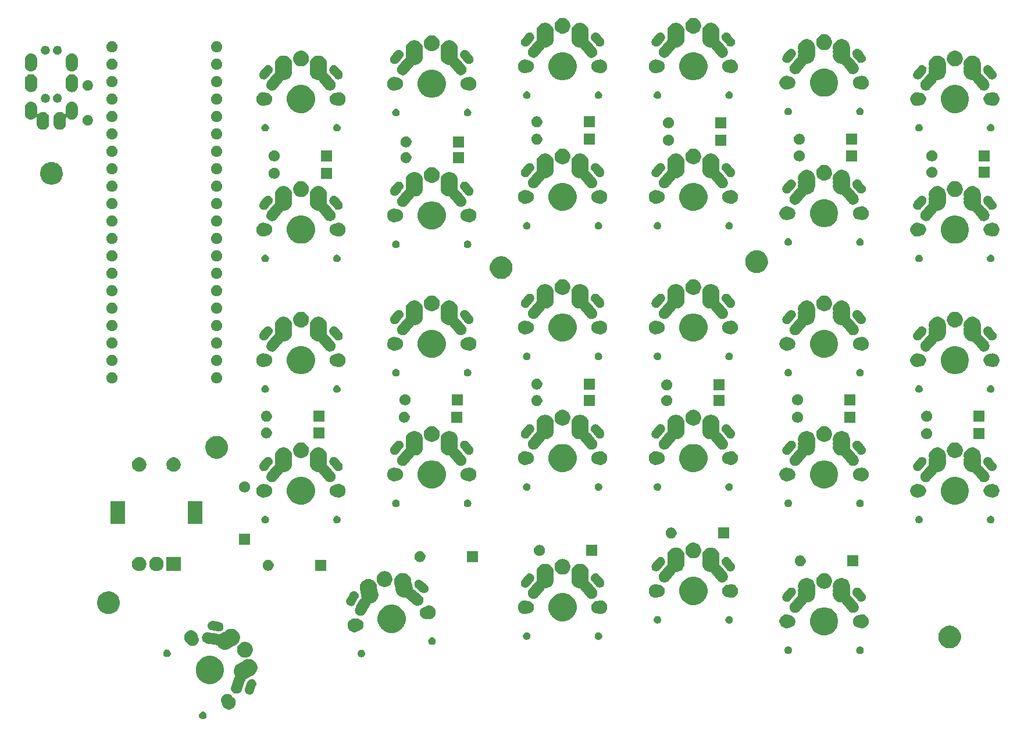
<source format=gbr>
G04 #@! TF.GenerationSoftware,KiCad,Pcbnew,5.1.5+dfsg1-2build2*
G04 #@! TF.CreationDate,2021-01-27T21:50:10+00:00*
G04 #@! TF.ProjectId,grandiceps,6772616e-6469-4636-9570-732e6b696361,rev?*
G04 #@! TF.SameCoordinates,Original*
G04 #@! TF.FileFunction,Soldermask,Top*
G04 #@! TF.FilePolarity,Negative*
%FSLAX46Y46*%
G04 Gerber Fmt 4.6, Leading zero omitted, Abs format (unit mm)*
G04 Created by KiCad (PCBNEW 5.1.5+dfsg1-2build2) date 2021-01-27 21:50:10*
%MOMM*%
%LPD*%
G04 APERTURE LIST*
%ADD10C,0.100000*%
G04 APERTURE END LIST*
D10*
G36*
X115973414Y-144088827D02*
G01*
X116073688Y-144130362D01*
X116073689Y-144130363D01*
X116163935Y-144190663D01*
X116240683Y-144267411D01*
X116240684Y-144267413D01*
X116300984Y-144357658D01*
X116342519Y-144457932D01*
X116363693Y-144564383D01*
X116363693Y-144672923D01*
X116342519Y-144779374D01*
X116300984Y-144879648D01*
X116300983Y-144879649D01*
X116240683Y-144969895D01*
X116163935Y-145046643D01*
X116118505Y-145076998D01*
X116073688Y-145106944D01*
X115973414Y-145148479D01*
X115866963Y-145169653D01*
X115758423Y-145169653D01*
X115651972Y-145148479D01*
X115551698Y-145106944D01*
X115506881Y-145076998D01*
X115461451Y-145046643D01*
X115384703Y-144969895D01*
X115324403Y-144879649D01*
X115324402Y-144879648D01*
X115282867Y-144779374D01*
X115261693Y-144672923D01*
X115261693Y-144564383D01*
X115282867Y-144457932D01*
X115324402Y-144357658D01*
X115384702Y-144267413D01*
X115384703Y-144267411D01*
X115461451Y-144190663D01*
X115551697Y-144130363D01*
X115551698Y-144130362D01*
X115651972Y-144088827D01*
X115758423Y-144067653D01*
X115866963Y-144067653D01*
X115973414Y-144088827D01*
G37*
G36*
X119493512Y-141501336D02*
G01*
X119642812Y-141531033D01*
X119806784Y-141598953D01*
X119954354Y-141697556D01*
X120079853Y-141823055D01*
X120140283Y-141913496D01*
X120155824Y-141932431D01*
X120174763Y-141947975D01*
X120228100Y-141983613D01*
X120367527Y-142123040D01*
X120477074Y-142286989D01*
X120477075Y-142286991D01*
X120486054Y-142308668D01*
X120552532Y-142469159D01*
X120591000Y-142662550D01*
X120591000Y-142859730D01*
X120552532Y-143053121D01*
X120477074Y-143235291D01*
X120367527Y-143399240D01*
X120228100Y-143538667D01*
X120064151Y-143648214D01*
X119881981Y-143723672D01*
X119688591Y-143762140D01*
X119491409Y-143762140D01*
X119298019Y-143723672D01*
X119115849Y-143648214D01*
X118951900Y-143538667D01*
X118812473Y-143399240D01*
X118702926Y-143235291D01*
X118627468Y-143053121D01*
X118589000Y-142859730D01*
X118587571Y-142852546D01*
X118586598Y-142842669D01*
X118579487Y-142819228D01*
X118513624Y-142660221D01*
X118479000Y-142486150D01*
X118479000Y-142308668D01*
X118513624Y-142134597D01*
X118581544Y-141970625D01*
X118680147Y-141823055D01*
X118805646Y-141697556D01*
X118953216Y-141598953D01*
X119117188Y-141531033D01*
X119266488Y-141501336D01*
X119291258Y-141496409D01*
X119468742Y-141496409D01*
X119493512Y-141501336D01*
G37*
G36*
X123033292Y-139347012D02*
G01*
X123162281Y-139380071D01*
X123282347Y-139437661D01*
X123326233Y-139470582D01*
X123388867Y-139517566D01*
X123454800Y-139591116D01*
X123477753Y-139616720D01*
X123545587Y-139731306D01*
X123589762Y-139856925D01*
X123608583Y-139988747D01*
X123601323Y-140121713D01*
X123576550Y-140218374D01*
X123576546Y-140218384D01*
X123228915Y-141173488D01*
X123228913Y-141173492D01*
X123185755Y-141263471D01*
X123105848Y-141369994D01*
X123033109Y-141435200D01*
X123006697Y-141458877D01*
X122943297Y-141496409D01*
X122892107Y-141526713D01*
X122766492Y-141570887D01*
X122634668Y-141589708D01*
X122501705Y-141582448D01*
X122372717Y-141549389D01*
X122252652Y-141491800D01*
X122146129Y-141411893D01*
X122057247Y-141312743D01*
X122040356Y-141284210D01*
X121989412Y-141198155D01*
X121989410Y-141198152D01*
X121945236Y-141072537D01*
X121926415Y-140940713D01*
X121933675Y-140807748D01*
X121958448Y-140711087D01*
X122284390Y-139815573D01*
X122306083Y-139755972D01*
X122317914Y-139731306D01*
X122349243Y-139665989D01*
X122429148Y-139559469D01*
X122528302Y-139470582D01*
X122642888Y-139402748D01*
X122768507Y-139358573D01*
X122900329Y-139339752D01*
X123033292Y-139347012D01*
G37*
G36*
X122874312Y-136454780D02*
G01*
X123101980Y-136549083D01*
X123306875Y-136685990D01*
X123481124Y-136860239D01*
X123592209Y-137026489D01*
X123618032Y-137065136D01*
X123712334Y-137292802D01*
X123760409Y-137534491D01*
X123760409Y-137780919D01*
X123712334Y-138022608D01*
X123638854Y-138200006D01*
X123618031Y-138250276D01*
X123481124Y-138455171D01*
X123306875Y-138629420D01*
X123101980Y-138766327D01*
X123101979Y-138766328D01*
X123101978Y-138766328D01*
X122878604Y-138858852D01*
X122856994Y-138870403D01*
X122838057Y-138885943D01*
X122804580Y-138919420D01*
X122599685Y-139056327D01*
X122446892Y-139119616D01*
X122426298Y-139128146D01*
X122404688Y-139139697D01*
X122385751Y-139155237D01*
X122371568Y-139169420D01*
X122166673Y-139306327D01*
X122166672Y-139306328D01*
X122166671Y-139306328D01*
X122061679Y-139349817D01*
X122040068Y-139361368D01*
X122021126Y-139376913D01*
X122005581Y-139395855D01*
X121994030Y-139417466D01*
X121986917Y-139440915D01*
X121984701Y-139458487D01*
X121978803Y-139566515D01*
X121948533Y-139684625D01*
X121948530Y-139684634D01*
X121493251Y-140935499D01*
X121440515Y-141045444D01*
X121420192Y-141072536D01*
X121342879Y-141175601D01*
X121221724Y-141284211D01*
X121181153Y-141308229D01*
X121081713Y-141367097D01*
X120963338Y-141408724D01*
X120928217Y-141421075D01*
X120767146Y-141444071D01*
X120694324Y-141440095D01*
X120604680Y-141435201D01*
X120504896Y-141409627D01*
X120447063Y-141394805D01*
X120300365Y-141324439D01*
X120300363Y-141324438D01*
X120170205Y-141226801D01*
X120061597Y-141105648D01*
X119978710Y-140965636D01*
X119924733Y-140812142D01*
X119924732Y-140812140D01*
X119901736Y-140651069D01*
X119905712Y-140578247D01*
X119910606Y-140488603D01*
X119940880Y-140370482D01*
X120295616Y-139395855D01*
X120396158Y-139119618D01*
X120398143Y-139115481D01*
X120448895Y-139009670D01*
X120482068Y-138965448D01*
X120494778Y-138944502D01*
X120503159Y-138921476D01*
X120506887Y-138897257D01*
X120505818Y-138872776D01*
X120499994Y-138848974D01*
X120486006Y-138820996D01*
X120465481Y-138790278D01*
X120455561Y-138766328D01*
X120371177Y-138562608D01*
X120366735Y-138540276D01*
X120323102Y-138320919D01*
X120323102Y-138074491D01*
X120371177Y-137832802D01*
X120465479Y-137605136D01*
X120512682Y-137534492D01*
X120602387Y-137400239D01*
X120776636Y-137225990D01*
X120981531Y-137089083D01*
X121154919Y-137017263D01*
X121176528Y-137005713D01*
X121195465Y-136990173D01*
X121209648Y-136975990D01*
X121414543Y-136839083D01*
X121637921Y-136746557D01*
X121659529Y-136735007D01*
X121678466Y-136719467D01*
X121711943Y-136685990D01*
X121916838Y-136549083D01*
X122144506Y-136454780D01*
X122386195Y-136406705D01*
X122632623Y-136406705D01*
X122874312Y-136454780D01*
G37*
G36*
X117438254Y-136025818D02*
G01*
X117811511Y-136180426D01*
X117811513Y-136180427D01*
X117839309Y-136199000D01*
X118147436Y-136404884D01*
X118433116Y-136690564D01*
X118657574Y-137026489D01*
X118812182Y-137399746D01*
X118891000Y-137795993D01*
X118891000Y-138200007D01*
X118812182Y-138596254D01*
X118678322Y-138919420D01*
X118657573Y-138969513D01*
X118433116Y-139305436D01*
X118147436Y-139591116D01*
X117811513Y-139815573D01*
X117811512Y-139815574D01*
X117811511Y-139815574D01*
X117438254Y-139970182D01*
X117042007Y-140049000D01*
X116637993Y-140049000D01*
X116241746Y-139970182D01*
X115868489Y-139815574D01*
X115868488Y-139815574D01*
X115868487Y-139815573D01*
X115532564Y-139591116D01*
X115246884Y-139305436D01*
X115022427Y-138969513D01*
X115001678Y-138919420D01*
X114867818Y-138596254D01*
X114789000Y-138200007D01*
X114789000Y-137795993D01*
X114867818Y-137399746D01*
X115022426Y-137026489D01*
X115246884Y-136690564D01*
X115532564Y-136404884D01*
X115840691Y-136199000D01*
X115868487Y-136180427D01*
X115868489Y-136180426D01*
X116241746Y-136025818D01*
X116637993Y-135947000D01*
X117042007Y-135947000D01*
X117438254Y-136025818D01*
G37*
G36*
X122144347Y-133913198D02*
G01*
X122285284Y-133941232D01*
X122385949Y-133982929D01*
X122475266Y-134019925D01*
X122494753Y-134027997D01*
X122683270Y-134153960D01*
X122843590Y-134314280D01*
X122969553Y-134502797D01*
X123047099Y-134690009D01*
X123056318Y-134712267D01*
X123095037Y-134906917D01*
X123100550Y-134934636D01*
X123100550Y-135161364D01*
X123056318Y-135383734D01*
X122969553Y-135593203D01*
X122843590Y-135781720D01*
X122683270Y-135942040D01*
X122494753Y-136068003D01*
X122494752Y-136068004D01*
X122494751Y-136068004D01*
X122433400Y-136093416D01*
X122285284Y-136154768D01*
X122174099Y-136176884D01*
X122062915Y-136199000D01*
X121836185Y-136199000D01*
X121725001Y-136176884D01*
X121613816Y-136154768D01*
X121465700Y-136093416D01*
X121404349Y-136068004D01*
X121404348Y-136068004D01*
X121404347Y-136068003D01*
X121215830Y-135942040D01*
X121055510Y-135781720D01*
X120929547Y-135593203D01*
X120842782Y-135383734D01*
X120798550Y-135161364D01*
X120798550Y-134934636D01*
X120804064Y-134906917D01*
X120842782Y-134712267D01*
X120852002Y-134690009D01*
X120929547Y-134502797D01*
X121055510Y-134314280D01*
X121215830Y-134153960D01*
X121404347Y-134027997D01*
X121423835Y-134019925D01*
X121513151Y-133982929D01*
X121613816Y-133941232D01*
X121754753Y-133913198D01*
X121836185Y-133897000D01*
X122062915Y-133897000D01*
X122144347Y-133913198D01*
G37*
G36*
X139056347Y-135068810D02*
G01*
X139156621Y-135110345D01*
X139156622Y-135110346D01*
X139246868Y-135170646D01*
X139323616Y-135247394D01*
X139323617Y-135247396D01*
X139383917Y-135337641D01*
X139425452Y-135437915D01*
X139446626Y-135544366D01*
X139446626Y-135652906D01*
X139425452Y-135759357D01*
X139383917Y-135859631D01*
X139383916Y-135859632D01*
X139323616Y-135949878D01*
X139246868Y-136026626D01*
X139201438Y-136056981D01*
X139156621Y-136086927D01*
X139056347Y-136128462D01*
X138949896Y-136149636D01*
X138841356Y-136149636D01*
X138734905Y-136128462D01*
X138634631Y-136086927D01*
X138589814Y-136056981D01*
X138544384Y-136026626D01*
X138467636Y-135949878D01*
X138407336Y-135859632D01*
X138407335Y-135859631D01*
X138365800Y-135759357D01*
X138344626Y-135652906D01*
X138344626Y-135544366D01*
X138365800Y-135437915D01*
X138407335Y-135337641D01*
X138467635Y-135247396D01*
X138467636Y-135247394D01*
X138544384Y-135170646D01*
X138634630Y-135110346D01*
X138634631Y-135110345D01*
X138734905Y-135068810D01*
X138841356Y-135047636D01*
X138949896Y-135047636D01*
X139056347Y-135068810D01*
G37*
G36*
X110753414Y-135047521D02*
G01*
X110853688Y-135089056D01*
X110898505Y-135119002D01*
X110943935Y-135149357D01*
X111020683Y-135226105D01*
X111020684Y-135226107D01*
X111080984Y-135316352D01*
X111122519Y-135416626D01*
X111143693Y-135523077D01*
X111143693Y-135631617D01*
X111122519Y-135738068D01*
X111080984Y-135838342D01*
X111080983Y-135838343D01*
X111020683Y-135928589D01*
X110943935Y-136005337D01*
X110912072Y-136026627D01*
X110853688Y-136065638D01*
X110753414Y-136107173D01*
X110646963Y-136128347D01*
X110538423Y-136128347D01*
X110431972Y-136107173D01*
X110331698Y-136065638D01*
X110273314Y-136026627D01*
X110241451Y-136005337D01*
X110164703Y-135928589D01*
X110104403Y-135838343D01*
X110104402Y-135838342D01*
X110062867Y-135738068D01*
X110041693Y-135631617D01*
X110041693Y-135523077D01*
X110062867Y-135416626D01*
X110104402Y-135316352D01*
X110164702Y-135226107D01*
X110164703Y-135226105D01*
X110241451Y-135149357D01*
X110286881Y-135119002D01*
X110331698Y-135089056D01*
X110431972Y-135047521D01*
X110538423Y-135026347D01*
X110646963Y-135026347D01*
X110753414Y-135047521D01*
G37*
G36*
X201213721Y-134588174D02*
G01*
X201313995Y-134629709D01*
X201354716Y-134656918D01*
X201404242Y-134690010D01*
X201480990Y-134766758D01*
X201493548Y-134785553D01*
X201541291Y-134857005D01*
X201582826Y-134957279D01*
X201604000Y-135063730D01*
X201604000Y-135172270D01*
X201582826Y-135278721D01*
X201541291Y-135378995D01*
X201541290Y-135378996D01*
X201480990Y-135469242D01*
X201404242Y-135545990D01*
X201358812Y-135576345D01*
X201313995Y-135606291D01*
X201213721Y-135647826D01*
X201107270Y-135669000D01*
X200998730Y-135669000D01*
X200892279Y-135647826D01*
X200792005Y-135606291D01*
X200747188Y-135576345D01*
X200701758Y-135545990D01*
X200625010Y-135469242D01*
X200564710Y-135378996D01*
X200564709Y-135378995D01*
X200523174Y-135278721D01*
X200502000Y-135172270D01*
X200502000Y-135063730D01*
X200523174Y-134957279D01*
X200564709Y-134857005D01*
X200612452Y-134785553D01*
X200625010Y-134766758D01*
X200701758Y-134690010D01*
X200751284Y-134656918D01*
X200792005Y-134629709D01*
X200892279Y-134588174D01*
X200998730Y-134567000D01*
X201107270Y-134567000D01*
X201213721Y-134588174D01*
G37*
G36*
X211653721Y-134588174D02*
G01*
X211753995Y-134629709D01*
X211794716Y-134656918D01*
X211844242Y-134690010D01*
X211920990Y-134766758D01*
X211933548Y-134785553D01*
X211981291Y-134857005D01*
X212022826Y-134957279D01*
X212044000Y-135063730D01*
X212044000Y-135172270D01*
X212022826Y-135278721D01*
X211981291Y-135378995D01*
X211981290Y-135378996D01*
X211920990Y-135469242D01*
X211844242Y-135545990D01*
X211798812Y-135576345D01*
X211753995Y-135606291D01*
X211653721Y-135647826D01*
X211547270Y-135669000D01*
X211438730Y-135669000D01*
X211332279Y-135647826D01*
X211232005Y-135606291D01*
X211187188Y-135576345D01*
X211141758Y-135545990D01*
X211065010Y-135469242D01*
X211004710Y-135378996D01*
X211004709Y-135378995D01*
X210963174Y-135278721D01*
X210942000Y-135172270D01*
X210942000Y-135063730D01*
X210963174Y-134957279D01*
X211004709Y-134857005D01*
X211052452Y-134785553D01*
X211065010Y-134766758D01*
X211141758Y-134690010D01*
X211191284Y-134656918D01*
X211232005Y-134629709D01*
X211332279Y-134588174D01*
X211438730Y-134567000D01*
X211547270Y-134567000D01*
X211653721Y-134588174D01*
G37*
G36*
X120334312Y-132055370D02*
G01*
X120560752Y-132149164D01*
X120561980Y-132149673D01*
X120766875Y-132286580D01*
X120941124Y-132460829D01*
X121060855Y-132640019D01*
X121078032Y-132665726D01*
X121172334Y-132893392D01*
X121220409Y-133135081D01*
X121220409Y-133381509D01*
X121172334Y-133623198D01*
X121082525Y-133840018D01*
X121078031Y-133850866D01*
X120941124Y-134055761D01*
X120766875Y-134230010D01*
X120561980Y-134366917D01*
X120561979Y-134366918D01*
X120561978Y-134366918D01*
X120338604Y-134459442D01*
X120316994Y-134470993D01*
X120298057Y-134486533D01*
X120264580Y-134520010D01*
X120059685Y-134656917D01*
X120059684Y-134656918D01*
X120059683Y-134656918D01*
X119886298Y-134728736D01*
X119864688Y-134740287D01*
X119845751Y-134755827D01*
X119831568Y-134770010D01*
X119626673Y-134906917D01*
X119626672Y-134906918D01*
X119626671Y-134906918D01*
X119399005Y-135001220D01*
X119157316Y-135049295D01*
X118910888Y-135049295D01*
X118669199Y-135001220D01*
X118441533Y-134906918D01*
X118441532Y-134906918D01*
X118441531Y-134906917D01*
X118236636Y-134770010D01*
X118062387Y-134595761D01*
X117941522Y-134414875D01*
X117925978Y-134395935D01*
X117907036Y-134380390D01*
X117885426Y-134368839D01*
X117861977Y-134361726D01*
X117837591Y-134359324D01*
X117822628Y-134360223D01*
X117768319Y-134366771D01*
X117768315Y-134366771D01*
X117646732Y-134357469D01*
X116738892Y-134197392D01*
X116335815Y-134126319D01*
X116320136Y-134121934D01*
X116218379Y-134093476D01*
X116073244Y-134019924D01*
X115945248Y-133919471D01*
X115939867Y-133913198D01*
X115895432Y-133861402D01*
X115839307Y-133795979D01*
X115834132Y-133786786D01*
X115759497Y-133654196D01*
X115717127Y-133524753D01*
X115708879Y-133499557D01*
X115708879Y-133499556D01*
X115708878Y-133499553D01*
X115689402Y-133338021D01*
X115689574Y-133335779D01*
X115701814Y-133175786D01*
X115745637Y-133019092D01*
X115819189Y-132873957D01*
X115919642Y-132745961D01*
X115931750Y-132735574D01*
X115985256Y-132689672D01*
X116043134Y-132640020D01*
X116060919Y-132630009D01*
X116184917Y-132560210D01*
X116288993Y-132526143D01*
X116339556Y-132509592D01*
X116339557Y-132509592D01*
X116339560Y-132509591D01*
X116501092Y-132490115D01*
X116501094Y-132490115D01*
X116622677Y-132499417D01*
X117933598Y-132730567D01*
X118051031Y-132763410D01*
X118145165Y-132811115D01*
X118167994Y-132819994D01*
X118192126Y-132824249D01*
X118216625Y-132823714D01*
X118240548Y-132818411D01*
X118271105Y-132803548D01*
X118441531Y-132689673D01*
X118614919Y-132617853D01*
X118636528Y-132606303D01*
X118655465Y-132590763D01*
X118669648Y-132576580D01*
X118874543Y-132439673D01*
X119097921Y-132347147D01*
X119119529Y-132335597D01*
X119138466Y-132320057D01*
X119171943Y-132286580D01*
X119376838Y-132149673D01*
X119378067Y-132149164D01*
X119604506Y-132055370D01*
X119846195Y-132007295D01*
X120092623Y-132007295D01*
X120334312Y-132055370D01*
G37*
G36*
X224936256Y-131589298D02*
G01*
X225042579Y-131610447D01*
X225343042Y-131734903D01*
X225613451Y-131915585D01*
X225843415Y-132145549D01*
X226024097Y-132415958D01*
X226148553Y-132716421D01*
X226152363Y-132735574D01*
X226212000Y-133035389D01*
X226212000Y-133360611D01*
X226175066Y-133546290D01*
X226148553Y-133679579D01*
X226024097Y-133980042D01*
X225843415Y-134250451D01*
X225613451Y-134480415D01*
X225343042Y-134661097D01*
X225042579Y-134785553D01*
X224973493Y-134799295D01*
X224723611Y-134849000D01*
X224398389Y-134849000D01*
X224148507Y-134799295D01*
X224079421Y-134785553D01*
X223778958Y-134661097D01*
X223508549Y-134480415D01*
X223278585Y-134250451D01*
X223097903Y-133980042D01*
X222973447Y-133679579D01*
X222946934Y-133546290D01*
X222910000Y-133360611D01*
X222910000Y-133035389D01*
X222969637Y-132735574D01*
X222973447Y-132716421D01*
X223097903Y-132415958D01*
X223278585Y-132145549D01*
X223508549Y-131915585D01*
X223778958Y-131734903D01*
X224079421Y-131610447D01*
X224185744Y-131589298D01*
X224398389Y-131547000D01*
X224723611Y-131547000D01*
X224936256Y-131589298D01*
G37*
G36*
X114202310Y-132236589D02*
G01*
X114381981Y-132272328D01*
X114459672Y-132304509D01*
X114558319Y-132345370D01*
X114564151Y-132347786D01*
X114728100Y-132457333D01*
X114867527Y-132596760D01*
X114977074Y-132760709D01*
X115050269Y-132937415D01*
X115052532Y-132942880D01*
X115092429Y-133143454D01*
X115093402Y-133153331D01*
X115100513Y-133176772D01*
X115166376Y-133335779D01*
X115201000Y-133509850D01*
X115201000Y-133687332D01*
X115166376Y-133861403D01*
X115098456Y-134025375D01*
X114999853Y-134172945D01*
X114874354Y-134298444D01*
X114726784Y-134397047D01*
X114562812Y-134464967D01*
X114413512Y-134494664D01*
X114388742Y-134499591D01*
X114211258Y-134499591D01*
X114186488Y-134494664D01*
X114037188Y-134464967D01*
X113873216Y-134397047D01*
X113725646Y-134298444D01*
X113600147Y-134172945D01*
X113539717Y-134082504D01*
X113524176Y-134063569D01*
X113505235Y-134048024D01*
X113451900Y-134012387D01*
X113312473Y-133872960D01*
X113202926Y-133709011D01*
X113193947Y-133687333D01*
X113127468Y-133526840D01*
X113119343Y-133485991D01*
X113104076Y-133409240D01*
X113089000Y-133333451D01*
X113089000Y-133136269D01*
X113127468Y-132942880D01*
X113129732Y-132937415D01*
X113202926Y-132760709D01*
X113312473Y-132596760D01*
X113451900Y-132457333D01*
X113615849Y-132347786D01*
X113621682Y-132345370D01*
X113720328Y-132304509D01*
X113798019Y-132272328D01*
X113977690Y-132236589D01*
X113991409Y-132233860D01*
X114188591Y-132233860D01*
X114202310Y-132236589D01*
G37*
G36*
X149337740Y-133255923D02*
G01*
X149438014Y-133297458D01*
X149438015Y-133297459D01*
X149528261Y-133357759D01*
X149605009Y-133434507D01*
X149605010Y-133434509D01*
X149665310Y-133524754D01*
X149706845Y-133625028D01*
X149728019Y-133731479D01*
X149728019Y-133840019D01*
X149706845Y-133946470D01*
X149665310Y-134046744D01*
X149659286Y-134055759D01*
X149605009Y-134136991D01*
X149528261Y-134213739D01*
X149503908Y-134230011D01*
X149438014Y-134274040D01*
X149337740Y-134315575D01*
X149231289Y-134336749D01*
X149122749Y-134336749D01*
X149016298Y-134315575D01*
X148916024Y-134274040D01*
X148850130Y-134230011D01*
X148825777Y-134213739D01*
X148749029Y-134136991D01*
X148694752Y-134055759D01*
X148688728Y-134046744D01*
X148647193Y-133946470D01*
X148626019Y-133840019D01*
X148626019Y-133731479D01*
X148647193Y-133625028D01*
X148688728Y-133524754D01*
X148749028Y-133434509D01*
X148749029Y-133434507D01*
X148825777Y-133357759D01*
X148916023Y-133297459D01*
X148916024Y-133297458D01*
X149016298Y-133255923D01*
X149122749Y-133234749D01*
X149231289Y-133234749D01*
X149337740Y-133255923D01*
G37*
G36*
X173573721Y-132528174D02*
G01*
X173673995Y-132569709D01*
X173714481Y-132596761D01*
X173764242Y-132630010D01*
X173840990Y-132706758D01*
X173858000Y-132732215D01*
X173901291Y-132797005D01*
X173942826Y-132897279D01*
X173964000Y-133003730D01*
X173964000Y-133112270D01*
X173942826Y-133218721D01*
X173901291Y-133318995D01*
X173888578Y-133338021D01*
X173840990Y-133409242D01*
X173764242Y-133485990D01*
X173743943Y-133499553D01*
X173673995Y-133546291D01*
X173573721Y-133587826D01*
X173467270Y-133609000D01*
X173358730Y-133609000D01*
X173252279Y-133587826D01*
X173152005Y-133546291D01*
X173082057Y-133499553D01*
X173061758Y-133485990D01*
X172985010Y-133409242D01*
X172937422Y-133338021D01*
X172924709Y-133318995D01*
X172883174Y-133218721D01*
X172862000Y-133112270D01*
X172862000Y-133003730D01*
X172883174Y-132897279D01*
X172924709Y-132797005D01*
X172968000Y-132732215D01*
X172985010Y-132706758D01*
X173061758Y-132630010D01*
X173111519Y-132596761D01*
X173152005Y-132569709D01*
X173252279Y-132528174D01*
X173358730Y-132507000D01*
X173467270Y-132507000D01*
X173573721Y-132528174D01*
G37*
G36*
X163133721Y-132528174D02*
G01*
X163233995Y-132569709D01*
X163274481Y-132596761D01*
X163324242Y-132630010D01*
X163400990Y-132706758D01*
X163418000Y-132732215D01*
X163461291Y-132797005D01*
X163502826Y-132897279D01*
X163524000Y-133003730D01*
X163524000Y-133112270D01*
X163502826Y-133218721D01*
X163461291Y-133318995D01*
X163448578Y-133338021D01*
X163400990Y-133409242D01*
X163324242Y-133485990D01*
X163303943Y-133499553D01*
X163233995Y-133546291D01*
X163133721Y-133587826D01*
X163027270Y-133609000D01*
X162918730Y-133609000D01*
X162812279Y-133587826D01*
X162712005Y-133546291D01*
X162642057Y-133499553D01*
X162621758Y-133485990D01*
X162545010Y-133409242D01*
X162497422Y-133338021D01*
X162484709Y-133318995D01*
X162443174Y-133218721D01*
X162422000Y-133112270D01*
X162422000Y-133003730D01*
X162443174Y-132897279D01*
X162484709Y-132797005D01*
X162528000Y-132732215D01*
X162545010Y-132706758D01*
X162621758Y-132630010D01*
X162671519Y-132596761D01*
X162712005Y-132569709D01*
X162812279Y-132528174D01*
X162918730Y-132507000D01*
X163027270Y-132507000D01*
X163133721Y-132528174D01*
G37*
G36*
X206871254Y-128945818D02*
G01*
X207242309Y-129099514D01*
X207244513Y-129100427D01*
X207580436Y-129324884D01*
X207866116Y-129610564D01*
X208084019Y-129936678D01*
X208090574Y-129946489D01*
X208245182Y-130319746D01*
X208324000Y-130715993D01*
X208324000Y-131120007D01*
X208245182Y-131516254D01*
X208100762Y-131864915D01*
X208090573Y-131889513D01*
X207866116Y-132225436D01*
X207580436Y-132511116D01*
X207244513Y-132735573D01*
X207244512Y-132735574D01*
X207244511Y-132735574D01*
X206871254Y-132890182D01*
X206475007Y-132969000D01*
X206070993Y-132969000D01*
X205674746Y-132890182D01*
X205301489Y-132735574D01*
X205301488Y-132735574D01*
X205301487Y-132735573D01*
X204965564Y-132511116D01*
X204679884Y-132225436D01*
X204455427Y-131889513D01*
X204445238Y-131864915D01*
X204300818Y-131516254D01*
X204222000Y-131120007D01*
X204222000Y-130715993D01*
X204300818Y-130319746D01*
X204455426Y-129946489D01*
X204461982Y-129936678D01*
X204679884Y-129610564D01*
X204965564Y-129324884D01*
X205301487Y-129100427D01*
X205303691Y-129099514D01*
X205674746Y-128945818D01*
X206070993Y-128867000D01*
X206475007Y-128867000D01*
X206871254Y-128945818D01*
G37*
G36*
X143905254Y-128583818D02*
G01*
X144278511Y-128738426D01*
X144278513Y-128738427D01*
X144614436Y-128962884D01*
X144900116Y-129248564D01*
X145106777Y-129557853D01*
X145124574Y-129584489D01*
X145279182Y-129957746D01*
X145358000Y-130353993D01*
X145358000Y-130758007D01*
X145279182Y-131154254D01*
X145160746Y-131440183D01*
X145124573Y-131527513D01*
X144900116Y-131863436D01*
X144614436Y-132149116D01*
X144278513Y-132373573D01*
X144278512Y-132373574D01*
X144278511Y-132373574D01*
X143905254Y-132528182D01*
X143509007Y-132607000D01*
X143104993Y-132607000D01*
X142708746Y-132528182D01*
X142335489Y-132373574D01*
X142335488Y-132373574D01*
X142335487Y-132373573D01*
X141999564Y-132149116D01*
X141713884Y-131863436D01*
X141489427Y-131527513D01*
X141453254Y-131440183D01*
X141334818Y-131154254D01*
X141256000Y-130758007D01*
X141256000Y-130353993D01*
X141334818Y-129957746D01*
X141489426Y-129584489D01*
X141507224Y-129557853D01*
X141713884Y-129248564D01*
X141999564Y-128962884D01*
X142335487Y-128738427D01*
X142335489Y-128738426D01*
X142708746Y-128583818D01*
X143104993Y-128505000D01*
X143509007Y-128505000D01*
X143905254Y-128583818D01*
G37*
G36*
X138145945Y-130541254D02*
G01*
X138170331Y-130543656D01*
X138194717Y-130541254D01*
X138215435Y-130537133D01*
X138392919Y-130537133D01*
X138413636Y-130541254D01*
X138566989Y-130571757D01*
X138730961Y-130639677D01*
X138878531Y-130738280D01*
X139004030Y-130863779D01*
X139102633Y-131011349D01*
X139170553Y-131175321D01*
X139195869Y-131302595D01*
X139204261Y-131344784D01*
X139205177Y-131349392D01*
X139205177Y-131526874D01*
X139170553Y-131700945D01*
X139102633Y-131864917D01*
X139004030Y-132012487D01*
X138878531Y-132137986D01*
X138730961Y-132236589D01*
X138566989Y-132304509D01*
X138502867Y-132317263D01*
X138479429Y-132324373D01*
X138457826Y-132335920D01*
X138364708Y-132398139D01*
X138182538Y-132473597D01*
X138099497Y-132490115D01*
X137989148Y-132512065D01*
X137791966Y-132512065D01*
X137681617Y-132490115D01*
X137598576Y-132473597D01*
X137416406Y-132398139D01*
X137252457Y-132288592D01*
X137113030Y-132149165D01*
X137003483Y-131985216D01*
X136928025Y-131803046D01*
X136891187Y-131617852D01*
X136889557Y-131609656D01*
X136889557Y-131412474D01*
X136926053Y-131229000D01*
X136928025Y-131219084D01*
X137003483Y-131036914D01*
X137113030Y-130872965D01*
X137252457Y-130733538D01*
X137416406Y-130623991D01*
X137417034Y-130623731D01*
X137535001Y-130574867D01*
X137598576Y-130548533D01*
X137791966Y-130510065D01*
X137989148Y-130510065D01*
X138145945Y-130541254D01*
G37*
G36*
X117284404Y-130877292D02*
G01*
X118285366Y-131053789D01*
X118285369Y-131053790D01*
X118285370Y-131053790D01*
X118381475Y-131080667D01*
X118500257Y-131140864D01*
X118605007Y-131223073D01*
X118691707Y-131324139D01*
X118757028Y-131440183D01*
X118798453Y-131566733D01*
X118814392Y-131698932D01*
X118804233Y-131831707D01*
X118768367Y-131959950D01*
X118728069Y-132039466D01*
X118708174Y-132078724D01*
X118674465Y-132121676D01*
X118625963Y-132183477D01*
X118524899Y-132270177D01*
X118408857Y-132335496D01*
X118282300Y-132376922D01*
X118150103Y-132392861D01*
X118150101Y-132392861D01*
X118050593Y-132385248D01*
X117491021Y-132286580D01*
X117049631Y-132208751D01*
X116953523Y-132181872D01*
X116834742Y-132121676D01*
X116729992Y-132039467D01*
X116643291Y-131938402D01*
X116577972Y-131822360D01*
X116536546Y-131695804D01*
X116520607Y-131563606D01*
X116523369Y-131527511D01*
X116530765Y-131430833D01*
X116535900Y-131412474D01*
X116566630Y-131302595D01*
X116626826Y-131183814D01*
X116709035Y-131079064D01*
X116810100Y-130992363D01*
X116926142Y-130927044D01*
X117052698Y-130885618D01*
X117184896Y-130869679D01*
X117184897Y-130869679D01*
X117284404Y-130877292D01*
G37*
G36*
X200968285Y-129936234D02*
G01*
X201064981Y-129955468D01*
X201115155Y-129976251D01*
X201190560Y-130007485D01*
X201214009Y-130014598D01*
X201238395Y-130017000D01*
X201281742Y-130017000D01*
X201306512Y-130021927D01*
X201455812Y-130051624D01*
X201619784Y-130119544D01*
X201767354Y-130218147D01*
X201892853Y-130343646D01*
X201991456Y-130491216D01*
X202059376Y-130655188D01*
X202079827Y-130758006D01*
X202094000Y-130829258D01*
X202094000Y-131006742D01*
X202093083Y-131011351D01*
X202059376Y-131180812D01*
X201991456Y-131344784D01*
X201892853Y-131492354D01*
X201767354Y-131617853D01*
X201619784Y-131716456D01*
X201455812Y-131784376D01*
X201306512Y-131814073D01*
X201281742Y-131819000D01*
X201238395Y-131819000D01*
X201214009Y-131821402D01*
X201190560Y-131828515D01*
X201064981Y-131880532D01*
X200871591Y-131919000D01*
X200674409Y-131919000D01*
X200481019Y-131880532D01*
X200298849Y-131805074D01*
X200134900Y-131695527D01*
X199995473Y-131556100D01*
X199885926Y-131392151D01*
X199810468Y-131209981D01*
X199784427Y-131079064D01*
X199772000Y-131016591D01*
X199772000Y-130819409D01*
X199810468Y-130626020D01*
X199811309Y-130623990D01*
X199867634Y-130488009D01*
X199885925Y-130443851D01*
X199903863Y-130417005D01*
X199995473Y-130279900D01*
X200134900Y-130140473D01*
X200298849Y-130030926D01*
X200481019Y-129955468D01*
X200577715Y-129936234D01*
X200674409Y-129917000D01*
X200871591Y-129917000D01*
X200968285Y-129936234D01*
G37*
G36*
X211968285Y-129936234D02*
G01*
X212064981Y-129955468D01*
X212247151Y-130030926D01*
X212411100Y-130140473D01*
X212550527Y-130279900D01*
X212642137Y-130417005D01*
X212660075Y-130443851D01*
X212678366Y-130488009D01*
X212734692Y-130623990D01*
X212735532Y-130626020D01*
X212774000Y-130819409D01*
X212774000Y-131016591D01*
X212761573Y-131079064D01*
X212735532Y-131209981D01*
X212660074Y-131392151D01*
X212550527Y-131556100D01*
X212411100Y-131695527D01*
X212247151Y-131805074D01*
X212064981Y-131880532D01*
X211871591Y-131919000D01*
X211674409Y-131919000D01*
X211481019Y-131880532D01*
X211355440Y-131828515D01*
X211331991Y-131821402D01*
X211307605Y-131819000D01*
X211264258Y-131819000D01*
X211239488Y-131814073D01*
X211090188Y-131784376D01*
X210926216Y-131716456D01*
X210778646Y-131617853D01*
X210653147Y-131492354D01*
X210554544Y-131344784D01*
X210486624Y-131180812D01*
X210452917Y-131011351D01*
X210452000Y-131006742D01*
X210452000Y-130829258D01*
X210466173Y-130758006D01*
X210486624Y-130655188D01*
X210554544Y-130491216D01*
X210653147Y-130343646D01*
X210778646Y-130218147D01*
X210926216Y-130119544D01*
X211090188Y-130051624D01*
X211239488Y-130021927D01*
X211264258Y-130017000D01*
X211307605Y-130017000D01*
X211331991Y-130014598D01*
X211355440Y-130007485D01*
X211430845Y-129976251D01*
X211481019Y-129955468D01*
X211577715Y-129936234D01*
X211674409Y-129917000D01*
X211871591Y-129917000D01*
X211968285Y-129936234D01*
G37*
G36*
X192613721Y-130148174D02*
G01*
X192713995Y-130189709D01*
X192713996Y-130189710D01*
X192804242Y-130250010D01*
X192880990Y-130326758D01*
X192880991Y-130326760D01*
X192941291Y-130417005D01*
X192982826Y-130517279D01*
X193004000Y-130623730D01*
X193004000Y-130732270D01*
X192982826Y-130838721D01*
X192941291Y-130938995D01*
X192941290Y-130938996D01*
X192880990Y-131029242D01*
X192804242Y-131105990D01*
X192783265Y-131120006D01*
X192713995Y-131166291D01*
X192613721Y-131207826D01*
X192507270Y-131229000D01*
X192398730Y-131229000D01*
X192292279Y-131207826D01*
X192192005Y-131166291D01*
X192122735Y-131120006D01*
X192101758Y-131105990D01*
X192025010Y-131029242D01*
X191964710Y-130938996D01*
X191964709Y-130938995D01*
X191923174Y-130838721D01*
X191902000Y-130732270D01*
X191902000Y-130623730D01*
X191923174Y-130517279D01*
X191964709Y-130417005D01*
X192025009Y-130326760D01*
X192025010Y-130326758D01*
X192101758Y-130250010D01*
X192192004Y-130189710D01*
X192192005Y-130189709D01*
X192292279Y-130148174D01*
X192398730Y-130127000D01*
X192507270Y-130127000D01*
X192613721Y-130148174D01*
G37*
G36*
X182173721Y-130148174D02*
G01*
X182273995Y-130189709D01*
X182273996Y-130189710D01*
X182364242Y-130250010D01*
X182440990Y-130326758D01*
X182440991Y-130326760D01*
X182501291Y-130417005D01*
X182542826Y-130517279D01*
X182564000Y-130623730D01*
X182564000Y-130732270D01*
X182542826Y-130838721D01*
X182501291Y-130938995D01*
X182501290Y-130938996D01*
X182440990Y-131029242D01*
X182364242Y-131105990D01*
X182343265Y-131120006D01*
X182273995Y-131166291D01*
X182173721Y-131207826D01*
X182067270Y-131229000D01*
X181958730Y-131229000D01*
X181852279Y-131207826D01*
X181752005Y-131166291D01*
X181682735Y-131120006D01*
X181661758Y-131105990D01*
X181585010Y-131029242D01*
X181524710Y-130938996D01*
X181524709Y-130938995D01*
X181483174Y-130838721D01*
X181462000Y-130732270D01*
X181462000Y-130623730D01*
X181483174Y-130517279D01*
X181524709Y-130417005D01*
X181585009Y-130326760D01*
X181585010Y-130326758D01*
X181661758Y-130250010D01*
X181752004Y-130189710D01*
X181752005Y-130189709D01*
X181852279Y-130148174D01*
X181958730Y-130127000D01*
X182067270Y-130127000D01*
X182173721Y-130148174D01*
G37*
G36*
X168791254Y-126885818D02*
G01*
X169164511Y-127040426D01*
X169164513Y-127040427D01*
X169500436Y-127264884D01*
X169786116Y-127550564D01*
X170009640Y-127885090D01*
X170010574Y-127886489D01*
X170165182Y-128259746D01*
X170244000Y-128655993D01*
X170244000Y-129060007D01*
X170165182Y-129456254D01*
X170038238Y-129762723D01*
X170010573Y-129829513D01*
X169786116Y-130165436D01*
X169500436Y-130451116D01*
X169164513Y-130675573D01*
X169164512Y-130675574D01*
X169164511Y-130675574D01*
X168791254Y-130830182D01*
X168395007Y-130909000D01*
X167990993Y-130909000D01*
X167594746Y-130830182D01*
X167221489Y-130675574D01*
X167221488Y-130675574D01*
X167221487Y-130675573D01*
X166885564Y-130451116D01*
X166599884Y-130165436D01*
X166375427Y-129829513D01*
X166347762Y-129762723D01*
X166220818Y-129456254D01*
X166142000Y-129060007D01*
X166142000Y-128655993D01*
X166220818Y-128259746D01*
X166375426Y-127886489D01*
X166376361Y-127885090D01*
X166599884Y-127550564D01*
X166885564Y-127264884D01*
X167221487Y-127040427D01*
X167221489Y-127040426D01*
X167594746Y-126885818D01*
X167990993Y-126807000D01*
X168395007Y-126807000D01*
X168791254Y-126885818D01*
G37*
G36*
X148918728Y-128619169D02*
G01*
X149015424Y-128638403D01*
X149197594Y-128713861D01*
X149361543Y-128823408D01*
X149500970Y-128962835D01*
X149610517Y-129126784D01*
X149675963Y-129284782D01*
X149685975Y-129308955D01*
X149724443Y-129502344D01*
X149724443Y-129699526D01*
X149723237Y-129705590D01*
X149685975Y-129892916D01*
X149610517Y-130075086D01*
X149500970Y-130239035D01*
X149361543Y-130378462D01*
X149197594Y-130488009D01*
X149015424Y-130563467D01*
X148918728Y-130582701D01*
X148822034Y-130601935D01*
X148624852Y-130601935D01*
X148468055Y-130570746D01*
X148443669Y-130568344D01*
X148419283Y-130570746D01*
X148398565Y-130574867D01*
X148221081Y-130574867D01*
X148188288Y-130568344D01*
X148047011Y-130540243D01*
X147883039Y-130472323D01*
X147735469Y-130373720D01*
X147609970Y-130248221D01*
X147511367Y-130100651D01*
X147443447Y-129936679D01*
X147408823Y-129762608D01*
X147408823Y-129585126D01*
X147443447Y-129411055D01*
X147511367Y-129247083D01*
X147609970Y-129099513D01*
X147735469Y-128974014D01*
X147883039Y-128875411D01*
X148047011Y-128807491D01*
X148111133Y-128794737D01*
X148134571Y-128787627D01*
X148156174Y-128776080D01*
X148249292Y-128713861D01*
X148431462Y-128638403D01*
X148528158Y-128619169D01*
X148624852Y-128599935D01*
X148822034Y-128599935D01*
X148918728Y-128619169D01*
G37*
G36*
X140288359Y-124791318D02*
G01*
X140493981Y-124876489D01*
X140516027Y-124885621D01*
X140720922Y-125022528D01*
X140895171Y-125196777D01*
X141018315Y-125381075D01*
X141032079Y-125401674D01*
X141126381Y-125629340D01*
X141174456Y-125871029D01*
X141174456Y-126048577D01*
X141176858Y-126072963D01*
X141183971Y-126096412D01*
X141227097Y-126200528D01*
X141275172Y-126442217D01*
X141275172Y-126574520D01*
X141277574Y-126598906D01*
X141284687Y-126622354D01*
X141313921Y-126692932D01*
X141322784Y-126737489D01*
X141361996Y-126934621D01*
X141361996Y-127181049D01*
X141313921Y-127422738D01*
X141229037Y-127627668D01*
X141219618Y-127650406D01*
X141082711Y-127855301D01*
X140908462Y-128029550D01*
X140703567Y-128166457D01*
X140703566Y-128166458D01*
X140703565Y-128166458D01*
X140651500Y-128188024D01*
X140475899Y-128260760D01*
X140430404Y-128269809D01*
X140322733Y-128291227D01*
X140299284Y-128298340D01*
X140277673Y-128309891D01*
X140258731Y-128325437D01*
X140243186Y-128344379D01*
X140231635Y-128365989D01*
X140225386Y-128385439D01*
X140214712Y-128431216D01*
X140212264Y-128441716D01*
X140187101Y-128497251D01*
X140161937Y-128552790D01*
X139631073Y-129472272D01*
X139496367Y-129705590D01*
X139425340Y-129804708D01*
X139306585Y-129915934D01*
X139168413Y-130001854D01*
X139168409Y-130001856D01*
X139016134Y-130059168D01*
X138855602Y-130085672D01*
X138855600Y-130085672D01*
X138692981Y-130080349D01*
X138534523Y-130043402D01*
X138386319Y-129976251D01*
X138254062Y-129881478D01*
X138142836Y-129762723D01*
X138056916Y-129624551D01*
X138051652Y-129610564D01*
X137999602Y-129472272D01*
X137973098Y-129311740D01*
X137978421Y-129149122D01*
X137978421Y-129149119D01*
X138015368Y-128990661D01*
X138065693Y-128879591D01*
X138131033Y-128766418D01*
X138731263Y-127726789D01*
X138731265Y-127726786D01*
X138802291Y-127627668D01*
X138876526Y-127558140D01*
X138892677Y-127539723D01*
X138904929Y-127518502D01*
X138912806Y-127495299D01*
X138916004Y-127471004D01*
X138914401Y-127446553D01*
X138909152Y-127428174D01*
X138859996Y-127181049D01*
X138859996Y-127048746D01*
X138857594Y-127024360D01*
X138850481Y-127000911D01*
X138821247Y-126930334D01*
X138791921Y-126782903D01*
X138773172Y-126688645D01*
X138773172Y-126511097D01*
X138770770Y-126486711D01*
X138763657Y-126463262D01*
X138720531Y-126359146D01*
X138672456Y-126117457D01*
X138672456Y-125871029D01*
X138720531Y-125629340D01*
X138814833Y-125401674D01*
X138828597Y-125381075D01*
X138951741Y-125196777D01*
X139125990Y-125022528D01*
X139330885Y-124885621D01*
X139352932Y-124876489D01*
X139558553Y-124791318D01*
X139800242Y-124743243D01*
X140046670Y-124743243D01*
X140288359Y-124791318D01*
G37*
G36*
X173888285Y-127876234D02*
G01*
X173984981Y-127895468D01*
X174167151Y-127970926D01*
X174331100Y-128080473D01*
X174470527Y-128219900D01*
X174561874Y-128356611D01*
X174580075Y-128383851D01*
X174599694Y-128431216D01*
X174655532Y-128566019D01*
X174694000Y-128759410D01*
X174694000Y-128956590D01*
X174655532Y-129149981D01*
X174615573Y-129246449D01*
X174588530Y-129311738D01*
X174580074Y-129332151D01*
X174470527Y-129496100D01*
X174331100Y-129635527D01*
X174167151Y-129745074D01*
X173984981Y-129820532D01*
X173888285Y-129839766D01*
X173791591Y-129859000D01*
X173594409Y-129859000D01*
X173497715Y-129839766D01*
X173401019Y-129820532D01*
X173275440Y-129768515D01*
X173251991Y-129761402D01*
X173227605Y-129759000D01*
X173184258Y-129759000D01*
X173159488Y-129754073D01*
X173010188Y-129724376D01*
X172846216Y-129656456D01*
X172698646Y-129557853D01*
X172573147Y-129432354D01*
X172474544Y-129284784D01*
X172406624Y-129120812D01*
X172372000Y-128946741D01*
X172372000Y-128769259D01*
X172406624Y-128595188D01*
X172474544Y-128431216D01*
X172573147Y-128283646D01*
X172698646Y-128158147D01*
X172846216Y-128059544D01*
X173010188Y-127991624D01*
X173159488Y-127961927D01*
X173184258Y-127957000D01*
X173227605Y-127957000D01*
X173251991Y-127954598D01*
X173275440Y-127947485D01*
X173280690Y-127945311D01*
X173401019Y-127895468D01*
X173497715Y-127876234D01*
X173594409Y-127857000D01*
X173791591Y-127857000D01*
X173888285Y-127876234D01*
G37*
G36*
X162888285Y-127876234D02*
G01*
X162984981Y-127895468D01*
X163105310Y-127945311D01*
X163110560Y-127947485D01*
X163134009Y-127954598D01*
X163158395Y-127957000D01*
X163201742Y-127957000D01*
X163226512Y-127961927D01*
X163375812Y-127991624D01*
X163539784Y-128059544D01*
X163687354Y-128158147D01*
X163812853Y-128283646D01*
X163911456Y-128431216D01*
X163979376Y-128595188D01*
X164014000Y-128769259D01*
X164014000Y-128946741D01*
X163979376Y-129120812D01*
X163911456Y-129284784D01*
X163812853Y-129432354D01*
X163687354Y-129557853D01*
X163539784Y-129656456D01*
X163375812Y-129724376D01*
X163226512Y-129754073D01*
X163201742Y-129759000D01*
X163158395Y-129759000D01*
X163134009Y-129761402D01*
X163110560Y-129768515D01*
X162984981Y-129820532D01*
X162888285Y-129839766D01*
X162791591Y-129859000D01*
X162594409Y-129859000D01*
X162497715Y-129839766D01*
X162401019Y-129820532D01*
X162218849Y-129745074D01*
X162054900Y-129635527D01*
X161915473Y-129496100D01*
X161805926Y-129332151D01*
X161797471Y-129311738D01*
X161770427Y-129246449D01*
X161730468Y-129149981D01*
X161692000Y-128956590D01*
X161692000Y-128759410D01*
X161730468Y-128566019D01*
X161786306Y-128431216D01*
X161805925Y-128383851D01*
X161824126Y-128356611D01*
X161915473Y-128219900D01*
X162054900Y-128080473D01*
X162218849Y-127970926D01*
X162401019Y-127895468D01*
X162497715Y-127876234D01*
X162594409Y-127857000D01*
X162791591Y-127857000D01*
X162888285Y-127876234D01*
G37*
G36*
X102458256Y-126585298D02*
G01*
X102564579Y-126606447D01*
X102739235Y-126678792D01*
X102858225Y-126728079D01*
X102865042Y-126730903D01*
X103135451Y-126911585D01*
X103365415Y-127141549D01*
X103543344Y-127407838D01*
X103546098Y-127411960D01*
X103559402Y-127444078D01*
X103670553Y-127712421D01*
X103672536Y-127722389D01*
X103734000Y-128031389D01*
X103734000Y-128356611D01*
X103713416Y-128460092D01*
X103670553Y-128675579D01*
X103664566Y-128690032D01*
X103558234Y-128946742D01*
X103546097Y-128976042D01*
X103365415Y-129246451D01*
X103135451Y-129476415D01*
X102865042Y-129657097D01*
X102564579Y-129781553D01*
X102458256Y-129802702D01*
X102245611Y-129845000D01*
X101920389Y-129845000D01*
X101707744Y-129802702D01*
X101601421Y-129781553D01*
X101300958Y-129657097D01*
X101030549Y-129476415D01*
X100800585Y-129246451D01*
X100619903Y-128976042D01*
X100607767Y-128946742D01*
X100501434Y-128690032D01*
X100495447Y-128675579D01*
X100452584Y-128460092D01*
X100432000Y-128356611D01*
X100432000Y-128031389D01*
X100493464Y-127722389D01*
X100495447Y-127712421D01*
X100606598Y-127444078D01*
X100619902Y-127411960D01*
X100622656Y-127407838D01*
X100800585Y-127141549D01*
X101030549Y-126911585D01*
X101300958Y-126730903D01*
X101307776Y-126728079D01*
X101426765Y-126678792D01*
X101601421Y-126606447D01*
X101707744Y-126585298D01*
X101920389Y-126543000D01*
X102245611Y-126543000D01*
X102458256Y-126585298D01*
G37*
G36*
X209177903Y-124635075D02*
G01*
X209362613Y-124711584D01*
X209405571Y-124729378D01*
X209610466Y-124866285D01*
X209784715Y-125040534D01*
X209914869Y-125235323D01*
X209921623Y-125245431D01*
X210015925Y-125473097D01*
X210064000Y-125714786D01*
X210064000Y-125961214D01*
X210035675Y-126103614D01*
X210033273Y-126128000D01*
X210035675Y-126152386D01*
X210064000Y-126294786D01*
X210064000Y-126541214D01*
X210043631Y-126643614D01*
X210041229Y-126668000D01*
X210043631Y-126692384D01*
X210051293Y-126730903D01*
X210061616Y-126782799D01*
X210064000Y-126794787D01*
X210064000Y-127041213D01*
X210059102Y-127065836D01*
X210056700Y-127090219D01*
X210059101Y-127114605D01*
X210066214Y-127138054D01*
X210077765Y-127159665D01*
X210093310Y-127178607D01*
X210113388Y-127194903D01*
X210200772Y-127251922D01*
X210287931Y-127337200D01*
X211143574Y-128356915D01*
X211143578Y-128356921D01*
X211212421Y-128457559D01*
X211267406Y-128586312D01*
X211276323Y-128607194D01*
X211292826Y-128685676D01*
X211309804Y-128766418D01*
X211311579Y-128929119D01*
X211302776Y-128976042D01*
X211281579Y-129089035D01*
X211220957Y-129240027D01*
X211132042Y-129376292D01*
X211038133Y-129472272D01*
X211018251Y-129492593D01*
X210922852Y-129557852D01*
X210883960Y-129584457D01*
X210734325Y-129648359D01*
X210617497Y-129672925D01*
X210575101Y-129681840D01*
X210520867Y-129682432D01*
X210412402Y-129683615D01*
X210412400Y-129683615D01*
X210332443Y-129668615D01*
X210252484Y-129653615D01*
X210101492Y-129592993D01*
X209965227Y-129504078D01*
X209878068Y-129418800D01*
X209022426Y-128399084D01*
X208953579Y-128298440D01*
X208935990Y-128257254D01*
X208930717Y-128244906D01*
X208918931Y-128223423D01*
X208903180Y-128204652D01*
X208884069Y-128189314D01*
X208862334Y-128178000D01*
X208838808Y-128171143D01*
X208815762Y-128169000D01*
X208689786Y-128169000D01*
X208448097Y-128120925D01*
X208220431Y-128026623D01*
X208220430Y-128026623D01*
X208220429Y-128026622D01*
X208015534Y-127889715D01*
X207841285Y-127715466D01*
X207704378Y-127510571D01*
X207672079Y-127432593D01*
X207610075Y-127282903D01*
X207562000Y-127041214D01*
X207562000Y-126794786D01*
X207574707Y-126730903D01*
X207582369Y-126692384D01*
X207584771Y-126668000D01*
X207582369Y-126643614D01*
X207562000Y-126541214D01*
X207562000Y-126294786D01*
X207590325Y-126152386D01*
X207592727Y-126128000D01*
X207590325Y-126103614D01*
X207562000Y-125961214D01*
X207562000Y-125714786D01*
X207610075Y-125473097D01*
X207704377Y-125245431D01*
X207711131Y-125235323D01*
X207841285Y-125040534D01*
X208015534Y-124866285D01*
X208220429Y-124729378D01*
X208263388Y-124711584D01*
X208448097Y-124635075D01*
X208689786Y-124587000D01*
X208936214Y-124587000D01*
X209177903Y-124635075D01*
G37*
G36*
X204097903Y-124635075D02*
G01*
X204282613Y-124711584D01*
X204325571Y-124729378D01*
X204530466Y-124866285D01*
X204704715Y-125040534D01*
X204834869Y-125235323D01*
X204841623Y-125245431D01*
X204935925Y-125473097D01*
X204984000Y-125714786D01*
X204984000Y-125961214D01*
X204955675Y-126103614D01*
X204953273Y-126128000D01*
X204955675Y-126152386D01*
X204984000Y-126294786D01*
X204984000Y-126541214D01*
X204963631Y-126643614D01*
X204961229Y-126668000D01*
X204963631Y-126692384D01*
X204971293Y-126730903D01*
X204984000Y-126794786D01*
X204984000Y-127041214D01*
X204935925Y-127282903D01*
X204873922Y-127432593D01*
X204841622Y-127510571D01*
X204704715Y-127715466D01*
X204530466Y-127889715D01*
X204325571Y-128026622D01*
X204325570Y-128026623D01*
X204325569Y-128026623D01*
X204097903Y-128120925D01*
X203856214Y-128169000D01*
X203730238Y-128169000D01*
X203705852Y-128171402D01*
X203682403Y-128178515D01*
X203660792Y-128190066D01*
X203641850Y-128205611D01*
X203626305Y-128224553D01*
X203615283Y-128244907D01*
X203592421Y-128298441D01*
X203523574Y-128399085D01*
X202667931Y-129418800D01*
X202580772Y-129504078D01*
X202444507Y-129592993D01*
X202293515Y-129653615D01*
X202213556Y-129668615D01*
X202133599Y-129683615D01*
X202133597Y-129683615D01*
X202025132Y-129682432D01*
X201970899Y-129681840D01*
X201913118Y-129669690D01*
X201811675Y-129648359D01*
X201811673Y-129648358D01*
X201811672Y-129648358D01*
X201662040Y-129584457D01*
X201527749Y-129492593D01*
X201507867Y-129472272D01*
X201413958Y-129376292D01*
X201325043Y-129240027D01*
X201264421Y-129089035D01*
X201243224Y-128976042D01*
X201234421Y-128929119D01*
X201236196Y-128766419D01*
X201248346Y-128708638D01*
X201269677Y-128607195D01*
X201269679Y-128607191D01*
X201333579Y-128457560D01*
X201373584Y-128399079D01*
X201402426Y-128356916D01*
X202258068Y-127337200D01*
X202345227Y-127251922D01*
X202432611Y-127194903D01*
X202451718Y-127179567D01*
X202467469Y-127160796D01*
X202479255Y-127139313D01*
X202486624Y-127115943D01*
X202489292Y-127091584D01*
X202486897Y-127065836D01*
X202482000Y-127041215D01*
X202482000Y-126794786D01*
X202494707Y-126730903D01*
X202502369Y-126692384D01*
X202504771Y-126668000D01*
X202502369Y-126643614D01*
X202482000Y-126541214D01*
X202482000Y-126294786D01*
X202510325Y-126152386D01*
X202512727Y-126128000D01*
X202510325Y-126103614D01*
X202482000Y-125961214D01*
X202482000Y-125714786D01*
X202530075Y-125473097D01*
X202624377Y-125245431D01*
X202631131Y-125235323D01*
X202761285Y-125040534D01*
X202935534Y-124866285D01*
X203140429Y-124729378D01*
X203183388Y-124711584D01*
X203368097Y-124635075D01*
X203609786Y-124587000D01*
X203856214Y-124587000D01*
X204097903Y-124635075D01*
G37*
G36*
X137805156Y-126511836D02*
G01*
X137933412Y-126516034D01*
X137933416Y-126516035D01*
X138063097Y-126546272D01*
X138063098Y-126546273D01*
X138063100Y-126546273D01*
X138184388Y-126601228D01*
X138292628Y-126678792D01*
X138383651Y-126775976D01*
X138383652Y-126775978D01*
X138383654Y-126775980D01*
X138452207Y-126886224D01*
X138453973Y-126889064D01*
X138500878Y-127013686D01*
X138522568Y-127145066D01*
X138518212Y-127278153D01*
X138511271Y-127307921D01*
X138488504Y-127405567D01*
X138487973Y-127407841D01*
X138463320Y-127462251D01*
X138446786Y-127498741D01*
X138208408Y-127911623D01*
X137938583Y-128378973D01*
X137880454Y-128460092D01*
X137783270Y-128551115D01*
X137783268Y-128551116D01*
X137783266Y-128551118D01*
X137670186Y-128621435D01*
X137670182Y-128621437D01*
X137545560Y-128668342D01*
X137414180Y-128690032D01*
X137414179Y-128690032D01*
X137409349Y-128689874D01*
X137281094Y-128685676D01*
X137237786Y-128675578D01*
X137151409Y-128655438D01*
X137151408Y-128655437D01*
X137151406Y-128655437D01*
X137030118Y-128600482D01*
X136921878Y-128522918D01*
X136830855Y-128425734D01*
X136830854Y-128425732D01*
X136830852Y-128425730D01*
X136760535Y-128312650D01*
X136760533Y-128312646D01*
X136713628Y-128188024D01*
X136691938Y-128056644D01*
X136696294Y-127923558D01*
X136704938Y-127886487D01*
X136726532Y-127793873D01*
X136767720Y-127702970D01*
X137061051Y-127194905D01*
X137275920Y-126822741D01*
X137334052Y-126741618D01*
X137431239Y-126650592D01*
X137544319Y-126580275D01*
X137668945Y-126533368D01*
X137800325Y-126511678D01*
X137800326Y-126511678D01*
X137805156Y-126511836D01*
G37*
G36*
X145291182Y-123909185D02*
G01*
X145507038Y-123998595D01*
X145518850Y-124003488D01*
X145723745Y-124140395D01*
X145897994Y-124314644D01*
X146034901Y-124519539D01*
X146034902Y-124519541D01*
X146129204Y-124747207D01*
X146177279Y-124988896D01*
X146177279Y-125166445D01*
X146179681Y-125190831D01*
X146186794Y-125214280D01*
X146229920Y-125318396D01*
X146277995Y-125560085D01*
X146277995Y-125692388D01*
X146280397Y-125716774D01*
X146287510Y-125740222D01*
X146316744Y-125810800D01*
X146324864Y-125851622D01*
X146364819Y-126052489D01*
X146364819Y-126106862D01*
X146367221Y-126131248D01*
X146374334Y-126154697D01*
X146385885Y-126176308D01*
X146401430Y-126195250D01*
X146420372Y-126210795D01*
X146440726Y-126221817D01*
X146479653Y-126238441D01*
X146538491Y-126263568D01*
X146639135Y-126332415D01*
X147658851Y-127188057D01*
X147744129Y-127275216D01*
X147833044Y-127411481D01*
X147893666Y-127562473D01*
X147900316Y-127597920D01*
X147918626Y-127695521D01*
X147923666Y-127722391D01*
X147921891Y-127885089D01*
X147888410Y-128044314D01*
X147888409Y-128044316D01*
X147824508Y-128193949D01*
X147743309Y-128312650D01*
X147732643Y-128328241D01*
X147616343Y-128442031D01*
X147480078Y-128530946D01*
X147329086Y-128591568D01*
X147249127Y-128606568D01*
X147169170Y-128621568D01*
X147169168Y-128621568D01*
X147060703Y-128620385D01*
X147006469Y-128619793D01*
X146946539Y-128607191D01*
X146847245Y-128586312D01*
X146847243Y-128586311D01*
X146847242Y-128586311D01*
X146697610Y-128522410D01*
X146672159Y-128505000D01*
X146596966Y-128453563D01*
X145577251Y-127597920D01*
X145491973Y-127510761D01*
X145460317Y-127462248D01*
X145444982Y-127443141D01*
X145426211Y-127427390D01*
X145404728Y-127415604D01*
X145381358Y-127408235D01*
X145356999Y-127405567D01*
X145331250Y-127407962D01*
X145237033Y-127426703D01*
X144990605Y-127426703D01*
X144748916Y-127378628D01*
X144521250Y-127284326D01*
X144521249Y-127284326D01*
X144521248Y-127284325D01*
X144316353Y-127147418D01*
X144142104Y-126973169D01*
X144005197Y-126768274D01*
X143994157Y-126741620D01*
X143910894Y-126540606D01*
X143862819Y-126298917D01*
X143862819Y-126166614D01*
X143860417Y-126142228D01*
X143853304Y-126118779D01*
X143848368Y-126106862D01*
X143824070Y-126048202D01*
X143784968Y-125851622D01*
X143775995Y-125806513D01*
X143775995Y-125628964D01*
X143773593Y-125604578D01*
X143766480Y-125581129D01*
X143723354Y-125477013D01*
X143675279Y-125235324D01*
X143675279Y-124988896D01*
X143723354Y-124747207D01*
X143817656Y-124519541D01*
X143817657Y-124519539D01*
X143954564Y-124314644D01*
X144128813Y-124140395D01*
X144333708Y-124003488D01*
X144345521Y-123998595D01*
X144561376Y-123909185D01*
X144803065Y-123861110D01*
X145049493Y-123861110D01*
X145291182Y-123909185D01*
G37*
G36*
X187831254Y-124505818D02*
G01*
X188204511Y-124660426D01*
X188204513Y-124660427D01*
X188540436Y-124884884D01*
X188826116Y-125170564D01*
X189032443Y-125479353D01*
X189050574Y-125506489D01*
X189205182Y-125879746D01*
X189284000Y-126275993D01*
X189284000Y-126680007D01*
X189205182Y-127076254D01*
X189052824Y-127444078D01*
X189050573Y-127449513D01*
X188826116Y-127785436D01*
X188540436Y-128071116D01*
X188204513Y-128295573D01*
X188204512Y-128295574D01*
X188204511Y-128295574D01*
X187831254Y-128450182D01*
X187435007Y-128529000D01*
X187030993Y-128529000D01*
X186634746Y-128450182D01*
X186261489Y-128295574D01*
X186261488Y-128295574D01*
X186261487Y-128295573D01*
X185925564Y-128071116D01*
X185639884Y-127785436D01*
X185415427Y-127449513D01*
X185413176Y-127444078D01*
X185260818Y-127076254D01*
X185182000Y-126680007D01*
X185182000Y-126275993D01*
X185260818Y-125879746D01*
X185415426Y-125506489D01*
X185433558Y-125479353D01*
X185639884Y-125170564D01*
X185925564Y-124884884D01*
X186261487Y-124660427D01*
X186261489Y-124660426D01*
X186634746Y-124505818D01*
X187030993Y-124427000D01*
X187435007Y-124427000D01*
X187831254Y-124505818D01*
G37*
G36*
X211222540Y-125995391D02*
G01*
X211257755Y-126001997D01*
X211257757Y-126001998D01*
X211257758Y-126001998D01*
X211381326Y-126051608D01*
X211395604Y-126060925D01*
X211492847Y-126124377D01*
X211514549Y-126145611D01*
X211564178Y-126194169D01*
X211854873Y-126540606D01*
X212217511Y-126972780D01*
X212217513Y-126972783D01*
X212273860Y-127055152D01*
X212326155Y-127177607D01*
X212353556Y-127307919D01*
X212355009Y-127441075D01*
X212330457Y-127571951D01*
X212280845Y-127695521D01*
X212208076Y-127807043D01*
X212127187Y-127889715D01*
X212114950Y-127902222D01*
X212101207Y-127911623D01*
X212005042Y-127977407D01*
X211882586Y-128029702D01*
X211752275Y-128057103D01*
X211619119Y-128058556D01*
X211488244Y-128034004D01*
X211364671Y-127984391D01*
X211253150Y-127911622D01*
X211181826Y-127841837D01*
X211153287Y-127807825D01*
X210528489Y-127063219D01*
X210528484Y-127063213D01*
X210472142Y-126980850D01*
X210419845Y-126858391D01*
X210395122Y-126740812D01*
X210392444Y-126728078D01*
X210391291Y-126622355D01*
X210390991Y-126594926D01*
X210411293Y-126486711D01*
X210415544Y-126464050D01*
X210416493Y-126461686D01*
X210465155Y-126340479D01*
X210520911Y-126255032D01*
X210537924Y-126228958D01*
X210631050Y-126133778D01*
X210631052Y-126133776D01*
X210740955Y-126058595D01*
X210863414Y-126006298D01*
X210932807Y-125991707D01*
X210993727Y-125978897D01*
X211059559Y-125978179D01*
X211126879Y-125977444D01*
X211222540Y-125995391D01*
G37*
G36*
X201552275Y-125978897D02*
G01*
X201682586Y-126006298D01*
X201805042Y-126058593D01*
X201805045Y-126058595D01*
X201911252Y-126131248D01*
X201914951Y-126133779D01*
X202008076Y-126228957D01*
X202080845Y-126340479D01*
X202130457Y-126464049D01*
X202155009Y-126594925D01*
X202153556Y-126728081D01*
X202126155Y-126858393D01*
X202073860Y-126980848D01*
X202032565Y-127041214D01*
X202017511Y-127063220D01*
X201728008Y-127408235D01*
X201364178Y-127841831D01*
X201348674Y-127857000D01*
X201292847Y-127911623D01*
X201238844Y-127946861D01*
X201181326Y-127984392D01*
X201057758Y-128034002D01*
X201057757Y-128034002D01*
X201057755Y-128034003D01*
X201022540Y-128040609D01*
X200926879Y-128058556D01*
X200859559Y-128057821D01*
X200793727Y-128057103D01*
X200732807Y-128044293D01*
X200663414Y-128029702D01*
X200540955Y-127977405D01*
X200431052Y-127902224D01*
X200385140Y-127855299D01*
X200337924Y-127807042D01*
X200285556Y-127726786D01*
X200265155Y-127695521D01*
X200215545Y-127571953D01*
X200215545Y-127571952D01*
X200215544Y-127571950D01*
X200207041Y-127526622D01*
X200190991Y-127441074D01*
X200192021Y-127346704D01*
X200192444Y-127307922D01*
X200211885Y-127215466D01*
X200219845Y-127177609D01*
X200272142Y-127055150D01*
X200328484Y-126972787D01*
X200401459Y-126885819D01*
X200981819Y-126194171D01*
X200981821Y-126194169D01*
X200981826Y-126194163D01*
X201053150Y-126124378D01*
X201164671Y-126051609D01*
X201288244Y-126001996D01*
X201419119Y-125977444D01*
X201552275Y-125978897D01*
G37*
G36*
X166017903Y-122575075D02*
G01*
X166228689Y-122662385D01*
X166245571Y-122669378D01*
X166450466Y-122806285D01*
X166624715Y-122980534D01*
X166761622Y-123185429D01*
X166761623Y-123185431D01*
X166855925Y-123413097D01*
X166904000Y-123654786D01*
X166904000Y-123901214D01*
X166875675Y-124043614D01*
X166873273Y-124068000D01*
X166875675Y-124092386D01*
X166904000Y-124234786D01*
X166904000Y-124481214D01*
X166883631Y-124583614D01*
X166881229Y-124608000D01*
X166883631Y-124632384D01*
X166886943Y-124649035D01*
X166904000Y-124734786D01*
X166904000Y-124981214D01*
X166855925Y-125222903D01*
X166833435Y-125277200D01*
X166761622Y-125450571D01*
X166624715Y-125655466D01*
X166450466Y-125829715D01*
X166245571Y-125966622D01*
X166245570Y-125966623D01*
X166245569Y-125966623D01*
X166017903Y-126060925D01*
X165776214Y-126109000D01*
X165650238Y-126109000D01*
X165625852Y-126111402D01*
X165602403Y-126118515D01*
X165580792Y-126130066D01*
X165561850Y-126145611D01*
X165546305Y-126164553D01*
X165535283Y-126184907D01*
X165524227Y-126210795D01*
X165512421Y-126238441D01*
X165443574Y-126339085D01*
X164587931Y-127358800D01*
X164500772Y-127444078D01*
X164364507Y-127532993D01*
X164213515Y-127593615D01*
X164133556Y-127608615D01*
X164053599Y-127623615D01*
X164053597Y-127623615D01*
X163945132Y-127622432D01*
X163890899Y-127621840D01*
X163833118Y-127609690D01*
X163731675Y-127588359D01*
X163731673Y-127588358D01*
X163731672Y-127588358D01*
X163582040Y-127524457D01*
X163447749Y-127432593D01*
X163427561Y-127411960D01*
X163333958Y-127316292D01*
X163245043Y-127180027D01*
X163184421Y-127029035D01*
X163162388Y-126911585D01*
X163154421Y-126869119D01*
X163156196Y-126706419D01*
X163178315Y-126601228D01*
X163189677Y-126547195D01*
X163189679Y-126547191D01*
X163253579Y-126397560D01*
X163292626Y-126340479D01*
X163322426Y-126296916D01*
X164178068Y-125277200D01*
X164265227Y-125191922D01*
X164352611Y-125134903D01*
X164371718Y-125119567D01*
X164387469Y-125100796D01*
X164399255Y-125079313D01*
X164406624Y-125055943D01*
X164409292Y-125031584D01*
X164406897Y-125005836D01*
X164402000Y-124981215D01*
X164402000Y-124734786D01*
X164419057Y-124649035D01*
X164422369Y-124632384D01*
X164424771Y-124608000D01*
X164422369Y-124583614D01*
X164402000Y-124481214D01*
X164402000Y-124234786D01*
X164430325Y-124092386D01*
X164432727Y-124068000D01*
X164430325Y-124043614D01*
X164402000Y-123901214D01*
X164402000Y-123654786D01*
X164450075Y-123413097D01*
X164544377Y-123185431D01*
X164544378Y-123185429D01*
X164681285Y-122980534D01*
X164855534Y-122806285D01*
X165060429Y-122669378D01*
X165077312Y-122662385D01*
X165288097Y-122575075D01*
X165529786Y-122527000D01*
X165776214Y-122527000D01*
X166017903Y-122575075D01*
G37*
G36*
X171097903Y-122575075D02*
G01*
X171308689Y-122662385D01*
X171325571Y-122669378D01*
X171530466Y-122806285D01*
X171704715Y-122980534D01*
X171841622Y-123185429D01*
X171841623Y-123185431D01*
X171935925Y-123413097D01*
X171984000Y-123654786D01*
X171984000Y-123901214D01*
X171955675Y-124043614D01*
X171953273Y-124068000D01*
X171955675Y-124092386D01*
X171984000Y-124234786D01*
X171984000Y-124481214D01*
X171963631Y-124583614D01*
X171961229Y-124608000D01*
X171963631Y-124632384D01*
X171984000Y-124734787D01*
X171984000Y-124981213D01*
X171979102Y-125005836D01*
X171976700Y-125030219D01*
X171979101Y-125054605D01*
X171986214Y-125078054D01*
X171997765Y-125099665D01*
X172013310Y-125118607D01*
X172033388Y-125134903D01*
X172120772Y-125191922D01*
X172207931Y-125277200D01*
X173063574Y-126296915D01*
X173092520Y-126339230D01*
X173132421Y-126397559D01*
X173195930Y-126546272D01*
X173196323Y-126547194D01*
X173206360Y-126594926D01*
X173229804Y-126706418D01*
X173231579Y-126869119D01*
X173223612Y-126911585D01*
X173201579Y-127029035D01*
X173140957Y-127180027D01*
X173052042Y-127316292D01*
X172958439Y-127411960D01*
X172938251Y-127432593D01*
X172882100Y-127471004D01*
X172803960Y-127524457D01*
X172654325Y-127588359D01*
X172537497Y-127612925D01*
X172495101Y-127621840D01*
X172440867Y-127622432D01*
X172332402Y-127623615D01*
X172332400Y-127623615D01*
X172252443Y-127608615D01*
X172172484Y-127593615D01*
X172021492Y-127532993D01*
X171885227Y-127444078D01*
X171798068Y-127358800D01*
X170942426Y-126339084D01*
X170873579Y-126238440D01*
X170851192Y-126186019D01*
X170850717Y-126184906D01*
X170838931Y-126163423D01*
X170823180Y-126144652D01*
X170804069Y-126129314D01*
X170782334Y-126118000D01*
X170758808Y-126111143D01*
X170735762Y-126109000D01*
X170609786Y-126109000D01*
X170368097Y-126060925D01*
X170140431Y-125966623D01*
X170140430Y-125966623D01*
X170140429Y-125966622D01*
X169935534Y-125829715D01*
X169761285Y-125655466D01*
X169624378Y-125450571D01*
X169552566Y-125277200D01*
X169530075Y-125222903D01*
X169482000Y-124981214D01*
X169482000Y-124734786D01*
X169499057Y-124649035D01*
X169502369Y-124632384D01*
X169504771Y-124608000D01*
X169502369Y-124583614D01*
X169482000Y-124481214D01*
X169482000Y-124234786D01*
X169510325Y-124092386D01*
X169512727Y-124068000D01*
X169510325Y-124043614D01*
X169482000Y-123901214D01*
X169482000Y-123654786D01*
X169530075Y-123413097D01*
X169624377Y-123185431D01*
X169624378Y-123185429D01*
X169761285Y-122980534D01*
X169935534Y-122806285D01*
X170140429Y-122669378D01*
X170157312Y-122662385D01*
X170368097Y-122575075D01*
X170609786Y-122527000D01*
X170856214Y-122527000D01*
X171097903Y-122575075D01*
G37*
G36*
X192928285Y-125496234D02*
G01*
X193024981Y-125515468D01*
X193140222Y-125563203D01*
X193189277Y-125583522D01*
X193207151Y-125590926D01*
X193371100Y-125700473D01*
X193510527Y-125839900D01*
X193618837Y-126001998D01*
X193620075Y-126003851D01*
X193627105Y-126020822D01*
X193695532Y-126186019D01*
X193713405Y-126275870D01*
X193726008Y-126339229D01*
X193734000Y-126379410D01*
X193734000Y-126576590D01*
X193695532Y-126769981D01*
X193620074Y-126952151D01*
X193510527Y-127116100D01*
X193371100Y-127255527D01*
X193207151Y-127365074D01*
X193207150Y-127365075D01*
X193207149Y-127365075D01*
X193174429Y-127378628D01*
X193024981Y-127440532D01*
X192946590Y-127456125D01*
X192831591Y-127479000D01*
X192634409Y-127479000D01*
X192519410Y-127456125D01*
X192441019Y-127440532D01*
X192315440Y-127388515D01*
X192291991Y-127381402D01*
X192267605Y-127379000D01*
X192224258Y-127379000D01*
X192195140Y-127373208D01*
X192050188Y-127344376D01*
X191886216Y-127276456D01*
X191738646Y-127177853D01*
X191613147Y-127052354D01*
X191514544Y-126904784D01*
X191446624Y-126740812D01*
X191412000Y-126566741D01*
X191412000Y-126389259D01*
X191446624Y-126215188D01*
X191514544Y-126051216D01*
X191613147Y-125903646D01*
X191738646Y-125778147D01*
X191886216Y-125679544D01*
X192050188Y-125611624D01*
X192199488Y-125581927D01*
X192224258Y-125577000D01*
X192267605Y-125577000D01*
X192291991Y-125574598D01*
X192315440Y-125567485D01*
X192333305Y-125560085D01*
X192441019Y-125515468D01*
X192537715Y-125496234D01*
X192634409Y-125477000D01*
X192831591Y-125477000D01*
X192928285Y-125496234D01*
G37*
G36*
X181928285Y-125496234D02*
G01*
X182024981Y-125515468D01*
X182132695Y-125560085D01*
X182150560Y-125567485D01*
X182174009Y-125574598D01*
X182198395Y-125577000D01*
X182241742Y-125577000D01*
X182266512Y-125581927D01*
X182415812Y-125611624D01*
X182579784Y-125679544D01*
X182727354Y-125778147D01*
X182852853Y-125903646D01*
X182951456Y-126051216D01*
X183019376Y-126215188D01*
X183054000Y-126389259D01*
X183054000Y-126566741D01*
X183019376Y-126740812D01*
X182951456Y-126904784D01*
X182852853Y-127052354D01*
X182727354Y-127177853D01*
X182579784Y-127276456D01*
X182415812Y-127344376D01*
X182270860Y-127373208D01*
X182241742Y-127379000D01*
X182198395Y-127379000D01*
X182174009Y-127381402D01*
X182150560Y-127388515D01*
X182024981Y-127440532D01*
X181946590Y-127456125D01*
X181831591Y-127479000D01*
X181634409Y-127479000D01*
X181519410Y-127456125D01*
X181441019Y-127440532D01*
X181291571Y-127378628D01*
X181258851Y-127365075D01*
X181258850Y-127365075D01*
X181258849Y-127365074D01*
X181094900Y-127255527D01*
X180955473Y-127116100D01*
X180845926Y-126952151D01*
X180770468Y-126769981D01*
X180732000Y-126576590D01*
X180732000Y-126379410D01*
X180739993Y-126339229D01*
X180752595Y-126275870D01*
X180770468Y-126186019D01*
X180838895Y-126020822D01*
X180845925Y-126003851D01*
X180847163Y-126001998D01*
X180955473Y-125839900D01*
X181094900Y-125700473D01*
X181258849Y-125590926D01*
X181276724Y-125583522D01*
X181325778Y-125563203D01*
X181441019Y-125515468D01*
X181537715Y-125496234D01*
X181634409Y-125477000D01*
X181831591Y-125477000D01*
X181928285Y-125496234D01*
G37*
G36*
X147296538Y-124848370D02*
G01*
X147362370Y-124849088D01*
X147423290Y-124861898D01*
X147492683Y-124876489D01*
X147615142Y-124928786D01*
X147697505Y-124985128D01*
X147697511Y-124985133D01*
X148465249Y-125629340D01*
X148476129Y-125638470D01*
X148545914Y-125709794D01*
X148618683Y-125821315D01*
X148668296Y-125944888D01*
X148692848Y-126075763D01*
X148691395Y-126208919D01*
X148663994Y-126339230D01*
X148611699Y-126461686D01*
X148611697Y-126461689D01*
X148553205Y-126547195D01*
X148536513Y-126571595D01*
X148441335Y-126664720D01*
X148329813Y-126737489D01*
X148206243Y-126787101D01*
X148075367Y-126811653D01*
X147942211Y-126810200D01*
X147811899Y-126782799D01*
X147689444Y-126730504D01*
X147607075Y-126674157D01*
X147607072Y-126674155D01*
X147154960Y-126294787D01*
X146828461Y-126020822D01*
X146786019Y-125977444D01*
X146758669Y-125949491D01*
X146713159Y-125879745D01*
X146685900Y-125837970D01*
X146636290Y-125714402D01*
X146635426Y-125709794D01*
X146625233Y-125655464D01*
X146611736Y-125583523D01*
X146612479Y-125515468D01*
X146613189Y-125450371D01*
X146633509Y-125353733D01*
X146640590Y-125320058D01*
X146692887Y-125197599D01*
X146768068Y-125087696D01*
X146792207Y-125064078D01*
X146863250Y-124994568D01*
X146917253Y-124959330D01*
X146974771Y-124921799D01*
X147098339Y-124872189D01*
X147098340Y-124872189D01*
X147098342Y-124872188D01*
X147133557Y-124865582D01*
X147229218Y-124847635D01*
X147296538Y-124848370D01*
G37*
G36*
X206483317Y-123886285D02*
G01*
X206608734Y-123911232D01*
X206724244Y-123959078D01*
X206806374Y-123993097D01*
X206818203Y-123997997D01*
X207006720Y-124123960D01*
X207167040Y-124284280D01*
X207250977Y-124409901D01*
X207293004Y-124472799D01*
X207299763Y-124489117D01*
X207379768Y-124682266D01*
X207393184Y-124749715D01*
X207420218Y-124885620D01*
X207424000Y-124904636D01*
X207424000Y-125131364D01*
X207379768Y-125353734D01*
X207293003Y-125563203D01*
X207167040Y-125751720D01*
X207006720Y-125912040D01*
X206818203Y-126038003D01*
X206818202Y-126038004D01*
X206818201Y-126038004D01*
X206756850Y-126063416D01*
X206608734Y-126124768D01*
X206563432Y-126133779D01*
X206386365Y-126169000D01*
X206159635Y-126169000D01*
X205982568Y-126133779D01*
X205937266Y-126124768D01*
X205789150Y-126063416D01*
X205727799Y-126038004D01*
X205727798Y-126038004D01*
X205727797Y-126038003D01*
X205539280Y-125912040D01*
X205378960Y-125751720D01*
X205252997Y-125563203D01*
X205166232Y-125353734D01*
X205122000Y-125131364D01*
X205122000Y-124904636D01*
X205125783Y-124885620D01*
X205152816Y-124749715D01*
X205166232Y-124682266D01*
X205246237Y-124489117D01*
X205252996Y-124472799D01*
X205295023Y-124409901D01*
X205378960Y-124284280D01*
X205539280Y-124123960D01*
X205727797Y-123997997D01*
X205739627Y-123993097D01*
X205821756Y-123959078D01*
X205937266Y-123911232D01*
X206062683Y-123886285D01*
X206159635Y-123867000D01*
X206386365Y-123867000D01*
X206483317Y-123886285D01*
G37*
G36*
X163472275Y-123918897D02*
G01*
X163602586Y-123946298D01*
X163725042Y-123998593D01*
X163725045Y-123998595D01*
X163826504Y-124068000D01*
X163834951Y-124073779D01*
X163928076Y-124168957D01*
X164000845Y-124280479D01*
X164050457Y-124404049D01*
X164075009Y-124534925D01*
X164073556Y-124668081D01*
X164046155Y-124798393D01*
X163993860Y-124920848D01*
X163952565Y-124981214D01*
X163937511Y-125003220D01*
X163671652Y-125320058D01*
X163284178Y-125781831D01*
X163258952Y-125806512D01*
X163212847Y-125851623D01*
X163169747Y-125879746D01*
X163101326Y-125924392D01*
X162977758Y-125974002D01*
X162977757Y-125974002D01*
X162977755Y-125974003D01*
X162942540Y-125980609D01*
X162846879Y-125998556D01*
X162779559Y-125997821D01*
X162713727Y-125997103D01*
X162627149Y-125978898D01*
X162583414Y-125969702D01*
X162460955Y-125917405D01*
X162351052Y-125842224D01*
X162338813Y-125829715D01*
X162257924Y-125747042D01*
X162198170Y-125655466D01*
X162185155Y-125635521D01*
X162135545Y-125511953D01*
X162135545Y-125511952D01*
X162135544Y-125511950D01*
X162125043Y-125455973D01*
X162110991Y-125381074D01*
X162112125Y-125277199D01*
X162112444Y-125247922D01*
X162132405Y-125152993D01*
X162139845Y-125117609D01*
X162192142Y-124995150D01*
X162248484Y-124912787D01*
X162469798Y-124649035D01*
X162901819Y-124134171D01*
X162901821Y-124134169D01*
X162901826Y-124134163D01*
X162973150Y-124064378D01*
X163084671Y-123991609D01*
X163208244Y-123941996D01*
X163339119Y-123917444D01*
X163472275Y-123918897D01*
G37*
G36*
X173142540Y-123935391D02*
G01*
X173177755Y-123941997D01*
X173177757Y-123941998D01*
X173177758Y-123941998D01*
X173301326Y-123991608D01*
X173341096Y-124017559D01*
X173412847Y-124064377D01*
X173441473Y-124092386D01*
X173484178Y-124134169D01*
X173807542Y-124519539D01*
X174137511Y-124912780D01*
X174137513Y-124912783D01*
X174193860Y-124995152D01*
X174246155Y-125117607D01*
X174273556Y-125247919D01*
X174275009Y-125381075D01*
X174250457Y-125511951D01*
X174200845Y-125635521D01*
X174128076Y-125747043D01*
X174065694Y-125810800D01*
X174034950Y-125842222D01*
X173980096Y-125879746D01*
X173925042Y-125917407D01*
X173802586Y-125969702D01*
X173672275Y-125997103D01*
X173539119Y-125998556D01*
X173408244Y-125974004D01*
X173284671Y-125924391D01*
X173173150Y-125851622D01*
X173101826Y-125781837D01*
X173098731Y-125778148D01*
X172448489Y-125003219D01*
X172448484Y-125003213D01*
X172392142Y-124920850D01*
X172339845Y-124798391D01*
X172315428Y-124682267D01*
X172312444Y-124668078D01*
X172311425Y-124574677D01*
X172310991Y-124534926D01*
X172331239Y-124427000D01*
X172335544Y-124404050D01*
X172366711Y-124326420D01*
X172385155Y-124280479D01*
X172422686Y-124222961D01*
X172457924Y-124168958D01*
X172551050Y-124073778D01*
X172551052Y-124073776D01*
X172660955Y-123998595D01*
X172783414Y-123946298D01*
X172852807Y-123931707D01*
X172913727Y-123918897D01*
X172979559Y-123918179D01*
X173046879Y-123917444D01*
X173142540Y-123935391D01*
G37*
G36*
X142507025Y-123616750D02*
G01*
X142618210Y-123638866D01*
X142719749Y-123680925D01*
X142787058Y-123708805D01*
X142827679Y-123725631D01*
X143016196Y-123851594D01*
X143176516Y-124011914D01*
X143302479Y-124200431D01*
X143386821Y-124404050D01*
X143389244Y-124409901D01*
X143433476Y-124632269D01*
X143433476Y-124858999D01*
X143428138Y-124885833D01*
X143389244Y-125081368D01*
X143302479Y-125290837D01*
X143176516Y-125479354D01*
X143016196Y-125639674D01*
X142827679Y-125765637D01*
X142618210Y-125852402D01*
X142605601Y-125854910D01*
X142395841Y-125896634D01*
X142169111Y-125896634D01*
X141959351Y-125854910D01*
X141946742Y-125852402D01*
X141737273Y-125765637D01*
X141548756Y-125639674D01*
X141388436Y-125479354D01*
X141262473Y-125290837D01*
X141175708Y-125081368D01*
X141136814Y-124885833D01*
X141131476Y-124858999D01*
X141131476Y-124632269D01*
X141175708Y-124409901D01*
X141178132Y-124404050D01*
X141262473Y-124200431D01*
X141388436Y-124011914D01*
X141548756Y-123851594D01*
X141737273Y-123725631D01*
X141777895Y-123708805D01*
X141845203Y-123680925D01*
X141946742Y-123638866D01*
X142057927Y-123616750D01*
X142169111Y-123594634D01*
X142395841Y-123594634D01*
X142507025Y-123616750D01*
G37*
G36*
X185057903Y-120195075D02*
G01*
X185171833Y-120242266D01*
X185285571Y-120289378D01*
X185490466Y-120426285D01*
X185664715Y-120600534D01*
X185726353Y-120692782D01*
X185801623Y-120805431D01*
X185895925Y-121033097D01*
X185944000Y-121274786D01*
X185944000Y-121521214D01*
X185915675Y-121663614D01*
X185913273Y-121688000D01*
X185915675Y-121712386D01*
X185925723Y-121762903D01*
X185944000Y-121854787D01*
X185944000Y-122101213D01*
X185928947Y-122176892D01*
X185923631Y-122203614D01*
X185921229Y-122228000D01*
X185923631Y-122252386D01*
X185944000Y-122354786D01*
X185944000Y-122601214D01*
X185895925Y-122842903D01*
X185808969Y-123052835D01*
X185801622Y-123070571D01*
X185664715Y-123275466D01*
X185490466Y-123449715D01*
X185285571Y-123586622D01*
X185285570Y-123586623D01*
X185285569Y-123586623D01*
X185057903Y-123680925D01*
X184816214Y-123729000D01*
X184690238Y-123729000D01*
X184665852Y-123731402D01*
X184642403Y-123738515D01*
X184620792Y-123750066D01*
X184601850Y-123765611D01*
X184586305Y-123784553D01*
X184575283Y-123804907D01*
X184552421Y-123858441D01*
X184483574Y-123959085D01*
X183627931Y-124978800D01*
X183540772Y-125064078D01*
X183404507Y-125152993D01*
X183253515Y-125213615D01*
X183204004Y-125222903D01*
X183093599Y-125243615D01*
X183093597Y-125243615D01*
X182985132Y-125242432D01*
X182930899Y-125241840D01*
X182840842Y-125222903D01*
X182771675Y-125208359D01*
X182771673Y-125208358D01*
X182771672Y-125208358D01*
X182622040Y-125144457D01*
X182487749Y-125052593D01*
X182475950Y-125040534D01*
X182373958Y-124936292D01*
X182285043Y-124800027D01*
X182224421Y-124649035D01*
X182203015Y-124534927D01*
X182194421Y-124489119D01*
X182196196Y-124326419D01*
X182222688Y-124200433D01*
X182229677Y-124167195D01*
X182229679Y-124167191D01*
X182293579Y-124017560D01*
X182310313Y-123993097D01*
X182362426Y-123916916D01*
X183218068Y-122897200D01*
X183305227Y-122811922D01*
X183392611Y-122754903D01*
X183411718Y-122739567D01*
X183427469Y-122720796D01*
X183439255Y-122699313D01*
X183446624Y-122675943D01*
X183449292Y-122651584D01*
X183446897Y-122625836D01*
X183442000Y-122601215D01*
X183442000Y-122354786D01*
X183462369Y-122252386D01*
X183464771Y-122228000D01*
X183462369Y-122203614D01*
X183457054Y-122176892D01*
X183442000Y-122101213D01*
X183442000Y-121854787D01*
X183460277Y-121762903D01*
X183470325Y-121712386D01*
X183472727Y-121688000D01*
X183470325Y-121663614D01*
X183442000Y-121521214D01*
X183442000Y-121274786D01*
X183490075Y-121033097D01*
X183584377Y-120805431D01*
X183659647Y-120692782D01*
X183721285Y-120600534D01*
X183895534Y-120426285D01*
X184100429Y-120289378D01*
X184214168Y-120242266D01*
X184328097Y-120195075D01*
X184569786Y-120147000D01*
X184816214Y-120147000D01*
X185057903Y-120195075D01*
G37*
G36*
X190137903Y-120195075D02*
G01*
X190251833Y-120242266D01*
X190365571Y-120289378D01*
X190570466Y-120426285D01*
X190744715Y-120600534D01*
X190806353Y-120692782D01*
X190881623Y-120805431D01*
X190975925Y-121033097D01*
X191024000Y-121274786D01*
X191024000Y-121521214D01*
X190995675Y-121663614D01*
X190993273Y-121688000D01*
X190995675Y-121712386D01*
X191005723Y-121762903D01*
X191024000Y-121854787D01*
X191024000Y-122101213D01*
X191008947Y-122176892D01*
X191003631Y-122203614D01*
X191001229Y-122228000D01*
X191003631Y-122252384D01*
X191024000Y-122354787D01*
X191024000Y-122601213D01*
X191019102Y-122625836D01*
X191016700Y-122650219D01*
X191019101Y-122674605D01*
X191026214Y-122698054D01*
X191037765Y-122719665D01*
X191053310Y-122738607D01*
X191073388Y-122754903D01*
X191160772Y-122811922D01*
X191247931Y-122897200D01*
X192103574Y-123916915D01*
X192154670Y-123991610D01*
X192172421Y-124017559D01*
X192225950Y-124142903D01*
X192236323Y-124167194D01*
X192236694Y-124168958D01*
X192269804Y-124326418D01*
X192271579Y-124489119D01*
X192262985Y-124534927D01*
X192241579Y-124649035D01*
X192180957Y-124800027D01*
X192092042Y-124936292D01*
X191990050Y-125040534D01*
X191978251Y-125052593D01*
X191883208Y-125117609D01*
X191843960Y-125144457D01*
X191694325Y-125208359D01*
X191577497Y-125232925D01*
X191535101Y-125241840D01*
X191480867Y-125242432D01*
X191372402Y-125243615D01*
X191372400Y-125243615D01*
X191261995Y-125222903D01*
X191212484Y-125213615D01*
X191061492Y-125152993D01*
X190925227Y-125064078D01*
X190838068Y-124978800D01*
X189982426Y-123959084D01*
X189913579Y-123858440D01*
X189895990Y-123817254D01*
X189890717Y-123804906D01*
X189878931Y-123783423D01*
X189863180Y-123764652D01*
X189844069Y-123749314D01*
X189822334Y-123738000D01*
X189798808Y-123731143D01*
X189775762Y-123729000D01*
X189649786Y-123729000D01*
X189408097Y-123680925D01*
X189180431Y-123586623D01*
X189180430Y-123586623D01*
X189180429Y-123586622D01*
X188975534Y-123449715D01*
X188801285Y-123275466D01*
X188664378Y-123070571D01*
X188657032Y-123052835D01*
X188570075Y-122842903D01*
X188522000Y-122601214D01*
X188522000Y-122354786D01*
X188542369Y-122252386D01*
X188544771Y-122228000D01*
X188542369Y-122203614D01*
X188537054Y-122176892D01*
X188522000Y-122101213D01*
X188522000Y-121854787D01*
X188540277Y-121762903D01*
X188550325Y-121712386D01*
X188552727Y-121688000D01*
X188550325Y-121663614D01*
X188522000Y-121521214D01*
X188522000Y-121274786D01*
X188570075Y-121033097D01*
X188664377Y-120805431D01*
X188739647Y-120692782D01*
X188801285Y-120600534D01*
X188975534Y-120426285D01*
X189180429Y-120289378D01*
X189294168Y-120242266D01*
X189408097Y-120195075D01*
X189649786Y-120147000D01*
X189896214Y-120147000D01*
X190137903Y-120195075D01*
G37*
G36*
X168417549Y-121829116D02*
G01*
X168528734Y-121851232D01*
X168738203Y-121937997D01*
X168926720Y-122063960D01*
X169087040Y-122224280D01*
X169213003Y-122412797D01*
X169299768Y-122622266D01*
X169319142Y-122719665D01*
X169336681Y-122807838D01*
X169344000Y-122844636D01*
X169344000Y-123071364D01*
X169299768Y-123293734D01*
X169254993Y-123401831D01*
X169235159Y-123449715D01*
X169213003Y-123503203D01*
X169087040Y-123691720D01*
X168926720Y-123852040D01*
X168738203Y-123978003D01*
X168528734Y-124064768D01*
X168483432Y-124073779D01*
X168306365Y-124109000D01*
X168079635Y-124109000D01*
X167902568Y-124073779D01*
X167857266Y-124064768D01*
X167647797Y-123978003D01*
X167459280Y-123852040D01*
X167298960Y-123691720D01*
X167172997Y-123503203D01*
X167150842Y-123449715D01*
X167131007Y-123401831D01*
X167086232Y-123293734D01*
X167042000Y-123071364D01*
X167042000Y-122844636D01*
X167049320Y-122807838D01*
X167066858Y-122719665D01*
X167086232Y-122622266D01*
X167172997Y-122412797D01*
X167298960Y-122224280D01*
X167459280Y-122063960D01*
X167647797Y-121937997D01*
X167857266Y-121851232D01*
X167968451Y-121829116D01*
X168079635Y-121807000D01*
X168306365Y-121807000D01*
X168417549Y-121829116D01*
G37*
G36*
X182512275Y-121538897D02*
G01*
X182642586Y-121566298D01*
X182765042Y-121618593D01*
X182765045Y-121618595D01*
X182866504Y-121688000D01*
X182874951Y-121693779D01*
X182968076Y-121788957D01*
X183040845Y-121900479D01*
X183090457Y-122024049D01*
X183115009Y-122154925D01*
X183113556Y-122288081D01*
X183086155Y-122418393D01*
X183033860Y-122540848D01*
X182992565Y-122601214D01*
X182977511Y-122623220D01*
X182703549Y-122949715D01*
X182324178Y-123401831D01*
X182312663Y-123413097D01*
X182252847Y-123471623D01*
X182198844Y-123506861D01*
X182141326Y-123544392D01*
X182017758Y-123594002D01*
X182017757Y-123594002D01*
X182017755Y-123594003D01*
X181982540Y-123600609D01*
X181886879Y-123618556D01*
X181819559Y-123617821D01*
X181753727Y-123617103D01*
X181692807Y-123604293D01*
X181623414Y-123589702D01*
X181500955Y-123537405D01*
X181391052Y-123462224D01*
X181378813Y-123449715D01*
X181297924Y-123367042D01*
X181238170Y-123275466D01*
X181225155Y-123255521D01*
X181175545Y-123131953D01*
X181175545Y-123131952D01*
X181175544Y-123131950D01*
X181164178Y-123071364D01*
X181150991Y-123001074D01*
X181151726Y-122933754D01*
X181152444Y-122867922D01*
X181171885Y-122775466D01*
X181179845Y-122737609D01*
X181232142Y-122615150D01*
X181288484Y-122532787D01*
X181334947Y-122477414D01*
X181941819Y-121754171D01*
X181941821Y-121754169D01*
X181941826Y-121754163D01*
X182013150Y-121684378D01*
X182124671Y-121611609D01*
X182248244Y-121561996D01*
X182379119Y-121537444D01*
X182512275Y-121538897D01*
G37*
G36*
X192182540Y-121555391D02*
G01*
X192217755Y-121561997D01*
X192217757Y-121561998D01*
X192217758Y-121561998D01*
X192341326Y-121611608D01*
X192398844Y-121649139D01*
X192452847Y-121684377D01*
X192465382Y-121696642D01*
X192524178Y-121754169D01*
X192825354Y-122113097D01*
X193177511Y-122532780D01*
X193177513Y-122532783D01*
X193233860Y-122615152D01*
X193286155Y-122737607D01*
X193313556Y-122867919D01*
X193315009Y-123001075D01*
X193290457Y-123131951D01*
X193240845Y-123255521D01*
X193168076Y-123367043D01*
X193123015Y-123413097D01*
X193074950Y-123462222D01*
X192965045Y-123537405D01*
X192965042Y-123537407D01*
X192842586Y-123589702D01*
X192712275Y-123617103D01*
X192579119Y-123618556D01*
X192448244Y-123594004D01*
X192324671Y-123544391D01*
X192213150Y-123471622D01*
X192141826Y-123401837D01*
X192112630Y-123367042D01*
X191488489Y-122623219D01*
X191488484Y-122623213D01*
X191432142Y-122540850D01*
X191379845Y-122418391D01*
X191352445Y-122288081D01*
X191352444Y-122288078D01*
X191351434Y-122195466D01*
X191350991Y-122154926D01*
X191375545Y-122024049D01*
X191375900Y-122023163D01*
X191425155Y-121900479D01*
X191463044Y-121842414D01*
X191497924Y-121788958D01*
X191591050Y-121693778D01*
X191591052Y-121693776D01*
X191700955Y-121618595D01*
X191823414Y-121566298D01*
X191892807Y-121551707D01*
X191953727Y-121538897D01*
X192019559Y-121538179D01*
X192086879Y-121537444D01*
X192182540Y-121555391D01*
G37*
G36*
X106863564Y-121544389D02*
G01*
X107054833Y-121623615D01*
X107054835Y-121623616D01*
X107226973Y-121738635D01*
X107373365Y-121885027D01*
X107466257Y-122024049D01*
X107488385Y-122057167D01*
X107567611Y-122248436D01*
X107608000Y-122451484D01*
X107608000Y-122658516D01*
X107567611Y-122861564D01*
X107509824Y-123001074D01*
X107488384Y-123052835D01*
X107373365Y-123224973D01*
X107226973Y-123371365D01*
X107054835Y-123486384D01*
X107054834Y-123486385D01*
X107054833Y-123486385D01*
X106863564Y-123565611D01*
X106660516Y-123606000D01*
X106453484Y-123606000D01*
X106250436Y-123565611D01*
X106059167Y-123486385D01*
X106059166Y-123486385D01*
X106059165Y-123486384D01*
X105887027Y-123371365D01*
X105740635Y-123224973D01*
X105625616Y-123052835D01*
X105604176Y-123001074D01*
X105546389Y-122861564D01*
X105506000Y-122658516D01*
X105506000Y-122451484D01*
X105546389Y-122248436D01*
X105625615Y-122057167D01*
X105647744Y-122024049D01*
X105740635Y-121885027D01*
X105887027Y-121738635D01*
X106059165Y-121623616D01*
X106059167Y-121623615D01*
X106250436Y-121544389D01*
X106453484Y-121504000D01*
X106660516Y-121504000D01*
X106863564Y-121544389D01*
G37*
G36*
X109363564Y-121544389D02*
G01*
X109554833Y-121623615D01*
X109554835Y-121623616D01*
X109726973Y-121738635D01*
X109873365Y-121885027D01*
X109966257Y-122024049D01*
X109988385Y-122057167D01*
X110067611Y-122248436D01*
X110108000Y-122451484D01*
X110108000Y-122658516D01*
X110067611Y-122861564D01*
X110009824Y-123001074D01*
X109988384Y-123052835D01*
X109873365Y-123224973D01*
X109726973Y-123371365D01*
X109554835Y-123486384D01*
X109554834Y-123486385D01*
X109554833Y-123486385D01*
X109363564Y-123565611D01*
X109160516Y-123606000D01*
X108953484Y-123606000D01*
X108750436Y-123565611D01*
X108559167Y-123486385D01*
X108559166Y-123486385D01*
X108559165Y-123486384D01*
X108387027Y-123371365D01*
X108240635Y-123224973D01*
X108125616Y-123052835D01*
X108104176Y-123001074D01*
X108046389Y-122861564D01*
X108006000Y-122658516D01*
X108006000Y-122451484D01*
X108046389Y-122248436D01*
X108125615Y-122057167D01*
X108147744Y-122024049D01*
X108240635Y-121885027D01*
X108387027Y-121738635D01*
X108559165Y-121623616D01*
X108559167Y-121623615D01*
X108750436Y-121544389D01*
X108953484Y-121504000D01*
X109160516Y-121504000D01*
X109363564Y-121544389D01*
G37*
G36*
X112608000Y-123606000D02*
G01*
X110506000Y-123606000D01*
X110506000Y-121504000D01*
X112608000Y-121504000D01*
X112608000Y-123606000D01*
G37*
G36*
X133745000Y-123534000D02*
G01*
X132143000Y-123534000D01*
X132143000Y-121932000D01*
X133745000Y-121932000D01*
X133745000Y-123534000D01*
G37*
G36*
X125557642Y-121962781D02*
G01*
X125703414Y-122023162D01*
X125703416Y-122023163D01*
X125834608Y-122110822D01*
X125946178Y-122222392D01*
X126026700Y-122342903D01*
X126033838Y-122353586D01*
X126094219Y-122499358D01*
X126125000Y-122654107D01*
X126125000Y-122811893D01*
X126094219Y-122966642D01*
X126033838Y-123112414D01*
X126033837Y-123112416D01*
X125946178Y-123243608D01*
X125834608Y-123355178D01*
X125703416Y-123442837D01*
X125703415Y-123442838D01*
X125703414Y-123442838D01*
X125557642Y-123503219D01*
X125402893Y-123534000D01*
X125245107Y-123534000D01*
X125090358Y-123503219D01*
X124944586Y-123442838D01*
X124944585Y-123442838D01*
X124944584Y-123442837D01*
X124813392Y-123355178D01*
X124701822Y-123243608D01*
X124614163Y-123112416D01*
X124614162Y-123112414D01*
X124553781Y-122966642D01*
X124523000Y-122811893D01*
X124523000Y-122654107D01*
X124553781Y-122499358D01*
X124614162Y-122353586D01*
X124621300Y-122342903D01*
X124701822Y-122222392D01*
X124813392Y-122110822D01*
X124944584Y-122023163D01*
X124944586Y-122023162D01*
X125090358Y-121962781D01*
X125245107Y-121932000D01*
X125402893Y-121932000D01*
X125557642Y-121962781D01*
G37*
G36*
X211215000Y-122899000D02*
G01*
X209613000Y-122899000D01*
X209613000Y-121297000D01*
X211215000Y-121297000D01*
X211215000Y-122899000D01*
G37*
G36*
X203027642Y-121327781D02*
G01*
X203166816Y-121385429D01*
X203173416Y-121388163D01*
X203304608Y-121475822D01*
X203416178Y-121587392D01*
X203503837Y-121718584D01*
X203503838Y-121718586D01*
X203564219Y-121864358D01*
X203595000Y-122019107D01*
X203595000Y-122176893D01*
X203564219Y-122331642D01*
X203514578Y-122451486D01*
X203503837Y-122477416D01*
X203416178Y-122608608D01*
X203304608Y-122720178D01*
X203173416Y-122807837D01*
X203173415Y-122807838D01*
X203173414Y-122807838D01*
X203027642Y-122868219D01*
X202872893Y-122899000D01*
X202715107Y-122899000D01*
X202560358Y-122868219D01*
X202414586Y-122807838D01*
X202414585Y-122807838D01*
X202414584Y-122807837D01*
X202283392Y-122720178D01*
X202171822Y-122608608D01*
X202084163Y-122477416D01*
X202073422Y-122451486D01*
X202023781Y-122331642D01*
X201993000Y-122176893D01*
X201993000Y-122019107D01*
X202023781Y-121864358D01*
X202084162Y-121718586D01*
X202084163Y-121718584D01*
X202171822Y-121587392D01*
X202283392Y-121475822D01*
X202414584Y-121388163D01*
X202421184Y-121385429D01*
X202560358Y-121327781D01*
X202715107Y-121297000D01*
X202872893Y-121297000D01*
X203027642Y-121327781D01*
G37*
G36*
X155843000Y-122264000D02*
G01*
X154241000Y-122264000D01*
X154241000Y-120662000D01*
X155843000Y-120662000D01*
X155843000Y-122264000D01*
G37*
G36*
X147655642Y-120692781D02*
G01*
X147801414Y-120753162D01*
X147801416Y-120753163D01*
X147932608Y-120840822D01*
X148044178Y-120952392D01*
X148131837Y-121083584D01*
X148131838Y-121083586D01*
X148192219Y-121229358D01*
X148223000Y-121384107D01*
X148223000Y-121541893D01*
X148192219Y-121696642D01*
X148153980Y-121788958D01*
X148131837Y-121842416D01*
X148044178Y-121973608D01*
X147932608Y-122085178D01*
X147801416Y-122172837D01*
X147801415Y-122172838D01*
X147801414Y-122172838D01*
X147655642Y-122233219D01*
X147500893Y-122264000D01*
X147343107Y-122264000D01*
X147188358Y-122233219D01*
X147042586Y-122172838D01*
X147042585Y-122172838D01*
X147042584Y-122172837D01*
X146911392Y-122085178D01*
X146799822Y-121973608D01*
X146712163Y-121842416D01*
X146690020Y-121788958D01*
X146651781Y-121696642D01*
X146621000Y-121541893D01*
X146621000Y-121384107D01*
X146651781Y-121229358D01*
X146712162Y-121083586D01*
X146712163Y-121083584D01*
X146799822Y-120952392D01*
X146911392Y-120840822D01*
X147042584Y-120753163D01*
X147042586Y-120753162D01*
X147188358Y-120692781D01*
X147343107Y-120662000D01*
X147500893Y-120662000D01*
X147655642Y-120692781D01*
G37*
G36*
X187457549Y-119449116D02*
G01*
X187568734Y-119471232D01*
X187778203Y-119557997D01*
X187966720Y-119683960D01*
X188127040Y-119844280D01*
X188140325Y-119864163D01*
X188253004Y-120032799D01*
X188339768Y-120242267D01*
X188384000Y-120464635D01*
X188384000Y-120691365D01*
X188367349Y-120775075D01*
X188339768Y-120913734D01*
X188253003Y-121123203D01*
X188127040Y-121311720D01*
X187966720Y-121472040D01*
X187778203Y-121598003D01*
X187568734Y-121684768D01*
X187523432Y-121693779D01*
X187346365Y-121729000D01*
X187119635Y-121729000D01*
X186942568Y-121693779D01*
X186897266Y-121684768D01*
X186687797Y-121598003D01*
X186499280Y-121472040D01*
X186338960Y-121311720D01*
X186212997Y-121123203D01*
X186126232Y-120913734D01*
X186098651Y-120775075D01*
X186082000Y-120691365D01*
X186082000Y-120464635D01*
X186126232Y-120242267D01*
X186212996Y-120032799D01*
X186325675Y-119864163D01*
X186338960Y-119844280D01*
X186499280Y-119683960D01*
X186687797Y-119557997D01*
X186897266Y-119471232D01*
X187008451Y-119449116D01*
X187119635Y-119427000D01*
X187346365Y-119427000D01*
X187457549Y-119449116D01*
G37*
G36*
X165054642Y-119803781D02*
G01*
X165200414Y-119864162D01*
X165200416Y-119864163D01*
X165331608Y-119951822D01*
X165443178Y-120063392D01*
X165530837Y-120194584D01*
X165530838Y-120194586D01*
X165591219Y-120340358D01*
X165622000Y-120495107D01*
X165622000Y-120652893D01*
X165591219Y-120807642D01*
X165577475Y-120840822D01*
X165530837Y-120953416D01*
X165443178Y-121084608D01*
X165331608Y-121196178D01*
X165200416Y-121283837D01*
X165200415Y-121283838D01*
X165200414Y-121283838D01*
X165054642Y-121344219D01*
X164899893Y-121375000D01*
X164742107Y-121375000D01*
X164587358Y-121344219D01*
X164441586Y-121283838D01*
X164441585Y-121283838D01*
X164441584Y-121283837D01*
X164310392Y-121196178D01*
X164198822Y-121084608D01*
X164111163Y-120953416D01*
X164064525Y-120840822D01*
X164050781Y-120807642D01*
X164020000Y-120652893D01*
X164020000Y-120495107D01*
X164050781Y-120340358D01*
X164111162Y-120194586D01*
X164111163Y-120194584D01*
X164198822Y-120063392D01*
X164310392Y-119951822D01*
X164441584Y-119864163D01*
X164441586Y-119864162D01*
X164587358Y-119803781D01*
X164742107Y-119773000D01*
X164899893Y-119773000D01*
X165054642Y-119803781D01*
G37*
G36*
X173242000Y-121375000D02*
G01*
X171640000Y-121375000D01*
X171640000Y-119773000D01*
X173242000Y-119773000D01*
X173242000Y-121375000D01*
G37*
G36*
X122696000Y-119724000D02*
G01*
X121094000Y-119724000D01*
X121094000Y-118122000D01*
X122696000Y-118122000D01*
X122696000Y-119724000D01*
G37*
G36*
X192419000Y-118835000D02*
G01*
X190817000Y-118835000D01*
X190817000Y-117233000D01*
X192419000Y-117233000D01*
X192419000Y-118835000D01*
G37*
G36*
X184231642Y-117263781D02*
G01*
X184377414Y-117324162D01*
X184377416Y-117324163D01*
X184508608Y-117411822D01*
X184620178Y-117523392D01*
X184707837Y-117654584D01*
X184707838Y-117654586D01*
X184768219Y-117800358D01*
X184799000Y-117955107D01*
X184799000Y-118112893D01*
X184768219Y-118267642D01*
X184707838Y-118413414D01*
X184707837Y-118413416D01*
X184620178Y-118544608D01*
X184508608Y-118656178D01*
X184377416Y-118743837D01*
X184377415Y-118743838D01*
X184377414Y-118743838D01*
X184231642Y-118804219D01*
X184076893Y-118835000D01*
X183919107Y-118835000D01*
X183764358Y-118804219D01*
X183618586Y-118743838D01*
X183618585Y-118743838D01*
X183618584Y-118743837D01*
X183487392Y-118656178D01*
X183375822Y-118544608D01*
X183288163Y-118413416D01*
X183288162Y-118413414D01*
X183227781Y-118267642D01*
X183197000Y-118112893D01*
X183197000Y-117955107D01*
X183227781Y-117800358D01*
X183288162Y-117654586D01*
X183288163Y-117654584D01*
X183375822Y-117523392D01*
X183487392Y-117411822D01*
X183618584Y-117324163D01*
X183618586Y-117324162D01*
X183764358Y-117263781D01*
X183919107Y-117233000D01*
X184076893Y-117233000D01*
X184231642Y-117263781D01*
G37*
G36*
X115708000Y-116706000D02*
G01*
X113606000Y-116706000D01*
X113606000Y-113404000D01*
X115708000Y-113404000D01*
X115708000Y-116706000D01*
G37*
G36*
X104508000Y-116706000D02*
G01*
X102406000Y-116706000D01*
X102406000Y-113404000D01*
X104508000Y-113404000D01*
X104508000Y-116706000D01*
G37*
G36*
X125053721Y-115548174D02*
G01*
X125153995Y-115589709D01*
X125153996Y-115589710D01*
X125244242Y-115650010D01*
X125320990Y-115726758D01*
X125320991Y-115726760D01*
X125381291Y-115817005D01*
X125422826Y-115917279D01*
X125444000Y-116023730D01*
X125444000Y-116132270D01*
X125422826Y-116238721D01*
X125381291Y-116338995D01*
X125381290Y-116338996D01*
X125320990Y-116429242D01*
X125244242Y-116505990D01*
X125198812Y-116536345D01*
X125153995Y-116566291D01*
X125053721Y-116607826D01*
X124947270Y-116629000D01*
X124838730Y-116629000D01*
X124732279Y-116607826D01*
X124632005Y-116566291D01*
X124587188Y-116536345D01*
X124541758Y-116505990D01*
X124465010Y-116429242D01*
X124404710Y-116338996D01*
X124404709Y-116338995D01*
X124363174Y-116238721D01*
X124342000Y-116132270D01*
X124342000Y-116023730D01*
X124363174Y-115917279D01*
X124404709Y-115817005D01*
X124465009Y-115726760D01*
X124465010Y-115726758D01*
X124541758Y-115650010D01*
X124632004Y-115589710D01*
X124632005Y-115589709D01*
X124732279Y-115548174D01*
X124838730Y-115527000D01*
X124947270Y-115527000D01*
X125053721Y-115548174D01*
G37*
G36*
X230693721Y-115548174D02*
G01*
X230793995Y-115589709D01*
X230793996Y-115589710D01*
X230884242Y-115650010D01*
X230960990Y-115726758D01*
X230960991Y-115726760D01*
X231021291Y-115817005D01*
X231062826Y-115917279D01*
X231084000Y-116023730D01*
X231084000Y-116132270D01*
X231062826Y-116238721D01*
X231021291Y-116338995D01*
X231021290Y-116338996D01*
X230960990Y-116429242D01*
X230884242Y-116505990D01*
X230838812Y-116536345D01*
X230793995Y-116566291D01*
X230693721Y-116607826D01*
X230587270Y-116629000D01*
X230478730Y-116629000D01*
X230372279Y-116607826D01*
X230272005Y-116566291D01*
X230227188Y-116536345D01*
X230181758Y-116505990D01*
X230105010Y-116429242D01*
X230044710Y-116338996D01*
X230044709Y-116338995D01*
X230003174Y-116238721D01*
X229982000Y-116132270D01*
X229982000Y-116023730D01*
X230003174Y-115917279D01*
X230044709Y-115817005D01*
X230105009Y-115726760D01*
X230105010Y-115726758D01*
X230181758Y-115650010D01*
X230272004Y-115589710D01*
X230272005Y-115589709D01*
X230372279Y-115548174D01*
X230478730Y-115527000D01*
X230587270Y-115527000D01*
X230693721Y-115548174D01*
G37*
G36*
X220253721Y-115548174D02*
G01*
X220353995Y-115589709D01*
X220353996Y-115589710D01*
X220444242Y-115650010D01*
X220520990Y-115726758D01*
X220520991Y-115726760D01*
X220581291Y-115817005D01*
X220622826Y-115917279D01*
X220644000Y-116023730D01*
X220644000Y-116132270D01*
X220622826Y-116238721D01*
X220581291Y-116338995D01*
X220581290Y-116338996D01*
X220520990Y-116429242D01*
X220444242Y-116505990D01*
X220398812Y-116536345D01*
X220353995Y-116566291D01*
X220253721Y-116607826D01*
X220147270Y-116629000D01*
X220038730Y-116629000D01*
X219932279Y-116607826D01*
X219832005Y-116566291D01*
X219787188Y-116536345D01*
X219741758Y-116505990D01*
X219665010Y-116429242D01*
X219604710Y-116338996D01*
X219604709Y-116338995D01*
X219563174Y-116238721D01*
X219542000Y-116132270D01*
X219542000Y-116023730D01*
X219563174Y-115917279D01*
X219604709Y-115817005D01*
X219665009Y-115726760D01*
X219665010Y-115726758D01*
X219741758Y-115650010D01*
X219832004Y-115589710D01*
X219832005Y-115589709D01*
X219932279Y-115548174D01*
X220038730Y-115527000D01*
X220147270Y-115527000D01*
X220253721Y-115548174D01*
G37*
G36*
X135493721Y-115548174D02*
G01*
X135593995Y-115589709D01*
X135593996Y-115589710D01*
X135684242Y-115650010D01*
X135760990Y-115726758D01*
X135760991Y-115726760D01*
X135821291Y-115817005D01*
X135862826Y-115917279D01*
X135884000Y-116023730D01*
X135884000Y-116132270D01*
X135862826Y-116238721D01*
X135821291Y-116338995D01*
X135821290Y-116338996D01*
X135760990Y-116429242D01*
X135684242Y-116505990D01*
X135638812Y-116536345D01*
X135593995Y-116566291D01*
X135493721Y-116607826D01*
X135387270Y-116629000D01*
X135278730Y-116629000D01*
X135172279Y-116607826D01*
X135072005Y-116566291D01*
X135027188Y-116536345D01*
X134981758Y-116505990D01*
X134905010Y-116429242D01*
X134844710Y-116338996D01*
X134844709Y-116338995D01*
X134803174Y-116238721D01*
X134782000Y-116132270D01*
X134782000Y-116023730D01*
X134803174Y-115917279D01*
X134844709Y-115817005D01*
X134905009Y-115726760D01*
X134905010Y-115726758D01*
X134981758Y-115650010D01*
X135072004Y-115589710D01*
X135072005Y-115589709D01*
X135172279Y-115548174D01*
X135278730Y-115527000D01*
X135387270Y-115527000D01*
X135493721Y-115548174D01*
G37*
G36*
X201213721Y-113168174D02*
G01*
X201313995Y-113209709D01*
X201313996Y-113209710D01*
X201404242Y-113270010D01*
X201480990Y-113346758D01*
X201480991Y-113346760D01*
X201541291Y-113437005D01*
X201582826Y-113537279D01*
X201604000Y-113643730D01*
X201604000Y-113752270D01*
X201582826Y-113858721D01*
X201541291Y-113958995D01*
X201541290Y-113958996D01*
X201480990Y-114049242D01*
X201404242Y-114125990D01*
X201358812Y-114156345D01*
X201313995Y-114186291D01*
X201213721Y-114227826D01*
X201107270Y-114249000D01*
X200998730Y-114249000D01*
X200892279Y-114227826D01*
X200792005Y-114186291D01*
X200747188Y-114156345D01*
X200701758Y-114125990D01*
X200625010Y-114049242D01*
X200564710Y-113958996D01*
X200564709Y-113958995D01*
X200523174Y-113858721D01*
X200502000Y-113752270D01*
X200502000Y-113643730D01*
X200523174Y-113537279D01*
X200564709Y-113437005D01*
X200625009Y-113346760D01*
X200625010Y-113346758D01*
X200701758Y-113270010D01*
X200792004Y-113209710D01*
X200792005Y-113209709D01*
X200892279Y-113168174D01*
X200998730Y-113147000D01*
X201107270Y-113147000D01*
X201213721Y-113168174D01*
G37*
G36*
X154533721Y-113168174D02*
G01*
X154633995Y-113209709D01*
X154633996Y-113209710D01*
X154724242Y-113270010D01*
X154800990Y-113346758D01*
X154800991Y-113346760D01*
X154861291Y-113437005D01*
X154902826Y-113537279D01*
X154924000Y-113643730D01*
X154924000Y-113752270D01*
X154902826Y-113858721D01*
X154861291Y-113958995D01*
X154861290Y-113958996D01*
X154800990Y-114049242D01*
X154724242Y-114125990D01*
X154678812Y-114156345D01*
X154633995Y-114186291D01*
X154533721Y-114227826D01*
X154427270Y-114249000D01*
X154318730Y-114249000D01*
X154212279Y-114227826D01*
X154112005Y-114186291D01*
X154067188Y-114156345D01*
X154021758Y-114125990D01*
X153945010Y-114049242D01*
X153884710Y-113958996D01*
X153884709Y-113958995D01*
X153843174Y-113858721D01*
X153822000Y-113752270D01*
X153822000Y-113643730D01*
X153843174Y-113537279D01*
X153884709Y-113437005D01*
X153945009Y-113346760D01*
X153945010Y-113346758D01*
X154021758Y-113270010D01*
X154112004Y-113209710D01*
X154112005Y-113209709D01*
X154212279Y-113168174D01*
X154318730Y-113147000D01*
X154427270Y-113147000D01*
X154533721Y-113168174D01*
G37*
G36*
X144093721Y-113168174D02*
G01*
X144193995Y-113209709D01*
X144193996Y-113209710D01*
X144284242Y-113270010D01*
X144360990Y-113346758D01*
X144360991Y-113346760D01*
X144421291Y-113437005D01*
X144462826Y-113537279D01*
X144484000Y-113643730D01*
X144484000Y-113752270D01*
X144462826Y-113858721D01*
X144421291Y-113958995D01*
X144421290Y-113958996D01*
X144360990Y-114049242D01*
X144284242Y-114125990D01*
X144238812Y-114156345D01*
X144193995Y-114186291D01*
X144093721Y-114227826D01*
X143987270Y-114249000D01*
X143878730Y-114249000D01*
X143772279Y-114227826D01*
X143672005Y-114186291D01*
X143627188Y-114156345D01*
X143581758Y-114125990D01*
X143505010Y-114049242D01*
X143444710Y-113958996D01*
X143444709Y-113958995D01*
X143403174Y-113858721D01*
X143382000Y-113752270D01*
X143382000Y-113643730D01*
X143403174Y-113537279D01*
X143444709Y-113437005D01*
X143505009Y-113346760D01*
X143505010Y-113346758D01*
X143581758Y-113270010D01*
X143672004Y-113209710D01*
X143672005Y-113209709D01*
X143772279Y-113168174D01*
X143878730Y-113147000D01*
X143987270Y-113147000D01*
X144093721Y-113168174D01*
G37*
G36*
X211653721Y-113168174D02*
G01*
X211753995Y-113209709D01*
X211753996Y-113209710D01*
X211844242Y-113270010D01*
X211920990Y-113346758D01*
X211920991Y-113346760D01*
X211981291Y-113437005D01*
X212022826Y-113537279D01*
X212044000Y-113643730D01*
X212044000Y-113752270D01*
X212022826Y-113858721D01*
X211981291Y-113958995D01*
X211981290Y-113958996D01*
X211920990Y-114049242D01*
X211844242Y-114125990D01*
X211798812Y-114156345D01*
X211753995Y-114186291D01*
X211653721Y-114227826D01*
X211547270Y-114249000D01*
X211438730Y-114249000D01*
X211332279Y-114227826D01*
X211232005Y-114186291D01*
X211187188Y-114156345D01*
X211141758Y-114125990D01*
X211065010Y-114049242D01*
X211004710Y-113958996D01*
X211004709Y-113958995D01*
X210963174Y-113858721D01*
X210942000Y-113752270D01*
X210942000Y-113643730D01*
X210963174Y-113537279D01*
X211004709Y-113437005D01*
X211065009Y-113346760D01*
X211065010Y-113346758D01*
X211141758Y-113270010D01*
X211232004Y-113209710D01*
X211232005Y-113209709D01*
X211332279Y-113168174D01*
X211438730Y-113147000D01*
X211547270Y-113147000D01*
X211653721Y-113168174D01*
G37*
G36*
X225911254Y-109905818D02*
G01*
X226284511Y-110060426D01*
X226284513Y-110060427D01*
X226620436Y-110284884D01*
X226906116Y-110570564D01*
X227119563Y-110890009D01*
X227130574Y-110906489D01*
X227285182Y-111279746D01*
X227364000Y-111675993D01*
X227364000Y-112080007D01*
X227285182Y-112476254D01*
X227155839Y-112788515D01*
X227130573Y-112849513D01*
X226906116Y-113185436D01*
X226620436Y-113471116D01*
X226284513Y-113695573D01*
X226284512Y-113695574D01*
X226284511Y-113695574D01*
X225911254Y-113850182D01*
X225515007Y-113929000D01*
X225110993Y-113929000D01*
X224714746Y-113850182D01*
X224341489Y-113695574D01*
X224341488Y-113695574D01*
X224341487Y-113695573D01*
X224005564Y-113471116D01*
X223719884Y-113185436D01*
X223495427Y-112849513D01*
X223470161Y-112788515D01*
X223340818Y-112476254D01*
X223262000Y-112080007D01*
X223262000Y-111675993D01*
X223340818Y-111279746D01*
X223495426Y-110906489D01*
X223506438Y-110890009D01*
X223719884Y-110570564D01*
X224005564Y-110284884D01*
X224341487Y-110060427D01*
X224341489Y-110060426D01*
X224714746Y-109905818D01*
X225110993Y-109827000D01*
X225515007Y-109827000D01*
X225911254Y-109905818D01*
G37*
G36*
X130711254Y-109905818D02*
G01*
X131084511Y-110060426D01*
X131084513Y-110060427D01*
X131420436Y-110284884D01*
X131706116Y-110570564D01*
X131919563Y-110890009D01*
X131930574Y-110906489D01*
X132085182Y-111279746D01*
X132164000Y-111675993D01*
X132164000Y-112080007D01*
X132085182Y-112476254D01*
X131955839Y-112788515D01*
X131930573Y-112849513D01*
X131706116Y-113185436D01*
X131420436Y-113471116D01*
X131084513Y-113695573D01*
X131084512Y-113695574D01*
X131084511Y-113695574D01*
X130711254Y-113850182D01*
X130315007Y-113929000D01*
X129910993Y-113929000D01*
X129514746Y-113850182D01*
X129141489Y-113695574D01*
X129141488Y-113695574D01*
X129141487Y-113695573D01*
X128805564Y-113471116D01*
X128519884Y-113185436D01*
X128295427Y-112849513D01*
X128270161Y-112788515D01*
X128140818Y-112476254D01*
X128062000Y-112080007D01*
X128062000Y-111675993D01*
X128140818Y-111279746D01*
X128295426Y-110906489D01*
X128306438Y-110890009D01*
X128519884Y-110570564D01*
X128805564Y-110284884D01*
X129141487Y-110060427D01*
X129141489Y-110060426D01*
X129514746Y-109905818D01*
X129910993Y-109827000D01*
X130315007Y-109827000D01*
X130711254Y-109905818D01*
G37*
G36*
X135904981Y-110915468D02*
G01*
X136087151Y-110990926D01*
X136251100Y-111100473D01*
X136390527Y-111239900D01*
X136500074Y-111403849D01*
X136575532Y-111586019D01*
X136614000Y-111779410D01*
X136614000Y-111976590D01*
X136575532Y-112169981D01*
X136500074Y-112352151D01*
X136390527Y-112516100D01*
X136251100Y-112655527D01*
X136087151Y-112765074D01*
X135904981Y-112840532D01*
X135711591Y-112879000D01*
X135514409Y-112879000D01*
X135321019Y-112840532D01*
X135195440Y-112788515D01*
X135171991Y-112781402D01*
X135147605Y-112779000D01*
X135104258Y-112779000D01*
X135079488Y-112774073D01*
X134930188Y-112744376D01*
X134766216Y-112676456D01*
X134618646Y-112577853D01*
X134493147Y-112452354D01*
X134394544Y-112304784D01*
X134326624Y-112140812D01*
X134292000Y-111966741D01*
X134292000Y-111789259D01*
X134326624Y-111615188D01*
X134394544Y-111451216D01*
X134493147Y-111303646D01*
X134618646Y-111178147D01*
X134766216Y-111079544D01*
X134930188Y-111011624D01*
X135079488Y-110981927D01*
X135104258Y-110977000D01*
X135147605Y-110977000D01*
X135171991Y-110974598D01*
X135195440Y-110967485D01*
X135301421Y-110923586D01*
X135321019Y-110915468D01*
X135514409Y-110877000D01*
X135711591Y-110877000D01*
X135904981Y-110915468D01*
G37*
G36*
X231104981Y-110915468D02*
G01*
X231287151Y-110990926D01*
X231451100Y-111100473D01*
X231590527Y-111239900D01*
X231700074Y-111403849D01*
X231775532Y-111586019D01*
X231814000Y-111779410D01*
X231814000Y-111976590D01*
X231775532Y-112169981D01*
X231700074Y-112352151D01*
X231590527Y-112516100D01*
X231451100Y-112655527D01*
X231287151Y-112765074D01*
X231104981Y-112840532D01*
X230911591Y-112879000D01*
X230714409Y-112879000D01*
X230521019Y-112840532D01*
X230395440Y-112788515D01*
X230371991Y-112781402D01*
X230347605Y-112779000D01*
X230304258Y-112779000D01*
X230279488Y-112774073D01*
X230130188Y-112744376D01*
X229966216Y-112676456D01*
X229818646Y-112577853D01*
X229693147Y-112452354D01*
X229594544Y-112304784D01*
X229526624Y-112140812D01*
X229492000Y-111966741D01*
X229492000Y-111789259D01*
X229526624Y-111615188D01*
X229594544Y-111451216D01*
X229693147Y-111303646D01*
X229818646Y-111178147D01*
X229966216Y-111079544D01*
X230130188Y-111011624D01*
X230279488Y-110981927D01*
X230304258Y-110977000D01*
X230347605Y-110977000D01*
X230371991Y-110974598D01*
X230395440Y-110967485D01*
X230501421Y-110923586D01*
X230521019Y-110915468D01*
X230714409Y-110877000D01*
X230911591Y-110877000D01*
X231104981Y-110915468D01*
G37*
G36*
X124904981Y-110915468D02*
G01*
X124924579Y-110923586D01*
X125030560Y-110967485D01*
X125054009Y-110974598D01*
X125078395Y-110977000D01*
X125121742Y-110977000D01*
X125146512Y-110981927D01*
X125295812Y-111011624D01*
X125459784Y-111079544D01*
X125607354Y-111178147D01*
X125732853Y-111303646D01*
X125831456Y-111451216D01*
X125899376Y-111615188D01*
X125934000Y-111789259D01*
X125934000Y-111966741D01*
X125899376Y-112140812D01*
X125831456Y-112304784D01*
X125732853Y-112452354D01*
X125607354Y-112577853D01*
X125459784Y-112676456D01*
X125295812Y-112744376D01*
X125146512Y-112774073D01*
X125121742Y-112779000D01*
X125078395Y-112779000D01*
X125054009Y-112781402D01*
X125030560Y-112788515D01*
X124904981Y-112840532D01*
X124711591Y-112879000D01*
X124514409Y-112879000D01*
X124321019Y-112840532D01*
X124138849Y-112765074D01*
X123974900Y-112655527D01*
X123835473Y-112516100D01*
X123725926Y-112352151D01*
X123650468Y-112169981D01*
X123612000Y-111976590D01*
X123612000Y-111779410D01*
X123650468Y-111586019D01*
X123725926Y-111403849D01*
X123835473Y-111239900D01*
X123974900Y-111100473D01*
X124138849Y-110990926D01*
X124321019Y-110915468D01*
X124514409Y-110877000D01*
X124711591Y-110877000D01*
X124904981Y-110915468D01*
G37*
G36*
X220104981Y-110915468D02*
G01*
X220124579Y-110923586D01*
X220230560Y-110967485D01*
X220254009Y-110974598D01*
X220278395Y-110977000D01*
X220321742Y-110977000D01*
X220346512Y-110981927D01*
X220495812Y-111011624D01*
X220659784Y-111079544D01*
X220807354Y-111178147D01*
X220932853Y-111303646D01*
X221031456Y-111451216D01*
X221099376Y-111615188D01*
X221134000Y-111789259D01*
X221134000Y-111966741D01*
X221099376Y-112140812D01*
X221031456Y-112304784D01*
X220932853Y-112452354D01*
X220807354Y-112577853D01*
X220659784Y-112676456D01*
X220495812Y-112744376D01*
X220346512Y-112774073D01*
X220321742Y-112779000D01*
X220278395Y-112779000D01*
X220254009Y-112781402D01*
X220230560Y-112788515D01*
X220104981Y-112840532D01*
X219911591Y-112879000D01*
X219714409Y-112879000D01*
X219521019Y-112840532D01*
X219338849Y-112765074D01*
X219174900Y-112655527D01*
X219035473Y-112516100D01*
X218925926Y-112352151D01*
X218850468Y-112169981D01*
X218812000Y-111976590D01*
X218812000Y-111779410D01*
X218850468Y-111586019D01*
X218925926Y-111403849D01*
X219035473Y-111239900D01*
X219174900Y-111100473D01*
X219338849Y-110990926D01*
X219521019Y-110915468D01*
X219714409Y-110877000D01*
X219911591Y-110877000D01*
X220104981Y-110915468D01*
G37*
G36*
X122128642Y-110532781D02*
G01*
X122274414Y-110593162D01*
X122274416Y-110593163D01*
X122405608Y-110680822D01*
X122517178Y-110792392D01*
X122599414Y-110915468D01*
X122604838Y-110923586D01*
X122665219Y-111069358D01*
X122696000Y-111224107D01*
X122696000Y-111381893D01*
X122665219Y-111536642D01*
X122607497Y-111675994D01*
X122604837Y-111682416D01*
X122517178Y-111813608D01*
X122405608Y-111925178D01*
X122274416Y-112012837D01*
X122274415Y-112012838D01*
X122274414Y-112012838D01*
X122128642Y-112073219D01*
X121973893Y-112104000D01*
X121816107Y-112104000D01*
X121661358Y-112073219D01*
X121515586Y-112012838D01*
X121515585Y-112012838D01*
X121515584Y-112012837D01*
X121384392Y-111925178D01*
X121272822Y-111813608D01*
X121185163Y-111682416D01*
X121182503Y-111675994D01*
X121124781Y-111536642D01*
X121094000Y-111381893D01*
X121094000Y-111224107D01*
X121124781Y-111069358D01*
X121185162Y-110923586D01*
X121190586Y-110915468D01*
X121272822Y-110792392D01*
X121384392Y-110680822D01*
X121515584Y-110593163D01*
X121515586Y-110593162D01*
X121661358Y-110532781D01*
X121816107Y-110502000D01*
X121973893Y-110502000D01*
X122128642Y-110532781D01*
G37*
G36*
X192613721Y-110788174D02*
G01*
X192713995Y-110829709D01*
X192713996Y-110829710D01*
X192804242Y-110890010D01*
X192880990Y-110966758D01*
X192886228Y-110974598D01*
X192941291Y-111057005D01*
X192982826Y-111157279D01*
X193004000Y-111263730D01*
X193004000Y-111372270D01*
X192982826Y-111478721D01*
X192941291Y-111578995D01*
X192917107Y-111615189D01*
X192880990Y-111669242D01*
X192804242Y-111745990D01*
X192758812Y-111776345D01*
X192713995Y-111806291D01*
X192613721Y-111847826D01*
X192507270Y-111869000D01*
X192398730Y-111869000D01*
X192292279Y-111847826D01*
X192192005Y-111806291D01*
X192147188Y-111776345D01*
X192101758Y-111745990D01*
X192025010Y-111669242D01*
X191988893Y-111615189D01*
X191964709Y-111578995D01*
X191923174Y-111478721D01*
X191902000Y-111372270D01*
X191902000Y-111263730D01*
X191923174Y-111157279D01*
X191964709Y-111057005D01*
X192019772Y-110974598D01*
X192025010Y-110966758D01*
X192101758Y-110890010D01*
X192192004Y-110829710D01*
X192192005Y-110829709D01*
X192292279Y-110788174D01*
X192398730Y-110767000D01*
X192507270Y-110767000D01*
X192613721Y-110788174D01*
G37*
G36*
X163133721Y-110788174D02*
G01*
X163233995Y-110829709D01*
X163233996Y-110829710D01*
X163324242Y-110890010D01*
X163400990Y-110966758D01*
X163406228Y-110974598D01*
X163461291Y-111057005D01*
X163502826Y-111157279D01*
X163524000Y-111263730D01*
X163524000Y-111372270D01*
X163502826Y-111478721D01*
X163461291Y-111578995D01*
X163437107Y-111615189D01*
X163400990Y-111669242D01*
X163324242Y-111745990D01*
X163278812Y-111776345D01*
X163233995Y-111806291D01*
X163133721Y-111847826D01*
X163027270Y-111869000D01*
X162918730Y-111869000D01*
X162812279Y-111847826D01*
X162712005Y-111806291D01*
X162667188Y-111776345D01*
X162621758Y-111745990D01*
X162545010Y-111669242D01*
X162508893Y-111615189D01*
X162484709Y-111578995D01*
X162443174Y-111478721D01*
X162422000Y-111372270D01*
X162422000Y-111263730D01*
X162443174Y-111157279D01*
X162484709Y-111057005D01*
X162539772Y-110974598D01*
X162545010Y-110966758D01*
X162621758Y-110890010D01*
X162712004Y-110829710D01*
X162712005Y-110829709D01*
X162812279Y-110788174D01*
X162918730Y-110767000D01*
X163027270Y-110767000D01*
X163133721Y-110788174D01*
G37*
G36*
X173573721Y-110788174D02*
G01*
X173673995Y-110829709D01*
X173673996Y-110829710D01*
X173764242Y-110890010D01*
X173840990Y-110966758D01*
X173846228Y-110974598D01*
X173901291Y-111057005D01*
X173942826Y-111157279D01*
X173964000Y-111263730D01*
X173964000Y-111372270D01*
X173942826Y-111478721D01*
X173901291Y-111578995D01*
X173877107Y-111615189D01*
X173840990Y-111669242D01*
X173764242Y-111745990D01*
X173718812Y-111776345D01*
X173673995Y-111806291D01*
X173573721Y-111847826D01*
X173467270Y-111869000D01*
X173358730Y-111869000D01*
X173252279Y-111847826D01*
X173152005Y-111806291D01*
X173107188Y-111776345D01*
X173061758Y-111745990D01*
X172985010Y-111669242D01*
X172948893Y-111615189D01*
X172924709Y-111578995D01*
X172883174Y-111478721D01*
X172862000Y-111372270D01*
X172862000Y-111263730D01*
X172883174Y-111157279D01*
X172924709Y-111057005D01*
X172979772Y-110974598D01*
X172985010Y-110966758D01*
X173061758Y-110890010D01*
X173152004Y-110829710D01*
X173152005Y-110829709D01*
X173252279Y-110788174D01*
X173358730Y-110767000D01*
X173467270Y-110767000D01*
X173573721Y-110788174D01*
G37*
G36*
X182173721Y-110788174D02*
G01*
X182273995Y-110829709D01*
X182273996Y-110829710D01*
X182364242Y-110890010D01*
X182440990Y-110966758D01*
X182446228Y-110974598D01*
X182501291Y-111057005D01*
X182542826Y-111157279D01*
X182564000Y-111263730D01*
X182564000Y-111372270D01*
X182542826Y-111478721D01*
X182501291Y-111578995D01*
X182477107Y-111615189D01*
X182440990Y-111669242D01*
X182364242Y-111745990D01*
X182318812Y-111776345D01*
X182273995Y-111806291D01*
X182173721Y-111847826D01*
X182067270Y-111869000D01*
X181958730Y-111869000D01*
X181852279Y-111847826D01*
X181752005Y-111806291D01*
X181707188Y-111776345D01*
X181661758Y-111745990D01*
X181585010Y-111669242D01*
X181548893Y-111615189D01*
X181524709Y-111578995D01*
X181483174Y-111478721D01*
X181462000Y-111372270D01*
X181462000Y-111263730D01*
X181483174Y-111157279D01*
X181524709Y-111057005D01*
X181579772Y-110974598D01*
X181585010Y-110966758D01*
X181661758Y-110890010D01*
X181752004Y-110829710D01*
X181752005Y-110829709D01*
X181852279Y-110788174D01*
X181958730Y-110767000D01*
X182067270Y-110767000D01*
X182173721Y-110788174D01*
G37*
G36*
X206871254Y-107525818D02*
G01*
X207244511Y-107680426D01*
X207244513Y-107680427D01*
X207580436Y-107904884D01*
X207866116Y-108190564D01*
X208056821Y-108475973D01*
X208090574Y-108526489D01*
X208245182Y-108899746D01*
X208324000Y-109295993D01*
X208324000Y-109700007D01*
X208245182Y-110096254D01*
X208094293Y-110460532D01*
X208090573Y-110469513D01*
X207866116Y-110805436D01*
X207580436Y-111091116D01*
X207244513Y-111315573D01*
X207244512Y-111315574D01*
X207244511Y-111315574D01*
X206871254Y-111470182D01*
X206475007Y-111549000D01*
X206070993Y-111549000D01*
X205674746Y-111470182D01*
X205301489Y-111315574D01*
X205301488Y-111315574D01*
X205301487Y-111315573D01*
X204965564Y-111091116D01*
X204679884Y-110805436D01*
X204455427Y-110469513D01*
X204451707Y-110460532D01*
X204300818Y-110096254D01*
X204222000Y-109700007D01*
X204222000Y-109295993D01*
X204300818Y-108899746D01*
X204455426Y-108526489D01*
X204489180Y-108475973D01*
X204679884Y-108190564D01*
X204965564Y-107904884D01*
X205301487Y-107680427D01*
X205301489Y-107680426D01*
X205674746Y-107525818D01*
X206070993Y-107447000D01*
X206475007Y-107447000D01*
X206871254Y-107525818D01*
G37*
G36*
X149751254Y-107525818D02*
G01*
X150124511Y-107680426D01*
X150124513Y-107680427D01*
X150460436Y-107904884D01*
X150746116Y-108190564D01*
X150936821Y-108475973D01*
X150970574Y-108526489D01*
X151125182Y-108899746D01*
X151204000Y-109295993D01*
X151204000Y-109700007D01*
X151125182Y-110096254D01*
X150974293Y-110460532D01*
X150970573Y-110469513D01*
X150746116Y-110805436D01*
X150460436Y-111091116D01*
X150124513Y-111315573D01*
X150124512Y-111315574D01*
X150124511Y-111315574D01*
X149751254Y-111470182D01*
X149355007Y-111549000D01*
X148950993Y-111549000D01*
X148554746Y-111470182D01*
X148181489Y-111315574D01*
X148181488Y-111315574D01*
X148181487Y-111315573D01*
X147845564Y-111091116D01*
X147559884Y-110805436D01*
X147335427Y-110469513D01*
X147331707Y-110460532D01*
X147180818Y-110096254D01*
X147102000Y-109700007D01*
X147102000Y-109295993D01*
X147180818Y-108899746D01*
X147335426Y-108526489D01*
X147369180Y-108475973D01*
X147559884Y-108190564D01*
X147845564Y-107904884D01*
X148181487Y-107680427D01*
X148181489Y-107680426D01*
X148554746Y-107525818D01*
X148950993Y-107447000D01*
X149355007Y-107447000D01*
X149751254Y-107525818D01*
G37*
G36*
X127937903Y-105595075D02*
G01*
X128148689Y-105682385D01*
X128165571Y-105689378D01*
X128370466Y-105826285D01*
X128544715Y-106000534D01*
X128681622Y-106205429D01*
X128681623Y-106205431D01*
X128775925Y-106433097D01*
X128824000Y-106674786D01*
X128824000Y-106921214D01*
X128795675Y-107063614D01*
X128793273Y-107088000D01*
X128795675Y-107112386D01*
X128824000Y-107254786D01*
X128824000Y-107501214D01*
X128803631Y-107603614D01*
X128801229Y-107628000D01*
X128803631Y-107652384D01*
X128806943Y-107669035D01*
X128824000Y-107754786D01*
X128824000Y-108001214D01*
X128775925Y-108242903D01*
X128700318Y-108425436D01*
X128681622Y-108470571D01*
X128544715Y-108675466D01*
X128370466Y-108849715D01*
X128165571Y-108986622D01*
X128165570Y-108986623D01*
X128165569Y-108986623D01*
X127937903Y-109080925D01*
X127696214Y-109129000D01*
X127570238Y-109129000D01*
X127545852Y-109131402D01*
X127522403Y-109138515D01*
X127500792Y-109150066D01*
X127481850Y-109165611D01*
X127466305Y-109184553D01*
X127455283Y-109204907D01*
X127432421Y-109258441D01*
X127363574Y-109359085D01*
X126507931Y-110378800D01*
X126420772Y-110464078D01*
X126284507Y-110552993D01*
X126133515Y-110613615D01*
X126053556Y-110628615D01*
X125973599Y-110643615D01*
X125973597Y-110643615D01*
X125865132Y-110642432D01*
X125810899Y-110641840D01*
X125753118Y-110629690D01*
X125651675Y-110608359D01*
X125651673Y-110608358D01*
X125651672Y-110608358D01*
X125502040Y-110544457D01*
X125367749Y-110452593D01*
X125367748Y-110452592D01*
X125253958Y-110336292D01*
X125165043Y-110200027D01*
X125104421Y-110049035D01*
X125081112Y-109924784D01*
X125074421Y-109889119D01*
X125076196Y-109726419D01*
X125109678Y-109567194D01*
X125109679Y-109567191D01*
X125173579Y-109417560D01*
X125213584Y-109359079D01*
X125242426Y-109316916D01*
X126098068Y-108297200D01*
X126185227Y-108211922D01*
X126272611Y-108154903D01*
X126291718Y-108139567D01*
X126307469Y-108120796D01*
X126319255Y-108099313D01*
X126326624Y-108075943D01*
X126329292Y-108051584D01*
X126326897Y-108025836D01*
X126322000Y-108001215D01*
X126322000Y-107754786D01*
X126339057Y-107669035D01*
X126342369Y-107652384D01*
X126344771Y-107628000D01*
X126342369Y-107603614D01*
X126322000Y-107501214D01*
X126322000Y-107254786D01*
X126350325Y-107112386D01*
X126352727Y-107088000D01*
X126350325Y-107063614D01*
X126322000Y-106921214D01*
X126322000Y-106674786D01*
X126370075Y-106433097D01*
X126464377Y-106205431D01*
X126464378Y-106205429D01*
X126601285Y-106000534D01*
X126775534Y-105826285D01*
X126980429Y-105689378D01*
X126997312Y-105682385D01*
X127208097Y-105595075D01*
X127449786Y-105547000D01*
X127696214Y-105547000D01*
X127937903Y-105595075D01*
G37*
G36*
X133017903Y-105595075D02*
G01*
X133228689Y-105682385D01*
X133245571Y-105689378D01*
X133450466Y-105826285D01*
X133624715Y-106000534D01*
X133761622Y-106205429D01*
X133761623Y-106205431D01*
X133855925Y-106433097D01*
X133904000Y-106674786D01*
X133904000Y-106921214D01*
X133875675Y-107063614D01*
X133873273Y-107088000D01*
X133875675Y-107112386D01*
X133904000Y-107254786D01*
X133904000Y-107501214D01*
X133883631Y-107603614D01*
X133881229Y-107628000D01*
X133883631Y-107652384D01*
X133904000Y-107754787D01*
X133904000Y-108001213D01*
X133899102Y-108025836D01*
X133896700Y-108050219D01*
X133899101Y-108074605D01*
X133906214Y-108098054D01*
X133917765Y-108119665D01*
X133933310Y-108138607D01*
X133953388Y-108154903D01*
X134040772Y-108211922D01*
X134127931Y-108297200D01*
X134983574Y-109316915D01*
X134983578Y-109316921D01*
X135052421Y-109417559D01*
X135116322Y-109567191D01*
X135149804Y-109726418D01*
X135151579Y-109889119D01*
X135144888Y-109924784D01*
X135121579Y-110049035D01*
X135060957Y-110200027D01*
X134972042Y-110336292D01*
X134858252Y-110452592D01*
X134858251Y-110452593D01*
X134741027Y-110532782D01*
X134723960Y-110544457D01*
X134574325Y-110608359D01*
X134457497Y-110632925D01*
X134415101Y-110641840D01*
X134360867Y-110642432D01*
X134252402Y-110643615D01*
X134252400Y-110643615D01*
X134172443Y-110628615D01*
X134092484Y-110613615D01*
X133941492Y-110552993D01*
X133805227Y-110464078D01*
X133718068Y-110378800D01*
X132862426Y-109359084D01*
X132793579Y-109258440D01*
X132771192Y-109206019D01*
X132770717Y-109204906D01*
X132758931Y-109183423D01*
X132743180Y-109164652D01*
X132724069Y-109149314D01*
X132702334Y-109138000D01*
X132678808Y-109131143D01*
X132655762Y-109129000D01*
X132529786Y-109129000D01*
X132288097Y-109080925D01*
X132060431Y-108986623D01*
X132060430Y-108986623D01*
X132060429Y-108986622D01*
X131855534Y-108849715D01*
X131681285Y-108675466D01*
X131544378Y-108470571D01*
X131525683Y-108425436D01*
X131450075Y-108242903D01*
X131402000Y-108001214D01*
X131402000Y-107754786D01*
X131419057Y-107669035D01*
X131422369Y-107652384D01*
X131424771Y-107628000D01*
X131422369Y-107603614D01*
X131402000Y-107501214D01*
X131402000Y-107254786D01*
X131430325Y-107112386D01*
X131432727Y-107088000D01*
X131430325Y-107063614D01*
X131402000Y-106921214D01*
X131402000Y-106674786D01*
X131450075Y-106433097D01*
X131544377Y-106205431D01*
X131544378Y-106205429D01*
X131681285Y-106000534D01*
X131855534Y-105826285D01*
X132060429Y-105689378D01*
X132077312Y-105682385D01*
X132288097Y-105595075D01*
X132529786Y-105547000D01*
X132776214Y-105547000D01*
X133017903Y-105595075D01*
G37*
G36*
X228217903Y-105595075D02*
G01*
X228428689Y-105682385D01*
X228445571Y-105689378D01*
X228650466Y-105826285D01*
X228824715Y-106000534D01*
X228961622Y-106205429D01*
X228961623Y-106205431D01*
X229055925Y-106433097D01*
X229104000Y-106674786D01*
X229104000Y-106921214D01*
X229075675Y-107063614D01*
X229073273Y-107088000D01*
X229075675Y-107112386D01*
X229104000Y-107254786D01*
X229104000Y-107501214D01*
X229083631Y-107603614D01*
X229081229Y-107628000D01*
X229083631Y-107652384D01*
X229104000Y-107754787D01*
X229104000Y-108001213D01*
X229099102Y-108025836D01*
X229096700Y-108050219D01*
X229099101Y-108074605D01*
X229106214Y-108098054D01*
X229117765Y-108119665D01*
X229133310Y-108138607D01*
X229153388Y-108154903D01*
X229240772Y-108211922D01*
X229327931Y-108297200D01*
X230183574Y-109316915D01*
X230183578Y-109316921D01*
X230252421Y-109417559D01*
X230316322Y-109567191D01*
X230349804Y-109726418D01*
X230351579Y-109889119D01*
X230344888Y-109924784D01*
X230321579Y-110049035D01*
X230260957Y-110200027D01*
X230172042Y-110336292D01*
X230058252Y-110452592D01*
X230058251Y-110452593D01*
X229941027Y-110532782D01*
X229923960Y-110544457D01*
X229774325Y-110608359D01*
X229657497Y-110632925D01*
X229615101Y-110641840D01*
X229560867Y-110642432D01*
X229452402Y-110643615D01*
X229452400Y-110643615D01*
X229372443Y-110628615D01*
X229292484Y-110613615D01*
X229141492Y-110552993D01*
X229005227Y-110464078D01*
X228918068Y-110378800D01*
X228062426Y-109359084D01*
X227993579Y-109258440D01*
X227971192Y-109206019D01*
X227970717Y-109204906D01*
X227958931Y-109183423D01*
X227943180Y-109164652D01*
X227924069Y-109149314D01*
X227902334Y-109138000D01*
X227878808Y-109131143D01*
X227855762Y-109129000D01*
X227729786Y-109129000D01*
X227488097Y-109080925D01*
X227260431Y-108986623D01*
X227260430Y-108986623D01*
X227260429Y-108986622D01*
X227055534Y-108849715D01*
X226881285Y-108675466D01*
X226744378Y-108470571D01*
X226725683Y-108425436D01*
X226650075Y-108242903D01*
X226602000Y-108001214D01*
X226602000Y-107754786D01*
X226619057Y-107669035D01*
X226622369Y-107652384D01*
X226624771Y-107628000D01*
X226622369Y-107603614D01*
X226602000Y-107501214D01*
X226602000Y-107254786D01*
X226630325Y-107112386D01*
X226632727Y-107088000D01*
X226630325Y-107063614D01*
X226602000Y-106921214D01*
X226602000Y-106674786D01*
X226650075Y-106433097D01*
X226744377Y-106205431D01*
X226744378Y-106205429D01*
X226881285Y-106000534D01*
X227055534Y-105826285D01*
X227260429Y-105689378D01*
X227277312Y-105682385D01*
X227488097Y-105595075D01*
X227729786Y-105547000D01*
X227976214Y-105547000D01*
X228217903Y-105595075D01*
G37*
G36*
X223137903Y-105595075D02*
G01*
X223348689Y-105682385D01*
X223365571Y-105689378D01*
X223570466Y-105826285D01*
X223744715Y-106000534D01*
X223881622Y-106205429D01*
X223881623Y-106205431D01*
X223975925Y-106433097D01*
X224024000Y-106674786D01*
X224024000Y-106921214D01*
X223995675Y-107063614D01*
X223993273Y-107088000D01*
X223995675Y-107112386D01*
X224024000Y-107254786D01*
X224024000Y-107501214D01*
X224003631Y-107603614D01*
X224001229Y-107628000D01*
X224003631Y-107652384D01*
X224006943Y-107669035D01*
X224024000Y-107754786D01*
X224024000Y-108001214D01*
X223975925Y-108242903D01*
X223900318Y-108425436D01*
X223881622Y-108470571D01*
X223744715Y-108675466D01*
X223570466Y-108849715D01*
X223365571Y-108986622D01*
X223365570Y-108986623D01*
X223365569Y-108986623D01*
X223137903Y-109080925D01*
X222896214Y-109129000D01*
X222770238Y-109129000D01*
X222745852Y-109131402D01*
X222722403Y-109138515D01*
X222700792Y-109150066D01*
X222681850Y-109165611D01*
X222666305Y-109184553D01*
X222655283Y-109204907D01*
X222632421Y-109258441D01*
X222563574Y-109359085D01*
X221707931Y-110378800D01*
X221620772Y-110464078D01*
X221484507Y-110552993D01*
X221333515Y-110613615D01*
X221253556Y-110628615D01*
X221173599Y-110643615D01*
X221173597Y-110643615D01*
X221065132Y-110642432D01*
X221010899Y-110641840D01*
X220953118Y-110629690D01*
X220851675Y-110608359D01*
X220851673Y-110608358D01*
X220851672Y-110608358D01*
X220702040Y-110544457D01*
X220567749Y-110452593D01*
X220567748Y-110452592D01*
X220453958Y-110336292D01*
X220365043Y-110200027D01*
X220304421Y-110049035D01*
X220281112Y-109924784D01*
X220274421Y-109889119D01*
X220276196Y-109726419D01*
X220309678Y-109567194D01*
X220309679Y-109567191D01*
X220373579Y-109417560D01*
X220413584Y-109359079D01*
X220442426Y-109316916D01*
X221298068Y-108297200D01*
X221385227Y-108211922D01*
X221472611Y-108154903D01*
X221491718Y-108139567D01*
X221507469Y-108120796D01*
X221519255Y-108099313D01*
X221526624Y-108075943D01*
X221529292Y-108051584D01*
X221526897Y-108025836D01*
X221522000Y-108001215D01*
X221522000Y-107754786D01*
X221539057Y-107669035D01*
X221542369Y-107652384D01*
X221544771Y-107628000D01*
X221542369Y-107603614D01*
X221522000Y-107501214D01*
X221522000Y-107254786D01*
X221550325Y-107112386D01*
X221552727Y-107088000D01*
X221550325Y-107063614D01*
X221522000Y-106921214D01*
X221522000Y-106674786D01*
X221570075Y-106433097D01*
X221664377Y-106205431D01*
X221664378Y-106205429D01*
X221801285Y-106000534D01*
X221975534Y-105826285D01*
X222180429Y-105689378D01*
X222197312Y-105682385D01*
X222408097Y-105595075D01*
X222649786Y-105547000D01*
X222896214Y-105547000D01*
X223137903Y-105595075D01*
G37*
G36*
X201064981Y-108535468D02*
G01*
X201106903Y-108552833D01*
X201190560Y-108587485D01*
X201214009Y-108594598D01*
X201238395Y-108597000D01*
X201281742Y-108597000D01*
X201306512Y-108601927D01*
X201455812Y-108631624D01*
X201619784Y-108699544D01*
X201767354Y-108798147D01*
X201892853Y-108923646D01*
X201991456Y-109071216D01*
X202059376Y-109235188D01*
X202094000Y-109409259D01*
X202094000Y-109586741D01*
X202059376Y-109760812D01*
X201991456Y-109924784D01*
X201892853Y-110072354D01*
X201767354Y-110197853D01*
X201619784Y-110296456D01*
X201455812Y-110364376D01*
X201306512Y-110394073D01*
X201281742Y-110399000D01*
X201238395Y-110399000D01*
X201214009Y-110401402D01*
X201190560Y-110408515D01*
X201064981Y-110460532D01*
X200871591Y-110499000D01*
X200674409Y-110499000D01*
X200481019Y-110460532D01*
X200298849Y-110385074D01*
X200134900Y-110275527D01*
X199995473Y-110136100D01*
X199885926Y-109972151D01*
X199810468Y-109789981D01*
X199772000Y-109596590D01*
X199772000Y-109399410D01*
X199780023Y-109359078D01*
X199810468Y-109206020D01*
X199838430Y-109138515D01*
X199885926Y-109023849D01*
X199995473Y-108859900D01*
X200134900Y-108720473D01*
X200298849Y-108610926D01*
X200481019Y-108535468D01*
X200674409Y-108497000D01*
X200871591Y-108497000D01*
X201064981Y-108535468D01*
G37*
G36*
X154944981Y-108535468D02*
G01*
X155127151Y-108610926D01*
X155291100Y-108720473D01*
X155430527Y-108859900D01*
X155540074Y-109023849D01*
X155587571Y-109138515D01*
X155615532Y-109206020D01*
X155645978Y-109359078D01*
X155654000Y-109399410D01*
X155654000Y-109596590D01*
X155615532Y-109789981D01*
X155540074Y-109972151D01*
X155430527Y-110136100D01*
X155291100Y-110275527D01*
X155127151Y-110385074D01*
X154944981Y-110460532D01*
X154751591Y-110499000D01*
X154554409Y-110499000D01*
X154361019Y-110460532D01*
X154235440Y-110408515D01*
X154211991Y-110401402D01*
X154187605Y-110399000D01*
X154144258Y-110399000D01*
X154119488Y-110394073D01*
X153970188Y-110364376D01*
X153806216Y-110296456D01*
X153658646Y-110197853D01*
X153533147Y-110072354D01*
X153434544Y-109924784D01*
X153366624Y-109760812D01*
X153332000Y-109586741D01*
X153332000Y-109409259D01*
X153366624Y-109235188D01*
X153434544Y-109071216D01*
X153533147Y-108923646D01*
X153658646Y-108798147D01*
X153806216Y-108699544D01*
X153970188Y-108631624D01*
X154119488Y-108601927D01*
X154144258Y-108597000D01*
X154187605Y-108597000D01*
X154211991Y-108594598D01*
X154235440Y-108587485D01*
X154319097Y-108552833D01*
X154361019Y-108535468D01*
X154554409Y-108497000D01*
X154751591Y-108497000D01*
X154944981Y-108535468D01*
G37*
G36*
X143944981Y-108535468D02*
G01*
X143986903Y-108552833D01*
X144070560Y-108587485D01*
X144094009Y-108594598D01*
X144118395Y-108597000D01*
X144161742Y-108597000D01*
X144186512Y-108601927D01*
X144335812Y-108631624D01*
X144499784Y-108699544D01*
X144647354Y-108798147D01*
X144772853Y-108923646D01*
X144871456Y-109071216D01*
X144939376Y-109235188D01*
X144974000Y-109409259D01*
X144974000Y-109586741D01*
X144939376Y-109760812D01*
X144871456Y-109924784D01*
X144772853Y-110072354D01*
X144647354Y-110197853D01*
X144499784Y-110296456D01*
X144335812Y-110364376D01*
X144186512Y-110394073D01*
X144161742Y-110399000D01*
X144118395Y-110399000D01*
X144094009Y-110401402D01*
X144070560Y-110408515D01*
X143944981Y-110460532D01*
X143751591Y-110499000D01*
X143554409Y-110499000D01*
X143361019Y-110460532D01*
X143178849Y-110385074D01*
X143014900Y-110275527D01*
X142875473Y-110136100D01*
X142765926Y-109972151D01*
X142690468Y-109789981D01*
X142652000Y-109596590D01*
X142652000Y-109399410D01*
X142660023Y-109359078D01*
X142690468Y-109206020D01*
X142718430Y-109138515D01*
X142765926Y-109023849D01*
X142875473Y-108859900D01*
X143014900Y-108720473D01*
X143178849Y-108610926D01*
X143361019Y-108535468D01*
X143554409Y-108497000D01*
X143751591Y-108497000D01*
X143944981Y-108535468D01*
G37*
G36*
X212064981Y-108535468D02*
G01*
X212247151Y-108610926D01*
X212411100Y-108720473D01*
X212550527Y-108859900D01*
X212660074Y-109023849D01*
X212707571Y-109138515D01*
X212735532Y-109206020D01*
X212765978Y-109359078D01*
X212774000Y-109399410D01*
X212774000Y-109596590D01*
X212735532Y-109789981D01*
X212660074Y-109972151D01*
X212550527Y-110136100D01*
X212411100Y-110275527D01*
X212247151Y-110385074D01*
X212064981Y-110460532D01*
X211871591Y-110499000D01*
X211674409Y-110499000D01*
X211481019Y-110460532D01*
X211355440Y-110408515D01*
X211331991Y-110401402D01*
X211307605Y-110399000D01*
X211264258Y-110399000D01*
X211239488Y-110394073D01*
X211090188Y-110364376D01*
X210926216Y-110296456D01*
X210778646Y-110197853D01*
X210653147Y-110072354D01*
X210554544Y-109924784D01*
X210486624Y-109760812D01*
X210452000Y-109586741D01*
X210452000Y-109409259D01*
X210486624Y-109235188D01*
X210554544Y-109071216D01*
X210653147Y-108923646D01*
X210778646Y-108798147D01*
X210926216Y-108699544D01*
X211090188Y-108631624D01*
X211239488Y-108601927D01*
X211264258Y-108597000D01*
X211307605Y-108597000D01*
X211331991Y-108594598D01*
X211355440Y-108587485D01*
X211439097Y-108552833D01*
X211481019Y-108535468D01*
X211674409Y-108497000D01*
X211871591Y-108497000D01*
X212064981Y-108535468D01*
G37*
G36*
X168791254Y-105145818D02*
G01*
X169164511Y-105300426D01*
X169164513Y-105300427D01*
X169500436Y-105524884D01*
X169786116Y-105810564D01*
X169976821Y-106095973D01*
X170010574Y-106146489D01*
X170165182Y-106519746D01*
X170244000Y-106915993D01*
X170244000Y-107320007D01*
X170165182Y-107716254D01*
X170016748Y-108074605D01*
X170010573Y-108089513D01*
X169786116Y-108425436D01*
X169500436Y-108711116D01*
X169164513Y-108935573D01*
X169164512Y-108935574D01*
X169164511Y-108935574D01*
X168791254Y-109090182D01*
X168395007Y-109169000D01*
X167990993Y-109169000D01*
X167594746Y-109090182D01*
X167221489Y-108935574D01*
X167221488Y-108935574D01*
X167221487Y-108935573D01*
X166885564Y-108711116D01*
X166599884Y-108425436D01*
X166375427Y-108089513D01*
X166369252Y-108074605D01*
X166220818Y-107716254D01*
X166142000Y-107320007D01*
X166142000Y-106915993D01*
X166220818Y-106519746D01*
X166375426Y-106146489D01*
X166409180Y-106095973D01*
X166599884Y-105810564D01*
X166885564Y-105524884D01*
X167221487Y-105300427D01*
X167221489Y-105300426D01*
X167594746Y-105145818D01*
X167990993Y-105067000D01*
X168395007Y-105067000D01*
X168791254Y-105145818D01*
G37*
G36*
X187831254Y-105145818D02*
G01*
X188204511Y-105300426D01*
X188204513Y-105300427D01*
X188540436Y-105524884D01*
X188826116Y-105810564D01*
X189016821Y-106095973D01*
X189050574Y-106146489D01*
X189205182Y-106519746D01*
X189284000Y-106915993D01*
X189284000Y-107320007D01*
X189205182Y-107716254D01*
X189056748Y-108074605D01*
X189050573Y-108089513D01*
X188826116Y-108425436D01*
X188540436Y-108711116D01*
X188204513Y-108935573D01*
X188204512Y-108935574D01*
X188204511Y-108935574D01*
X187831254Y-109090182D01*
X187435007Y-109169000D01*
X187030993Y-109169000D01*
X186634746Y-109090182D01*
X186261489Y-108935574D01*
X186261488Y-108935574D01*
X186261487Y-108935573D01*
X185925564Y-108711116D01*
X185639884Y-108425436D01*
X185415427Y-108089513D01*
X185409252Y-108074605D01*
X185260818Y-107716254D01*
X185182000Y-107320007D01*
X185182000Y-106915993D01*
X185260818Y-106519746D01*
X185415426Y-106146489D01*
X185449180Y-106095973D01*
X185639884Y-105810564D01*
X185925564Y-105524884D01*
X186261487Y-105300427D01*
X186261489Y-105300426D01*
X186634746Y-105145818D01*
X187030993Y-105067000D01*
X187435007Y-105067000D01*
X187831254Y-105145818D01*
G37*
G36*
X106863564Y-107044389D02*
G01*
X107054833Y-107123615D01*
X107054835Y-107123616D01*
X107226973Y-107238635D01*
X107373365Y-107385027D01*
X107486889Y-107554927D01*
X107488385Y-107557167D01*
X107567611Y-107748436D01*
X107608000Y-107951484D01*
X107608000Y-108158516D01*
X107567611Y-108361564D01*
X107497034Y-108531953D01*
X107488384Y-108552835D01*
X107373365Y-108724973D01*
X107226973Y-108871365D01*
X107054835Y-108986384D01*
X107054834Y-108986385D01*
X107054833Y-108986385D01*
X106863564Y-109065611D01*
X106660516Y-109106000D01*
X106453484Y-109106000D01*
X106250436Y-109065611D01*
X106059167Y-108986385D01*
X106059166Y-108986385D01*
X106059165Y-108986384D01*
X105887027Y-108871365D01*
X105740635Y-108724973D01*
X105625616Y-108552835D01*
X105616966Y-108531953D01*
X105546389Y-108361564D01*
X105506000Y-108158516D01*
X105506000Y-107951484D01*
X105546389Y-107748436D01*
X105625615Y-107557167D01*
X105627112Y-107554927D01*
X105740635Y-107385027D01*
X105887027Y-107238635D01*
X106059165Y-107123616D01*
X106059167Y-107123615D01*
X106250436Y-107044389D01*
X106453484Y-107004000D01*
X106660516Y-107004000D01*
X106863564Y-107044389D01*
G37*
G36*
X111863564Y-107044389D02*
G01*
X112054833Y-107123615D01*
X112054835Y-107123616D01*
X112226973Y-107238635D01*
X112373365Y-107385027D01*
X112486889Y-107554927D01*
X112488385Y-107557167D01*
X112567611Y-107748436D01*
X112608000Y-107951484D01*
X112608000Y-108158516D01*
X112567611Y-108361564D01*
X112497034Y-108531953D01*
X112488384Y-108552835D01*
X112373365Y-108724973D01*
X112226973Y-108871365D01*
X112054835Y-108986384D01*
X112054834Y-108986385D01*
X112054833Y-108986385D01*
X111863564Y-109065611D01*
X111660516Y-109106000D01*
X111453484Y-109106000D01*
X111250436Y-109065611D01*
X111059167Y-108986385D01*
X111059166Y-108986385D01*
X111059165Y-108986384D01*
X110887027Y-108871365D01*
X110740635Y-108724973D01*
X110625616Y-108552835D01*
X110616966Y-108531953D01*
X110546389Y-108361564D01*
X110506000Y-108158516D01*
X110506000Y-107951484D01*
X110546389Y-107748436D01*
X110625615Y-107557167D01*
X110627112Y-107554927D01*
X110740635Y-107385027D01*
X110887027Y-107238635D01*
X111059165Y-107123616D01*
X111059167Y-107123615D01*
X111250436Y-107044389D01*
X111453484Y-107004000D01*
X111660516Y-107004000D01*
X111863564Y-107044389D01*
G37*
G36*
X230262540Y-106955391D02*
G01*
X230297755Y-106961997D01*
X230297757Y-106961998D01*
X230297758Y-106961998D01*
X230421326Y-107011608D01*
X230471565Y-107044390D01*
X230532847Y-107084377D01*
X230561473Y-107112386D01*
X230604178Y-107154169D01*
X230930846Y-107543476D01*
X231257511Y-107932780D01*
X231257513Y-107932783D01*
X231313860Y-108015152D01*
X231366155Y-108137607D01*
X231393556Y-108267919D01*
X231395009Y-108401075D01*
X231370457Y-108531951D01*
X231320845Y-108655521D01*
X231248076Y-108767043D01*
X231167187Y-108849715D01*
X231154950Y-108862222D01*
X231100096Y-108899746D01*
X231045042Y-108937407D01*
X230922586Y-108989702D01*
X230792275Y-109017103D01*
X230659119Y-109018556D01*
X230528244Y-108994004D01*
X230404671Y-108944391D01*
X230293150Y-108871622D01*
X230221826Y-108801837D01*
X230218731Y-108798148D01*
X229568489Y-108023219D01*
X229568484Y-108023213D01*
X229512142Y-107940850D01*
X229459845Y-107818391D01*
X229432445Y-107688081D01*
X229432444Y-107688078D01*
X229431434Y-107595466D01*
X229430991Y-107554926D01*
X229455545Y-107424049D01*
X229455545Y-107424047D01*
X229505155Y-107300479D01*
X229545509Y-107238635D01*
X229577924Y-107188958D01*
X229671050Y-107093778D01*
X229671052Y-107093776D01*
X229780955Y-107018595D01*
X229903414Y-106966298D01*
X229972807Y-106951707D01*
X230033727Y-106938897D01*
X230099559Y-106938179D01*
X230166879Y-106937444D01*
X230262540Y-106955391D01*
G37*
G36*
X135062540Y-106955391D02*
G01*
X135097755Y-106961997D01*
X135097757Y-106961998D01*
X135097758Y-106961998D01*
X135221326Y-107011608D01*
X135271565Y-107044390D01*
X135332847Y-107084377D01*
X135361473Y-107112386D01*
X135404178Y-107154169D01*
X135730846Y-107543476D01*
X136057511Y-107932780D01*
X136057513Y-107932783D01*
X136113860Y-108015152D01*
X136166155Y-108137607D01*
X136193556Y-108267919D01*
X136195009Y-108401075D01*
X136170457Y-108531951D01*
X136120845Y-108655521D01*
X136048076Y-108767043D01*
X135967187Y-108849715D01*
X135954950Y-108862222D01*
X135900096Y-108899746D01*
X135845042Y-108937407D01*
X135722586Y-108989702D01*
X135592275Y-109017103D01*
X135459119Y-109018556D01*
X135328244Y-108994004D01*
X135204671Y-108944391D01*
X135093150Y-108871622D01*
X135021826Y-108801837D01*
X135018731Y-108798148D01*
X134368489Y-108023219D01*
X134368484Y-108023213D01*
X134312142Y-107940850D01*
X134259845Y-107818391D01*
X134232445Y-107688081D01*
X134232444Y-107688078D01*
X134231434Y-107595466D01*
X134230991Y-107554926D01*
X134255545Y-107424049D01*
X134255545Y-107424047D01*
X134305155Y-107300479D01*
X134345509Y-107238635D01*
X134377924Y-107188958D01*
X134471050Y-107093778D01*
X134471052Y-107093776D01*
X134580955Y-107018595D01*
X134703414Y-106966298D01*
X134772807Y-106951707D01*
X134833727Y-106938897D01*
X134899559Y-106938179D01*
X134966879Y-106937444D01*
X135062540Y-106955391D01*
G37*
G36*
X125392275Y-106938897D02*
G01*
X125522586Y-106966298D01*
X125645042Y-107018593D01*
X125645045Y-107018595D01*
X125746504Y-107088000D01*
X125754951Y-107093779D01*
X125848076Y-107188957D01*
X125920845Y-107300479D01*
X125970457Y-107424049D01*
X125995009Y-107554925D01*
X125993556Y-107688081D01*
X125966155Y-107818393D01*
X125913860Y-107940848D01*
X125863031Y-108015150D01*
X125857511Y-108023220D01*
X125583549Y-108349715D01*
X125204178Y-108801831D01*
X125167371Y-108837844D01*
X125132847Y-108871623D01*
X125089747Y-108899746D01*
X125021326Y-108944392D01*
X124897758Y-108994002D01*
X124897757Y-108994002D01*
X124897755Y-108994003D01*
X124862540Y-109000609D01*
X124766879Y-109018556D01*
X124699559Y-109017821D01*
X124633727Y-109017103D01*
X124572807Y-109004293D01*
X124503414Y-108989702D01*
X124380955Y-108937405D01*
X124271052Y-108862224D01*
X124258813Y-108849715D01*
X124177924Y-108767042D01*
X124118170Y-108675466D01*
X124105155Y-108655521D01*
X124055545Y-108531953D01*
X124055545Y-108531952D01*
X124055544Y-108531950D01*
X124045043Y-108475973D01*
X124030991Y-108401074D01*
X124032125Y-108297199D01*
X124032444Y-108267922D01*
X124052405Y-108172993D01*
X124059845Y-108137609D01*
X124112142Y-108015150D01*
X124168484Y-107932787D01*
X124316742Y-107756100D01*
X124821819Y-107154171D01*
X124821821Y-107154169D01*
X124821826Y-107154163D01*
X124893150Y-107084378D01*
X125004671Y-107011609D01*
X125128244Y-106961996D01*
X125259119Y-106937444D01*
X125392275Y-106938897D01*
G37*
G36*
X220592275Y-106938897D02*
G01*
X220722586Y-106966298D01*
X220845042Y-107018593D01*
X220845045Y-107018595D01*
X220946504Y-107088000D01*
X220954951Y-107093779D01*
X221048076Y-107188957D01*
X221120845Y-107300479D01*
X221170457Y-107424049D01*
X221195009Y-107554925D01*
X221193556Y-107688081D01*
X221166155Y-107818393D01*
X221113860Y-107940848D01*
X221063031Y-108015150D01*
X221057511Y-108023220D01*
X220783549Y-108349715D01*
X220404178Y-108801831D01*
X220367371Y-108837844D01*
X220332847Y-108871623D01*
X220289747Y-108899746D01*
X220221326Y-108944392D01*
X220097758Y-108994002D01*
X220097757Y-108994002D01*
X220097755Y-108994003D01*
X220062540Y-109000609D01*
X219966879Y-109018556D01*
X219899559Y-109017821D01*
X219833727Y-109017103D01*
X219772807Y-109004293D01*
X219703414Y-108989702D01*
X219580955Y-108937405D01*
X219471052Y-108862224D01*
X219458813Y-108849715D01*
X219377924Y-108767042D01*
X219318170Y-108675466D01*
X219305155Y-108655521D01*
X219255545Y-108531953D01*
X219255545Y-108531952D01*
X219255544Y-108531950D01*
X219245043Y-108475973D01*
X219230991Y-108401074D01*
X219232125Y-108297199D01*
X219232444Y-108267922D01*
X219252405Y-108172993D01*
X219259845Y-108137609D01*
X219312142Y-108015150D01*
X219368484Y-107932787D01*
X219516742Y-107756100D01*
X220021819Y-107154171D01*
X220021821Y-107154169D01*
X220021826Y-107154163D01*
X220093150Y-107084378D01*
X220204671Y-107011609D01*
X220328244Y-106961996D01*
X220459119Y-106937444D01*
X220592275Y-106938897D01*
G37*
G36*
X152057903Y-103215075D02*
G01*
X152268689Y-103302385D01*
X152285571Y-103309378D01*
X152490466Y-103446285D01*
X152664715Y-103620534D01*
X152801622Y-103825429D01*
X152801623Y-103825431D01*
X152895925Y-104053097D01*
X152944000Y-104294786D01*
X152944000Y-104541214D01*
X152915675Y-104683614D01*
X152913273Y-104708000D01*
X152915675Y-104732386D01*
X152944000Y-104874786D01*
X152944000Y-105121214D01*
X152923631Y-105223614D01*
X152921229Y-105248000D01*
X152923631Y-105272384D01*
X152944000Y-105374787D01*
X152944000Y-105621213D01*
X152939102Y-105645836D01*
X152936700Y-105670219D01*
X152939101Y-105694605D01*
X152946214Y-105718054D01*
X152957765Y-105739665D01*
X152973310Y-105758607D01*
X152993388Y-105774903D01*
X153080772Y-105831922D01*
X153167931Y-105917200D01*
X154023574Y-106936915D01*
X154074670Y-107011610D01*
X154092421Y-107037559D01*
X154145950Y-107162903D01*
X154156323Y-107187194D01*
X154156694Y-107188958D01*
X154189804Y-107346418D01*
X154191579Y-107509119D01*
X154182565Y-107557167D01*
X154161579Y-107669035D01*
X154100957Y-107820027D01*
X154012042Y-107956292D01*
X153908239Y-108062385D01*
X153898251Y-108072593D01*
X153803208Y-108137609D01*
X153763960Y-108164457D01*
X153614325Y-108228359D01*
X153497497Y-108252925D01*
X153455101Y-108261840D01*
X153400867Y-108262432D01*
X153292402Y-108263615D01*
X153292400Y-108263615D01*
X153181995Y-108242903D01*
X153132484Y-108233615D01*
X152981492Y-108172993D01*
X152845227Y-108084078D01*
X152758068Y-107998800D01*
X151902426Y-106979084D01*
X151833579Y-106878440D01*
X151811192Y-106826019D01*
X151810717Y-106824906D01*
X151798931Y-106803423D01*
X151783180Y-106784652D01*
X151764069Y-106769314D01*
X151742334Y-106758000D01*
X151718808Y-106751143D01*
X151695762Y-106749000D01*
X151569786Y-106749000D01*
X151328097Y-106700925D01*
X151100431Y-106606623D01*
X151100430Y-106606623D01*
X151100429Y-106606622D01*
X150895534Y-106469715D01*
X150721285Y-106295466D01*
X150584378Y-106090571D01*
X150554558Y-106018578D01*
X150490075Y-105862903D01*
X150442000Y-105621214D01*
X150442000Y-105374786D01*
X150459057Y-105289035D01*
X150462369Y-105272384D01*
X150464771Y-105248000D01*
X150462369Y-105223614D01*
X150442000Y-105121214D01*
X150442000Y-104874786D01*
X150470325Y-104732386D01*
X150472727Y-104708000D01*
X150470325Y-104683614D01*
X150442000Y-104541214D01*
X150442000Y-104294786D01*
X150490075Y-104053097D01*
X150584377Y-103825431D01*
X150584378Y-103825429D01*
X150721285Y-103620534D01*
X150895534Y-103446285D01*
X151100429Y-103309378D01*
X151117312Y-103302385D01*
X151328097Y-103215075D01*
X151569786Y-103167000D01*
X151816214Y-103167000D01*
X152057903Y-103215075D01*
G37*
G36*
X146977903Y-103215075D02*
G01*
X147188689Y-103302385D01*
X147205571Y-103309378D01*
X147410466Y-103446285D01*
X147584715Y-103620534D01*
X147721622Y-103825429D01*
X147721623Y-103825431D01*
X147815925Y-104053097D01*
X147864000Y-104294786D01*
X147864000Y-104541214D01*
X147835675Y-104683614D01*
X147833273Y-104708000D01*
X147835675Y-104732386D01*
X147864000Y-104874786D01*
X147864000Y-105121214D01*
X147843631Y-105223614D01*
X147841229Y-105248000D01*
X147843631Y-105272384D01*
X147846943Y-105289035D01*
X147864000Y-105374786D01*
X147864000Y-105621214D01*
X147815925Y-105862903D01*
X147751443Y-106018578D01*
X147721622Y-106090571D01*
X147584715Y-106295466D01*
X147410466Y-106469715D01*
X147205571Y-106606622D01*
X147205570Y-106606623D01*
X147205569Y-106606623D01*
X146977903Y-106700925D01*
X146736214Y-106749000D01*
X146610238Y-106749000D01*
X146585852Y-106751402D01*
X146562403Y-106758515D01*
X146540792Y-106770066D01*
X146521850Y-106785611D01*
X146506305Y-106804553D01*
X146495283Y-106824907D01*
X146472421Y-106878441D01*
X146403574Y-106979085D01*
X145547931Y-107998800D01*
X145460772Y-108084078D01*
X145324507Y-108172993D01*
X145173515Y-108233615D01*
X145124004Y-108242903D01*
X145013599Y-108263615D01*
X145013597Y-108263615D01*
X144905132Y-108262432D01*
X144850899Y-108261840D01*
X144760842Y-108242903D01*
X144691675Y-108228359D01*
X144691673Y-108228358D01*
X144691672Y-108228358D01*
X144542040Y-108164457D01*
X144407749Y-108072593D01*
X144397761Y-108062385D01*
X144293958Y-107956292D01*
X144205043Y-107820027D01*
X144144421Y-107669035D01*
X144123435Y-107557167D01*
X144114421Y-107509119D01*
X144116196Y-107346419D01*
X144135464Y-107254786D01*
X144149677Y-107187195D01*
X144149679Y-107187191D01*
X144213579Y-107037560D01*
X144230313Y-107013097D01*
X144282426Y-106936916D01*
X145138068Y-105917200D01*
X145225227Y-105831922D01*
X145312611Y-105774903D01*
X145331718Y-105759567D01*
X145347469Y-105740796D01*
X145359255Y-105719313D01*
X145366624Y-105695943D01*
X145369292Y-105671584D01*
X145366897Y-105645836D01*
X145362000Y-105621215D01*
X145362000Y-105374786D01*
X145379057Y-105289035D01*
X145382369Y-105272384D01*
X145384771Y-105248000D01*
X145382369Y-105223614D01*
X145362000Y-105121214D01*
X145362000Y-104874786D01*
X145390325Y-104732386D01*
X145392727Y-104708000D01*
X145390325Y-104683614D01*
X145362000Y-104541214D01*
X145362000Y-104294786D01*
X145410075Y-104053097D01*
X145504377Y-103825431D01*
X145504378Y-103825429D01*
X145641285Y-103620534D01*
X145815534Y-103446285D01*
X146020429Y-103309378D01*
X146037312Y-103302385D01*
X146248097Y-103215075D01*
X146489786Y-103167000D01*
X146736214Y-103167000D01*
X146977903Y-103215075D01*
G37*
G36*
X209177903Y-103215075D02*
G01*
X209388689Y-103302385D01*
X209405571Y-103309378D01*
X209610466Y-103446285D01*
X209784715Y-103620534D01*
X209921622Y-103825429D01*
X209921623Y-103825431D01*
X210015925Y-104053097D01*
X210064000Y-104294786D01*
X210064000Y-104541214D01*
X210035675Y-104683614D01*
X210033273Y-104708000D01*
X210035675Y-104732386D01*
X210064000Y-104874786D01*
X210064000Y-105121214D01*
X210043631Y-105223614D01*
X210041229Y-105248000D01*
X210043631Y-105272384D01*
X210064000Y-105374787D01*
X210064000Y-105621213D01*
X210059102Y-105645836D01*
X210056700Y-105670219D01*
X210059101Y-105694605D01*
X210066214Y-105718054D01*
X210077765Y-105739665D01*
X210093310Y-105758607D01*
X210113388Y-105774903D01*
X210200772Y-105831922D01*
X210287931Y-105917200D01*
X211143574Y-106936915D01*
X211194670Y-107011610D01*
X211212421Y-107037559D01*
X211265950Y-107162903D01*
X211276323Y-107187194D01*
X211276694Y-107188958D01*
X211309804Y-107346418D01*
X211311579Y-107509119D01*
X211302565Y-107557167D01*
X211281579Y-107669035D01*
X211220957Y-107820027D01*
X211132042Y-107956292D01*
X211028239Y-108062385D01*
X211018251Y-108072593D01*
X210923208Y-108137609D01*
X210883960Y-108164457D01*
X210734325Y-108228359D01*
X210617497Y-108252925D01*
X210575101Y-108261840D01*
X210520867Y-108262432D01*
X210412402Y-108263615D01*
X210412400Y-108263615D01*
X210301995Y-108242903D01*
X210252484Y-108233615D01*
X210101492Y-108172993D01*
X209965227Y-108084078D01*
X209878068Y-107998800D01*
X209022426Y-106979084D01*
X208953579Y-106878440D01*
X208931192Y-106826019D01*
X208930717Y-106824906D01*
X208918931Y-106803423D01*
X208903180Y-106784652D01*
X208884069Y-106769314D01*
X208862334Y-106758000D01*
X208838808Y-106751143D01*
X208815762Y-106749000D01*
X208689786Y-106749000D01*
X208448097Y-106700925D01*
X208220431Y-106606623D01*
X208220430Y-106606623D01*
X208220429Y-106606622D01*
X208015534Y-106469715D01*
X207841285Y-106295466D01*
X207704378Y-106090571D01*
X207674558Y-106018578D01*
X207610075Y-105862903D01*
X207562000Y-105621214D01*
X207562000Y-105374786D01*
X207579057Y-105289035D01*
X207582369Y-105272384D01*
X207584771Y-105248000D01*
X207582369Y-105223614D01*
X207562000Y-105121214D01*
X207562000Y-104874786D01*
X207590325Y-104732386D01*
X207592727Y-104708000D01*
X207590325Y-104683614D01*
X207562000Y-104541214D01*
X207562000Y-104294786D01*
X207610075Y-104053097D01*
X207704377Y-103825431D01*
X207704378Y-103825429D01*
X207841285Y-103620534D01*
X208015534Y-103446285D01*
X208220429Y-103309378D01*
X208237312Y-103302385D01*
X208448097Y-103215075D01*
X208689786Y-103167000D01*
X208936214Y-103167000D01*
X209177903Y-103215075D01*
G37*
G36*
X204097903Y-103215075D02*
G01*
X204308689Y-103302385D01*
X204325571Y-103309378D01*
X204530466Y-103446285D01*
X204704715Y-103620534D01*
X204841622Y-103825429D01*
X204841623Y-103825431D01*
X204935925Y-104053097D01*
X204984000Y-104294786D01*
X204984000Y-104541214D01*
X204955675Y-104683614D01*
X204953273Y-104708000D01*
X204955675Y-104732386D01*
X204984000Y-104874786D01*
X204984000Y-105121214D01*
X204963631Y-105223614D01*
X204961229Y-105248000D01*
X204963631Y-105272384D01*
X204966943Y-105289035D01*
X204984000Y-105374786D01*
X204984000Y-105621214D01*
X204935925Y-105862903D01*
X204871443Y-106018578D01*
X204841622Y-106090571D01*
X204704715Y-106295466D01*
X204530466Y-106469715D01*
X204325571Y-106606622D01*
X204325570Y-106606623D01*
X204325569Y-106606623D01*
X204097903Y-106700925D01*
X203856214Y-106749000D01*
X203730238Y-106749000D01*
X203705852Y-106751402D01*
X203682403Y-106758515D01*
X203660792Y-106770066D01*
X203641850Y-106785611D01*
X203626305Y-106804553D01*
X203615283Y-106824907D01*
X203592421Y-106878441D01*
X203523574Y-106979085D01*
X202667931Y-107998800D01*
X202580772Y-108084078D01*
X202444507Y-108172993D01*
X202293515Y-108233615D01*
X202244004Y-108242903D01*
X202133599Y-108263615D01*
X202133597Y-108263615D01*
X202025132Y-108262432D01*
X201970899Y-108261840D01*
X201880842Y-108242903D01*
X201811675Y-108228359D01*
X201811673Y-108228358D01*
X201811672Y-108228358D01*
X201662040Y-108164457D01*
X201527749Y-108072593D01*
X201517761Y-108062385D01*
X201413958Y-107956292D01*
X201325043Y-107820027D01*
X201264421Y-107669035D01*
X201243435Y-107557167D01*
X201234421Y-107509119D01*
X201236196Y-107346419D01*
X201255464Y-107254786D01*
X201269677Y-107187195D01*
X201269679Y-107187191D01*
X201333579Y-107037560D01*
X201350313Y-107013097D01*
X201402426Y-106936916D01*
X202258068Y-105917200D01*
X202345227Y-105831922D01*
X202432611Y-105774903D01*
X202451718Y-105759567D01*
X202467469Y-105740796D01*
X202479255Y-105719313D01*
X202486624Y-105695943D01*
X202489292Y-105671584D01*
X202486897Y-105645836D01*
X202482000Y-105621215D01*
X202482000Y-105374786D01*
X202499057Y-105289035D01*
X202502369Y-105272384D01*
X202504771Y-105248000D01*
X202502369Y-105223614D01*
X202482000Y-105121214D01*
X202482000Y-104874786D01*
X202510325Y-104732386D01*
X202512727Y-104708000D01*
X202510325Y-104683614D01*
X202482000Y-104541214D01*
X202482000Y-104294786D01*
X202530075Y-104053097D01*
X202624377Y-103825431D01*
X202624378Y-103825429D01*
X202761285Y-103620534D01*
X202935534Y-103446285D01*
X203140429Y-103309378D01*
X203157312Y-103302385D01*
X203368097Y-103215075D01*
X203609786Y-103167000D01*
X203856214Y-103167000D01*
X204097903Y-103215075D01*
G37*
G36*
X162888285Y-106136234D02*
G01*
X162984981Y-106155468D01*
X163094723Y-106200925D01*
X163110560Y-106207485D01*
X163134009Y-106214598D01*
X163158395Y-106217000D01*
X163201742Y-106217000D01*
X163226512Y-106221927D01*
X163375812Y-106251624D01*
X163539784Y-106319544D01*
X163687354Y-106418147D01*
X163812853Y-106543646D01*
X163911456Y-106691216D01*
X163979376Y-106855188D01*
X164004019Y-106979079D01*
X164011879Y-107018593D01*
X164014000Y-107029259D01*
X164014000Y-107206741D01*
X163979376Y-107380812D01*
X163911456Y-107544784D01*
X163812853Y-107692354D01*
X163687354Y-107817853D01*
X163539784Y-107916456D01*
X163375812Y-107984376D01*
X163226512Y-108014073D01*
X163201742Y-108019000D01*
X163158395Y-108019000D01*
X163134009Y-108021402D01*
X163110560Y-108028515D01*
X162984981Y-108080532D01*
X162896892Y-108098054D01*
X162791591Y-108119000D01*
X162594409Y-108119000D01*
X162489108Y-108098054D01*
X162401019Y-108080532D01*
X162218849Y-108005074D01*
X162054900Y-107895527D01*
X161915473Y-107756100D01*
X161805926Y-107592151D01*
X161730468Y-107409981D01*
X161692000Y-107216590D01*
X161692000Y-107019410D01*
X161692163Y-107018593D01*
X161730468Y-106826020D01*
X161733204Y-106819415D01*
X161805926Y-106643849D01*
X161915473Y-106479900D01*
X162054900Y-106340473D01*
X162218849Y-106230926D01*
X162401019Y-106155468D01*
X162497715Y-106136234D01*
X162594409Y-106117000D01*
X162791591Y-106117000D01*
X162888285Y-106136234D01*
G37*
G36*
X192928285Y-106136234D02*
G01*
X193024981Y-106155468D01*
X193207151Y-106230926D01*
X193371100Y-106340473D01*
X193510527Y-106479900D01*
X193620074Y-106643849D01*
X193692797Y-106819415D01*
X193695532Y-106826020D01*
X193733838Y-107018593D01*
X193734000Y-107019410D01*
X193734000Y-107216590D01*
X193695532Y-107409981D01*
X193620074Y-107592151D01*
X193510527Y-107756100D01*
X193371100Y-107895527D01*
X193207151Y-108005074D01*
X193024981Y-108080532D01*
X192936892Y-108098054D01*
X192831591Y-108119000D01*
X192634409Y-108119000D01*
X192529108Y-108098054D01*
X192441019Y-108080532D01*
X192315440Y-108028515D01*
X192291991Y-108021402D01*
X192267605Y-108019000D01*
X192224258Y-108019000D01*
X192199488Y-108014073D01*
X192050188Y-107984376D01*
X191886216Y-107916456D01*
X191738646Y-107817853D01*
X191613147Y-107692354D01*
X191514544Y-107544784D01*
X191446624Y-107380812D01*
X191412000Y-107206741D01*
X191412000Y-107029259D01*
X191414122Y-107018593D01*
X191421981Y-106979079D01*
X191446624Y-106855188D01*
X191514544Y-106691216D01*
X191613147Y-106543646D01*
X191738646Y-106418147D01*
X191886216Y-106319544D01*
X192050188Y-106251624D01*
X192199488Y-106221927D01*
X192224258Y-106217000D01*
X192267605Y-106217000D01*
X192291991Y-106214598D01*
X192315440Y-106207485D01*
X192331277Y-106200925D01*
X192441019Y-106155468D01*
X192537715Y-106136234D01*
X192634409Y-106117000D01*
X192831591Y-106117000D01*
X192928285Y-106136234D01*
G37*
G36*
X181928285Y-106136234D02*
G01*
X182024981Y-106155468D01*
X182134723Y-106200925D01*
X182150560Y-106207485D01*
X182174009Y-106214598D01*
X182198395Y-106217000D01*
X182241742Y-106217000D01*
X182266512Y-106221927D01*
X182415812Y-106251624D01*
X182579784Y-106319544D01*
X182727354Y-106418147D01*
X182852853Y-106543646D01*
X182951456Y-106691216D01*
X183019376Y-106855188D01*
X183044019Y-106979079D01*
X183051879Y-107018593D01*
X183054000Y-107029259D01*
X183054000Y-107206741D01*
X183019376Y-107380812D01*
X182951456Y-107544784D01*
X182852853Y-107692354D01*
X182727354Y-107817853D01*
X182579784Y-107916456D01*
X182415812Y-107984376D01*
X182266512Y-108014073D01*
X182241742Y-108019000D01*
X182198395Y-108019000D01*
X182174009Y-108021402D01*
X182150560Y-108028515D01*
X182024981Y-108080532D01*
X181936892Y-108098054D01*
X181831591Y-108119000D01*
X181634409Y-108119000D01*
X181529108Y-108098054D01*
X181441019Y-108080532D01*
X181258849Y-108005074D01*
X181094900Y-107895527D01*
X180955473Y-107756100D01*
X180845926Y-107592151D01*
X180770468Y-107409981D01*
X180732000Y-107216590D01*
X180732000Y-107019410D01*
X180732163Y-107018593D01*
X180770468Y-106826020D01*
X180773204Y-106819415D01*
X180845926Y-106643849D01*
X180955473Y-106479900D01*
X181094900Y-106340473D01*
X181258849Y-106230926D01*
X181441019Y-106155468D01*
X181537715Y-106136234D01*
X181634409Y-106117000D01*
X181831591Y-106117000D01*
X181928285Y-106136234D01*
G37*
G36*
X173888285Y-106136234D02*
G01*
X173984981Y-106155468D01*
X174167151Y-106230926D01*
X174331100Y-106340473D01*
X174470527Y-106479900D01*
X174580074Y-106643849D01*
X174652797Y-106819415D01*
X174655532Y-106826020D01*
X174693838Y-107018593D01*
X174694000Y-107019410D01*
X174694000Y-107216590D01*
X174655532Y-107409981D01*
X174580074Y-107592151D01*
X174470527Y-107756100D01*
X174331100Y-107895527D01*
X174167151Y-108005074D01*
X173984981Y-108080532D01*
X173896892Y-108098054D01*
X173791591Y-108119000D01*
X173594409Y-108119000D01*
X173489108Y-108098054D01*
X173401019Y-108080532D01*
X173275440Y-108028515D01*
X173251991Y-108021402D01*
X173227605Y-108019000D01*
X173184258Y-108019000D01*
X173159488Y-108014073D01*
X173010188Y-107984376D01*
X172846216Y-107916456D01*
X172698646Y-107817853D01*
X172573147Y-107692354D01*
X172474544Y-107544784D01*
X172406624Y-107380812D01*
X172372000Y-107206741D01*
X172372000Y-107029259D01*
X172374122Y-107018593D01*
X172381981Y-106979079D01*
X172406624Y-106855188D01*
X172474544Y-106691216D01*
X172573147Y-106543646D01*
X172698646Y-106418147D01*
X172846216Y-106319544D01*
X173010188Y-106251624D01*
X173159488Y-106221927D01*
X173184258Y-106217000D01*
X173227605Y-106217000D01*
X173251991Y-106214598D01*
X173275440Y-106207485D01*
X173291277Y-106200925D01*
X173401019Y-106155468D01*
X173497715Y-106136234D01*
X173594409Y-106117000D01*
X173791591Y-106117000D01*
X173888285Y-106136234D01*
G37*
G36*
X118141735Y-103915464D02*
G01*
X118312579Y-103949447D01*
X118451623Y-104007041D01*
X118595431Y-104066608D01*
X118613042Y-104073903D01*
X118883451Y-104254585D01*
X119113415Y-104484549D01*
X119290116Y-104749000D01*
X119294098Y-104754960D01*
X119302055Y-104774171D01*
X119413843Y-105044049D01*
X119418553Y-105055422D01*
X119482000Y-105374389D01*
X119482000Y-105699611D01*
X119444542Y-105887922D01*
X119418553Y-106018579D01*
X119361852Y-106155468D01*
X119322023Y-106251624D01*
X119294097Y-106319042D01*
X119113415Y-106589451D01*
X118883451Y-106819415D01*
X118613042Y-107000097D01*
X118613041Y-107000098D01*
X118613040Y-107000098D01*
X118542641Y-107029258D01*
X118312579Y-107124553D01*
X118290222Y-107129000D01*
X117993611Y-107188000D01*
X117668389Y-107188000D01*
X117371778Y-107129000D01*
X117349421Y-107124553D01*
X117119359Y-107029258D01*
X117048960Y-107000098D01*
X117048959Y-107000098D01*
X117048958Y-107000097D01*
X116778549Y-106819415D01*
X116548585Y-106589451D01*
X116367903Y-106319042D01*
X116339978Y-106251624D01*
X116300148Y-106155468D01*
X116243447Y-106018579D01*
X116217458Y-105887922D01*
X116180000Y-105699611D01*
X116180000Y-105374389D01*
X116243447Y-105055422D01*
X116248158Y-105044049D01*
X116359945Y-104774171D01*
X116367902Y-104754960D01*
X116371884Y-104749000D01*
X116548585Y-104484549D01*
X116778549Y-104254585D01*
X117048958Y-104073903D01*
X117066570Y-104066608D01*
X117210377Y-104007041D01*
X117349421Y-103949447D01*
X117520265Y-103915464D01*
X117668389Y-103886000D01*
X117993611Y-103886000D01*
X118141735Y-103915464D01*
G37*
G36*
X130337549Y-104849116D02*
G01*
X130448734Y-104871232D01*
X130658203Y-104957997D01*
X130846720Y-105083960D01*
X131007040Y-105244280D01*
X131133003Y-105432797D01*
X131219768Y-105642266D01*
X131239142Y-105739665D01*
X131253245Y-105810564D01*
X131264000Y-105864636D01*
X131264000Y-106091364D01*
X131219768Y-106313734D01*
X131174993Y-106421831D01*
X131134436Y-106519745D01*
X131133003Y-106523203D01*
X131007040Y-106711720D01*
X130846720Y-106872040D01*
X130658203Y-106998003D01*
X130658202Y-106998004D01*
X130658201Y-106998004D01*
X130643725Y-107004000D01*
X130448734Y-107084768D01*
X130403432Y-107093779D01*
X130226365Y-107129000D01*
X129999635Y-107129000D01*
X129822568Y-107093779D01*
X129777266Y-107084768D01*
X129582275Y-107004000D01*
X129567799Y-106998004D01*
X129567798Y-106998004D01*
X129567797Y-106998003D01*
X129379280Y-106872040D01*
X129218960Y-106711720D01*
X129092997Y-106523203D01*
X129091565Y-106519745D01*
X129051007Y-106421831D01*
X129006232Y-106313734D01*
X128962000Y-106091364D01*
X128962000Y-105864636D01*
X128972756Y-105810564D01*
X128986858Y-105739665D01*
X129006232Y-105642266D01*
X129092997Y-105432797D01*
X129218960Y-105244280D01*
X129379280Y-105083960D01*
X129567797Y-104957997D01*
X129777266Y-104871232D01*
X129888451Y-104849116D01*
X129999635Y-104827000D01*
X130226365Y-104827000D01*
X130337549Y-104849116D01*
G37*
G36*
X225537549Y-104849116D02*
G01*
X225648734Y-104871232D01*
X225858203Y-104957997D01*
X226046720Y-105083960D01*
X226207040Y-105244280D01*
X226333003Y-105432797D01*
X226419768Y-105642266D01*
X226439142Y-105739665D01*
X226453245Y-105810564D01*
X226464000Y-105864636D01*
X226464000Y-106091364D01*
X226419768Y-106313734D01*
X226374993Y-106421831D01*
X226334436Y-106519745D01*
X226333003Y-106523203D01*
X226207040Y-106711720D01*
X226046720Y-106872040D01*
X225858203Y-106998003D01*
X225858202Y-106998004D01*
X225858201Y-106998004D01*
X225843725Y-107004000D01*
X225648734Y-107084768D01*
X225603432Y-107093779D01*
X225426365Y-107129000D01*
X225199635Y-107129000D01*
X225022568Y-107093779D01*
X224977266Y-107084768D01*
X224782275Y-107004000D01*
X224767799Y-106998004D01*
X224767798Y-106998004D01*
X224767797Y-106998003D01*
X224579280Y-106872040D01*
X224418960Y-106711720D01*
X224292997Y-106523203D01*
X224291565Y-106519745D01*
X224251007Y-106421831D01*
X224206232Y-106313734D01*
X224162000Y-106091364D01*
X224162000Y-105864636D01*
X224172756Y-105810564D01*
X224186858Y-105739665D01*
X224206232Y-105642266D01*
X224292997Y-105432797D01*
X224418960Y-105244280D01*
X224579280Y-105083960D01*
X224767797Y-104957997D01*
X224977266Y-104871232D01*
X225088451Y-104849116D01*
X225199635Y-104827000D01*
X225426365Y-104827000D01*
X225537549Y-104849116D01*
G37*
G36*
X144432275Y-104558897D02*
G01*
X144562586Y-104586298D01*
X144685042Y-104638593D01*
X144685045Y-104638595D01*
X144786504Y-104708000D01*
X144794951Y-104713779D01*
X144888076Y-104808957D01*
X144960845Y-104920479D01*
X145010457Y-105044049D01*
X145035009Y-105174925D01*
X145033556Y-105308081D01*
X145006155Y-105438393D01*
X144953860Y-105560848D01*
X144912565Y-105621214D01*
X144897511Y-105643220D01*
X144623549Y-105969715D01*
X144244178Y-106421831D01*
X144232663Y-106433097D01*
X144172847Y-106491623D01*
X144129747Y-106519746D01*
X144061326Y-106564392D01*
X143937758Y-106614002D01*
X143937757Y-106614002D01*
X143937755Y-106614003D01*
X143902540Y-106620609D01*
X143806879Y-106638556D01*
X143739559Y-106637821D01*
X143673727Y-106637103D01*
X143612807Y-106624293D01*
X143543414Y-106609702D01*
X143420955Y-106557405D01*
X143311052Y-106482224D01*
X143298813Y-106469715D01*
X143217924Y-106387042D01*
X143158170Y-106295466D01*
X143145155Y-106275521D01*
X143095545Y-106151953D01*
X143095545Y-106151952D01*
X143095544Y-106151950D01*
X143084178Y-106091364D01*
X143070991Y-106021074D01*
X143072125Y-105917199D01*
X143072444Y-105887922D01*
X143092405Y-105792993D01*
X143099845Y-105757609D01*
X143152142Y-105635150D01*
X143208484Y-105552787D01*
X143429798Y-105289035D01*
X143861819Y-104774171D01*
X143861821Y-104774169D01*
X143861826Y-104774163D01*
X143933150Y-104704378D01*
X144044671Y-104631609D01*
X144168244Y-104581996D01*
X144299119Y-104557444D01*
X144432275Y-104558897D01*
G37*
G36*
X211222540Y-104575391D02*
G01*
X211257755Y-104581997D01*
X211257757Y-104581998D01*
X211257758Y-104581998D01*
X211381326Y-104631608D01*
X211421096Y-104657559D01*
X211492847Y-104704377D01*
X211521473Y-104732386D01*
X211564178Y-104774169D01*
X211890845Y-105163476D01*
X212217511Y-105552780D01*
X212217513Y-105552783D01*
X212273860Y-105635152D01*
X212326155Y-105757607D01*
X212353556Y-105887919D01*
X212355009Y-106021075D01*
X212330457Y-106151951D01*
X212280845Y-106275521D01*
X212208076Y-106387043D01*
X212163015Y-106433097D01*
X212114950Y-106482222D01*
X212025158Y-106543646D01*
X212005042Y-106557407D01*
X211882586Y-106609702D01*
X211752275Y-106637103D01*
X211619119Y-106638556D01*
X211488244Y-106614004D01*
X211364671Y-106564391D01*
X211253150Y-106491622D01*
X211181826Y-106421837D01*
X211178731Y-106418148D01*
X210528489Y-105643219D01*
X210528484Y-105643213D01*
X210472142Y-105560850D01*
X210419845Y-105438391D01*
X210392445Y-105308081D01*
X210392444Y-105308078D01*
X210391434Y-105215466D01*
X210390991Y-105174926D01*
X210415545Y-105044049D01*
X210446711Y-104966420D01*
X210465155Y-104920479D01*
X210502686Y-104862961D01*
X210537924Y-104808958D01*
X210631050Y-104713778D01*
X210631052Y-104713776D01*
X210740955Y-104638595D01*
X210863414Y-104586298D01*
X210932807Y-104571707D01*
X210993727Y-104558897D01*
X211059559Y-104558179D01*
X211126879Y-104557444D01*
X211222540Y-104575391D01*
G37*
G36*
X201552275Y-104558897D02*
G01*
X201682586Y-104586298D01*
X201805042Y-104638593D01*
X201805045Y-104638595D01*
X201906504Y-104708000D01*
X201914951Y-104713779D01*
X202008076Y-104808957D01*
X202080845Y-104920479D01*
X202130457Y-105044049D01*
X202155009Y-105174925D01*
X202153556Y-105308081D01*
X202126155Y-105438393D01*
X202073860Y-105560848D01*
X202032565Y-105621214D01*
X202017511Y-105643220D01*
X201743549Y-105969715D01*
X201364178Y-106421831D01*
X201352663Y-106433097D01*
X201292847Y-106491623D01*
X201249747Y-106519746D01*
X201181326Y-106564392D01*
X201057758Y-106614002D01*
X201057757Y-106614002D01*
X201057755Y-106614003D01*
X201022540Y-106620609D01*
X200926879Y-106638556D01*
X200859559Y-106637821D01*
X200793727Y-106637103D01*
X200732807Y-106624293D01*
X200663414Y-106609702D01*
X200540955Y-106557405D01*
X200431052Y-106482224D01*
X200418813Y-106469715D01*
X200337924Y-106387042D01*
X200278170Y-106295466D01*
X200265155Y-106275521D01*
X200215545Y-106151953D01*
X200215545Y-106151952D01*
X200215544Y-106151950D01*
X200204178Y-106091364D01*
X200190991Y-106021074D01*
X200192125Y-105917199D01*
X200192444Y-105887922D01*
X200212405Y-105792993D01*
X200219845Y-105757609D01*
X200272142Y-105635150D01*
X200328484Y-105552787D01*
X200549798Y-105289035D01*
X200981819Y-104774171D01*
X200981821Y-104774169D01*
X200981826Y-104774163D01*
X201053150Y-104704378D01*
X201164671Y-104631609D01*
X201288244Y-104581996D01*
X201419119Y-104557444D01*
X201552275Y-104558897D01*
G37*
G36*
X154102540Y-104575391D02*
G01*
X154137755Y-104581997D01*
X154137757Y-104581998D01*
X154137758Y-104581998D01*
X154261326Y-104631608D01*
X154301096Y-104657559D01*
X154372847Y-104704377D01*
X154401473Y-104732386D01*
X154444178Y-104774169D01*
X154770845Y-105163476D01*
X155097511Y-105552780D01*
X155097513Y-105552783D01*
X155153860Y-105635152D01*
X155206155Y-105757607D01*
X155233556Y-105887919D01*
X155235009Y-106021075D01*
X155210457Y-106151951D01*
X155160845Y-106275521D01*
X155088076Y-106387043D01*
X155043015Y-106433097D01*
X154994950Y-106482222D01*
X154905158Y-106543646D01*
X154885042Y-106557407D01*
X154762586Y-106609702D01*
X154632275Y-106637103D01*
X154499119Y-106638556D01*
X154368244Y-106614004D01*
X154244671Y-106564391D01*
X154133150Y-106491622D01*
X154061826Y-106421837D01*
X154058731Y-106418148D01*
X153408489Y-105643219D01*
X153408484Y-105643213D01*
X153352142Y-105560850D01*
X153299845Y-105438391D01*
X153272445Y-105308081D01*
X153272444Y-105308078D01*
X153271434Y-105215466D01*
X153270991Y-105174926D01*
X153295545Y-105044049D01*
X153326711Y-104966420D01*
X153345155Y-104920479D01*
X153382686Y-104862961D01*
X153417924Y-104808958D01*
X153511050Y-104713778D01*
X153511052Y-104713776D01*
X153620955Y-104638595D01*
X153743414Y-104586298D01*
X153812807Y-104571707D01*
X153873727Y-104558897D01*
X153939559Y-104558179D01*
X154006879Y-104557444D01*
X154102540Y-104575391D01*
G37*
G36*
X171097903Y-100835075D02*
G01*
X171277239Y-100909358D01*
X171325571Y-100929378D01*
X171530466Y-101066285D01*
X171704715Y-101240534D01*
X171795660Y-101376643D01*
X171841623Y-101445431D01*
X171935925Y-101673097D01*
X171984000Y-101914786D01*
X171984000Y-102161214D01*
X171955675Y-102303614D01*
X171953273Y-102328000D01*
X171955675Y-102352386D01*
X171984000Y-102494786D01*
X171984000Y-102741214D01*
X171963631Y-102843614D01*
X171961229Y-102868000D01*
X171963631Y-102892384D01*
X171984000Y-102994787D01*
X171984000Y-103241213D01*
X171979102Y-103265836D01*
X171976700Y-103290219D01*
X171979101Y-103314605D01*
X171986214Y-103338054D01*
X171997765Y-103359665D01*
X172013310Y-103378607D01*
X172033388Y-103394903D01*
X172120772Y-103451922D01*
X172207931Y-103537200D01*
X173063574Y-104556915D01*
X173114670Y-104631610D01*
X173132421Y-104657559D01*
X173185950Y-104782903D01*
X173196323Y-104807194D01*
X173210536Y-104874786D01*
X173229804Y-104966418D01*
X173231579Y-105129119D01*
X173222985Y-105174927D01*
X173201579Y-105289035D01*
X173140957Y-105440027D01*
X173052042Y-105576292D01*
X172948239Y-105682385D01*
X172938251Y-105692593D01*
X172843208Y-105757609D01*
X172803960Y-105784457D01*
X172654325Y-105848359D01*
X172537497Y-105872925D01*
X172495101Y-105881840D01*
X172440867Y-105882432D01*
X172332402Y-105883615D01*
X172332400Y-105883615D01*
X172231233Y-105864636D01*
X172172484Y-105853615D01*
X172021492Y-105792993D01*
X171885227Y-105704078D01*
X171798068Y-105618800D01*
X170942426Y-104599084D01*
X170873579Y-104498440D01*
X170855990Y-104457254D01*
X170850717Y-104444906D01*
X170838931Y-104423423D01*
X170823180Y-104404652D01*
X170804069Y-104389314D01*
X170782334Y-104378000D01*
X170758808Y-104371143D01*
X170735762Y-104369000D01*
X170609786Y-104369000D01*
X170368097Y-104320925D01*
X170140431Y-104226623D01*
X170140430Y-104226623D01*
X170140429Y-104226622D01*
X169935534Y-104089715D01*
X169761285Y-103915466D01*
X169624378Y-103710571D01*
X169604526Y-103662643D01*
X169530075Y-103482903D01*
X169482000Y-103241214D01*
X169482000Y-102994786D01*
X169502369Y-102892386D01*
X169504771Y-102868000D01*
X169502369Y-102843614D01*
X169482000Y-102741214D01*
X169482000Y-102494786D01*
X169510325Y-102352386D01*
X169512727Y-102328000D01*
X169510325Y-102303614D01*
X169482000Y-102161214D01*
X169482000Y-101914786D01*
X169530075Y-101673097D01*
X169624377Y-101445431D01*
X169670340Y-101376643D01*
X169761285Y-101240534D01*
X169935534Y-101066285D01*
X170140429Y-100929378D01*
X170188762Y-100909358D01*
X170368097Y-100835075D01*
X170609786Y-100787000D01*
X170856214Y-100787000D01*
X171097903Y-100835075D01*
G37*
G36*
X185057903Y-100835075D02*
G01*
X185237239Y-100909358D01*
X185285571Y-100929378D01*
X185490466Y-101066285D01*
X185664715Y-101240534D01*
X185755660Y-101376643D01*
X185801623Y-101445431D01*
X185895925Y-101673097D01*
X185944000Y-101914786D01*
X185944000Y-102161214D01*
X185915675Y-102303614D01*
X185913273Y-102328000D01*
X185915675Y-102352386D01*
X185944000Y-102494786D01*
X185944000Y-102741214D01*
X185923631Y-102843614D01*
X185921229Y-102868000D01*
X185923631Y-102892386D01*
X185944000Y-102994786D01*
X185944000Y-103241214D01*
X185895925Y-103482903D01*
X185821475Y-103662643D01*
X185801622Y-103710571D01*
X185664715Y-103915466D01*
X185490466Y-104089715D01*
X185285571Y-104226622D01*
X185285570Y-104226623D01*
X185285569Y-104226623D01*
X185057903Y-104320925D01*
X184816214Y-104369000D01*
X184690238Y-104369000D01*
X184665852Y-104371402D01*
X184642403Y-104378515D01*
X184620792Y-104390066D01*
X184601850Y-104405611D01*
X184586305Y-104424553D01*
X184575283Y-104444907D01*
X184552421Y-104498441D01*
X184483574Y-104599085D01*
X183627931Y-105618800D01*
X183540772Y-105704078D01*
X183404507Y-105792993D01*
X183253515Y-105853615D01*
X183194766Y-105864636D01*
X183093599Y-105883615D01*
X183093597Y-105883615D01*
X182985132Y-105882432D01*
X182930899Y-105881840D01*
X182873118Y-105869690D01*
X182771675Y-105848359D01*
X182771673Y-105848358D01*
X182771672Y-105848358D01*
X182622040Y-105784457D01*
X182487749Y-105692593D01*
X182477761Y-105682385D01*
X182373958Y-105576292D01*
X182285043Y-105440027D01*
X182224421Y-105289035D01*
X182203015Y-105174927D01*
X182194421Y-105129119D01*
X182196196Y-104966419D01*
X182229306Y-104808959D01*
X182229677Y-104807195D01*
X182229679Y-104807191D01*
X182293579Y-104657560D01*
X182310313Y-104633097D01*
X182362426Y-104556916D01*
X183218068Y-103537200D01*
X183305227Y-103451922D01*
X183392611Y-103394903D01*
X183411718Y-103379567D01*
X183427469Y-103360796D01*
X183439255Y-103339313D01*
X183446624Y-103315943D01*
X183449292Y-103291584D01*
X183446897Y-103265836D01*
X183442000Y-103241215D01*
X183442000Y-102994786D01*
X183462369Y-102892386D01*
X183464771Y-102868000D01*
X183462369Y-102843614D01*
X183442000Y-102741214D01*
X183442000Y-102494786D01*
X183470325Y-102352386D01*
X183472727Y-102328000D01*
X183470325Y-102303614D01*
X183442000Y-102161214D01*
X183442000Y-101914786D01*
X183490075Y-101673097D01*
X183584377Y-101445431D01*
X183630340Y-101376643D01*
X183721285Y-101240534D01*
X183895534Y-101066285D01*
X184100429Y-100929378D01*
X184148762Y-100909358D01*
X184328097Y-100835075D01*
X184569786Y-100787000D01*
X184816214Y-100787000D01*
X185057903Y-100835075D01*
G37*
G36*
X166017903Y-100835075D02*
G01*
X166197239Y-100909358D01*
X166245571Y-100929378D01*
X166450466Y-101066285D01*
X166624715Y-101240534D01*
X166715660Y-101376643D01*
X166761623Y-101445431D01*
X166855925Y-101673097D01*
X166904000Y-101914786D01*
X166904000Y-102161214D01*
X166875675Y-102303614D01*
X166873273Y-102328000D01*
X166875675Y-102352386D01*
X166904000Y-102494786D01*
X166904000Y-102741214D01*
X166883631Y-102843614D01*
X166881229Y-102868000D01*
X166883631Y-102892386D01*
X166904000Y-102994786D01*
X166904000Y-103241214D01*
X166855925Y-103482903D01*
X166781475Y-103662643D01*
X166761622Y-103710571D01*
X166624715Y-103915466D01*
X166450466Y-104089715D01*
X166245571Y-104226622D01*
X166245570Y-104226623D01*
X166245569Y-104226623D01*
X166017903Y-104320925D01*
X165776214Y-104369000D01*
X165650238Y-104369000D01*
X165625852Y-104371402D01*
X165602403Y-104378515D01*
X165580792Y-104390066D01*
X165561850Y-104405611D01*
X165546305Y-104424553D01*
X165535283Y-104444907D01*
X165512421Y-104498441D01*
X165443574Y-104599085D01*
X164587931Y-105618800D01*
X164500772Y-105704078D01*
X164364507Y-105792993D01*
X164213515Y-105853615D01*
X164154766Y-105864636D01*
X164053599Y-105883615D01*
X164053597Y-105883615D01*
X163945132Y-105882432D01*
X163890899Y-105881840D01*
X163833118Y-105869690D01*
X163731675Y-105848359D01*
X163731673Y-105848358D01*
X163731672Y-105848358D01*
X163582040Y-105784457D01*
X163447749Y-105692593D01*
X163437761Y-105682385D01*
X163333958Y-105576292D01*
X163245043Y-105440027D01*
X163184421Y-105289035D01*
X163163015Y-105174927D01*
X163154421Y-105129119D01*
X163156196Y-104966419D01*
X163189306Y-104808959D01*
X163189677Y-104807195D01*
X163189679Y-104807191D01*
X163253579Y-104657560D01*
X163270313Y-104633097D01*
X163322426Y-104556916D01*
X164178068Y-103537200D01*
X164265227Y-103451922D01*
X164352611Y-103394903D01*
X164371718Y-103379567D01*
X164387469Y-103360796D01*
X164399255Y-103339313D01*
X164406624Y-103315943D01*
X164409292Y-103291584D01*
X164406897Y-103265836D01*
X164402000Y-103241215D01*
X164402000Y-102994786D01*
X164422369Y-102892386D01*
X164424771Y-102868000D01*
X164422369Y-102843614D01*
X164402000Y-102741214D01*
X164402000Y-102494786D01*
X164430325Y-102352386D01*
X164432727Y-102328000D01*
X164430325Y-102303614D01*
X164402000Y-102161214D01*
X164402000Y-101914786D01*
X164450075Y-101673097D01*
X164544377Y-101445431D01*
X164590340Y-101376643D01*
X164681285Y-101240534D01*
X164855534Y-101066285D01*
X165060429Y-100929378D01*
X165108762Y-100909358D01*
X165288097Y-100835075D01*
X165529786Y-100787000D01*
X165776214Y-100787000D01*
X166017903Y-100835075D01*
G37*
G36*
X190137903Y-100835075D02*
G01*
X190317239Y-100909358D01*
X190365571Y-100929378D01*
X190570466Y-101066285D01*
X190744715Y-101240534D01*
X190835660Y-101376643D01*
X190881623Y-101445431D01*
X190975925Y-101673097D01*
X191024000Y-101914786D01*
X191024000Y-102161214D01*
X190995675Y-102303614D01*
X190993273Y-102328000D01*
X190995675Y-102352386D01*
X191024000Y-102494786D01*
X191024000Y-102741214D01*
X191003631Y-102843614D01*
X191001229Y-102868000D01*
X191003631Y-102892384D01*
X191024000Y-102994787D01*
X191024000Y-103241213D01*
X191019102Y-103265836D01*
X191016700Y-103290219D01*
X191019101Y-103314605D01*
X191026214Y-103338054D01*
X191037765Y-103359665D01*
X191053310Y-103378607D01*
X191073388Y-103394903D01*
X191160772Y-103451922D01*
X191247931Y-103537200D01*
X192103574Y-104556915D01*
X192154670Y-104631610D01*
X192172421Y-104657559D01*
X192225950Y-104782903D01*
X192236323Y-104807194D01*
X192250536Y-104874786D01*
X192269804Y-104966418D01*
X192271579Y-105129119D01*
X192262985Y-105174927D01*
X192241579Y-105289035D01*
X192180957Y-105440027D01*
X192092042Y-105576292D01*
X191988239Y-105682385D01*
X191978251Y-105692593D01*
X191883208Y-105757609D01*
X191843960Y-105784457D01*
X191694325Y-105848359D01*
X191577497Y-105872925D01*
X191535101Y-105881840D01*
X191480867Y-105882432D01*
X191372402Y-105883615D01*
X191372400Y-105883615D01*
X191271233Y-105864636D01*
X191212484Y-105853615D01*
X191061492Y-105792993D01*
X190925227Y-105704078D01*
X190838068Y-105618800D01*
X189982426Y-104599084D01*
X189913579Y-104498440D01*
X189895990Y-104457254D01*
X189890717Y-104444906D01*
X189878931Y-104423423D01*
X189863180Y-104404652D01*
X189844069Y-104389314D01*
X189822334Y-104378000D01*
X189798808Y-104371143D01*
X189775762Y-104369000D01*
X189649786Y-104369000D01*
X189408097Y-104320925D01*
X189180431Y-104226623D01*
X189180430Y-104226623D01*
X189180429Y-104226622D01*
X188975534Y-104089715D01*
X188801285Y-103915466D01*
X188664378Y-103710571D01*
X188644526Y-103662643D01*
X188570075Y-103482903D01*
X188522000Y-103241214D01*
X188522000Y-102994786D01*
X188542369Y-102892386D01*
X188544771Y-102868000D01*
X188542369Y-102843614D01*
X188522000Y-102741214D01*
X188522000Y-102494786D01*
X188550325Y-102352386D01*
X188552727Y-102328000D01*
X188550325Y-102303614D01*
X188522000Y-102161214D01*
X188522000Y-101914786D01*
X188570075Y-101673097D01*
X188664377Y-101445431D01*
X188710340Y-101376643D01*
X188801285Y-101240534D01*
X188975534Y-101066285D01*
X189180429Y-100929378D01*
X189228762Y-100909358D01*
X189408097Y-100835075D01*
X189649786Y-100787000D01*
X189896214Y-100787000D01*
X190137903Y-100835075D01*
G37*
G36*
X206497549Y-102469116D02*
G01*
X206608734Y-102491232D01*
X206818203Y-102577997D01*
X207006720Y-102703960D01*
X207167040Y-102864280D01*
X207293003Y-103052797D01*
X207379768Y-103262266D01*
X207397241Y-103350107D01*
X207422503Y-103477107D01*
X207424000Y-103484636D01*
X207424000Y-103711364D01*
X207379768Y-103933734D01*
X207334993Y-104041831D01*
X207294812Y-104138837D01*
X207293003Y-104143203D01*
X207167040Y-104331720D01*
X207006720Y-104492040D01*
X206818203Y-104618003D01*
X206608734Y-104704768D01*
X206563432Y-104713779D01*
X206386365Y-104749000D01*
X206159635Y-104749000D01*
X205982568Y-104713779D01*
X205937266Y-104704768D01*
X205727797Y-104618003D01*
X205539280Y-104492040D01*
X205378960Y-104331720D01*
X205252997Y-104143203D01*
X205251189Y-104138837D01*
X205211007Y-104041831D01*
X205166232Y-103933734D01*
X205122000Y-103711364D01*
X205122000Y-103484636D01*
X205123498Y-103477107D01*
X205148759Y-103350107D01*
X205166232Y-103262266D01*
X205252997Y-103052797D01*
X205378960Y-102864280D01*
X205539280Y-102703960D01*
X205727797Y-102577997D01*
X205937266Y-102491232D01*
X206048451Y-102469116D01*
X206159635Y-102447000D01*
X206386365Y-102447000D01*
X206497549Y-102469116D01*
G37*
G36*
X149377549Y-102469116D02*
G01*
X149488734Y-102491232D01*
X149698203Y-102577997D01*
X149886720Y-102703960D01*
X150047040Y-102864280D01*
X150173003Y-103052797D01*
X150259768Y-103262266D01*
X150277241Y-103350107D01*
X150302503Y-103477107D01*
X150304000Y-103484636D01*
X150304000Y-103711364D01*
X150259768Y-103933734D01*
X150214993Y-104041831D01*
X150174812Y-104138837D01*
X150173003Y-104143203D01*
X150047040Y-104331720D01*
X149886720Y-104492040D01*
X149698203Y-104618003D01*
X149488734Y-104704768D01*
X149443432Y-104713779D01*
X149266365Y-104749000D01*
X149039635Y-104749000D01*
X148862568Y-104713779D01*
X148817266Y-104704768D01*
X148607797Y-104618003D01*
X148419280Y-104492040D01*
X148258960Y-104331720D01*
X148132997Y-104143203D01*
X148131189Y-104138837D01*
X148091007Y-104041831D01*
X148046232Y-103933734D01*
X148002000Y-103711364D01*
X148002000Y-103484636D01*
X148003498Y-103477107D01*
X148028759Y-103350107D01*
X148046232Y-103262266D01*
X148132997Y-103052797D01*
X148258960Y-102864280D01*
X148419280Y-102703960D01*
X148607797Y-102577997D01*
X148817266Y-102491232D01*
X148928451Y-102469116D01*
X149039635Y-102447000D01*
X149266365Y-102447000D01*
X149377549Y-102469116D01*
G37*
G36*
X221442642Y-102785781D02*
G01*
X221588414Y-102846162D01*
X221588416Y-102846163D01*
X221719608Y-102933822D01*
X221831178Y-103045392D01*
X221898817Y-103146622D01*
X221918838Y-103176586D01*
X221979219Y-103322358D01*
X222010000Y-103477107D01*
X222010000Y-103634893D01*
X221979219Y-103789642D01*
X221927101Y-103915466D01*
X221918837Y-103935416D01*
X221831178Y-104066608D01*
X221719608Y-104178178D01*
X221588416Y-104265837D01*
X221588415Y-104265838D01*
X221588414Y-104265838D01*
X221442642Y-104326219D01*
X221287893Y-104357000D01*
X221130107Y-104357000D01*
X220975358Y-104326219D01*
X220829586Y-104265838D01*
X220829585Y-104265838D01*
X220829584Y-104265837D01*
X220698392Y-104178178D01*
X220586822Y-104066608D01*
X220499163Y-103935416D01*
X220490899Y-103915466D01*
X220438781Y-103789642D01*
X220408000Y-103634893D01*
X220408000Y-103477107D01*
X220438781Y-103322358D01*
X220499162Y-103176586D01*
X220519183Y-103146622D01*
X220586822Y-103045392D01*
X220698392Y-102933822D01*
X220829584Y-102846163D01*
X220829586Y-102846162D01*
X220975358Y-102785781D01*
X221130107Y-102755000D01*
X221287893Y-102755000D01*
X221442642Y-102785781D01*
G37*
G36*
X229630000Y-104357000D02*
G01*
X228028000Y-104357000D01*
X228028000Y-102755000D01*
X229630000Y-102755000D01*
X229630000Y-104357000D01*
G37*
G36*
X192182540Y-102195391D02*
G01*
X192217755Y-102201997D01*
X192217757Y-102201998D01*
X192217758Y-102201998D01*
X192341326Y-102251608D01*
X192398844Y-102289139D01*
X192452847Y-102324377D01*
X192481473Y-102352386D01*
X192524178Y-102394169D01*
X192750634Y-102664049D01*
X193177511Y-103172780D01*
X193177513Y-103172783D01*
X193233860Y-103255152D01*
X193286155Y-103377607D01*
X193313556Y-103507919D01*
X193315009Y-103641075D01*
X193290457Y-103771951D01*
X193240845Y-103895521D01*
X193168076Y-104007043D01*
X193102659Y-104073902D01*
X193074950Y-104102222D01*
X192965045Y-104177405D01*
X192965042Y-104177407D01*
X192842586Y-104229702D01*
X192712275Y-104257103D01*
X192579119Y-104258556D01*
X192448244Y-104234004D01*
X192324671Y-104184391D01*
X192213150Y-104111622D01*
X192141826Y-104041837D01*
X192112630Y-104007042D01*
X191488489Y-103263219D01*
X191488484Y-103263213D01*
X191432142Y-103180850D01*
X191379845Y-103058391D01*
X191352445Y-102928081D01*
X191352444Y-102928078D01*
X191351726Y-102862246D01*
X191350991Y-102794926D01*
X191375545Y-102664049D01*
X191388985Y-102630571D01*
X191425155Y-102540479D01*
X191462686Y-102482961D01*
X191497924Y-102428958D01*
X191591050Y-102333778D01*
X191591052Y-102333776D01*
X191700955Y-102258595D01*
X191823414Y-102206298D01*
X191892807Y-102191707D01*
X191953727Y-102178897D01*
X192019559Y-102178179D01*
X192086879Y-102177444D01*
X192182540Y-102195391D01*
G37*
G36*
X182512275Y-102178897D02*
G01*
X182642586Y-102206298D01*
X182765042Y-102258593D01*
X182765045Y-102258595D01*
X182866504Y-102328000D01*
X182874951Y-102333779D01*
X182968076Y-102428957D01*
X183040845Y-102540479D01*
X183090457Y-102664049D01*
X183115009Y-102794925D01*
X183113556Y-102928081D01*
X183086155Y-103058393D01*
X183033860Y-103180848D01*
X182992565Y-103241214D01*
X182977511Y-103263220D01*
X182703549Y-103589715D01*
X182324178Y-104041831D01*
X182312663Y-104053097D01*
X182252847Y-104111623D01*
X182204452Y-104143201D01*
X182141326Y-104184392D01*
X182017758Y-104234002D01*
X182017757Y-104234002D01*
X182017755Y-104234003D01*
X181982540Y-104240609D01*
X181886879Y-104258556D01*
X181819559Y-104257821D01*
X181753727Y-104257103D01*
X181692807Y-104244293D01*
X181623414Y-104229702D01*
X181500955Y-104177405D01*
X181391052Y-104102224D01*
X181356204Y-104066607D01*
X181297924Y-104007042D01*
X181238170Y-103915466D01*
X181225155Y-103895521D01*
X181175545Y-103771953D01*
X181175545Y-103771952D01*
X181175544Y-103771950D01*
X181164178Y-103711364D01*
X181150991Y-103641074D01*
X181152125Y-103537199D01*
X181152444Y-103507922D01*
X181171885Y-103415466D01*
X181179845Y-103377609D01*
X181232142Y-103255150D01*
X181288484Y-103172787D01*
X181493819Y-102928078D01*
X181941819Y-102394171D01*
X181941821Y-102394169D01*
X181941826Y-102394163D01*
X182013150Y-102324378D01*
X182124671Y-102251609D01*
X182248244Y-102201996D01*
X182379119Y-102177444D01*
X182512275Y-102178897D01*
G37*
G36*
X163472275Y-102178897D02*
G01*
X163602586Y-102206298D01*
X163725042Y-102258593D01*
X163725045Y-102258595D01*
X163826504Y-102328000D01*
X163834951Y-102333779D01*
X163928076Y-102428957D01*
X164000845Y-102540479D01*
X164050457Y-102664049D01*
X164075009Y-102794925D01*
X164073556Y-102928081D01*
X164046155Y-103058393D01*
X163993860Y-103180848D01*
X163952565Y-103241214D01*
X163937511Y-103263220D01*
X163663549Y-103589715D01*
X163284178Y-104041831D01*
X163272663Y-104053097D01*
X163212847Y-104111623D01*
X163164452Y-104143201D01*
X163101326Y-104184392D01*
X162977758Y-104234002D01*
X162977757Y-104234002D01*
X162977755Y-104234003D01*
X162942540Y-104240609D01*
X162846879Y-104258556D01*
X162779559Y-104257821D01*
X162713727Y-104257103D01*
X162652807Y-104244293D01*
X162583414Y-104229702D01*
X162460955Y-104177405D01*
X162351052Y-104102224D01*
X162316204Y-104066607D01*
X162257924Y-104007042D01*
X162198170Y-103915466D01*
X162185155Y-103895521D01*
X162135545Y-103771953D01*
X162135545Y-103771952D01*
X162135544Y-103771950D01*
X162124178Y-103711364D01*
X162110991Y-103641074D01*
X162112125Y-103537199D01*
X162112444Y-103507922D01*
X162131885Y-103415466D01*
X162139845Y-103377609D01*
X162192142Y-103255150D01*
X162248484Y-103172787D01*
X162453819Y-102928078D01*
X162901819Y-102394171D01*
X162901821Y-102394169D01*
X162901826Y-102394163D01*
X162973150Y-102324378D01*
X163084671Y-102251609D01*
X163208244Y-102201996D01*
X163339119Y-102177444D01*
X163472275Y-102178897D01*
G37*
G36*
X173142540Y-102195391D02*
G01*
X173177755Y-102201997D01*
X173177757Y-102201998D01*
X173177758Y-102201998D01*
X173301326Y-102251608D01*
X173358844Y-102289139D01*
X173412847Y-102324377D01*
X173441473Y-102352386D01*
X173484178Y-102394169D01*
X173710634Y-102664049D01*
X174137511Y-103172780D01*
X174137513Y-103172783D01*
X174193860Y-103255152D01*
X174246155Y-103377607D01*
X174273556Y-103507919D01*
X174275009Y-103641075D01*
X174250457Y-103771951D01*
X174200845Y-103895521D01*
X174128076Y-104007043D01*
X174062659Y-104073902D01*
X174034950Y-104102222D01*
X173925045Y-104177405D01*
X173925042Y-104177407D01*
X173802586Y-104229702D01*
X173672275Y-104257103D01*
X173539119Y-104258556D01*
X173408244Y-104234004D01*
X173284671Y-104184391D01*
X173173150Y-104111622D01*
X173101826Y-104041837D01*
X173072630Y-104007042D01*
X172448489Y-103263219D01*
X172448484Y-103263213D01*
X172392142Y-103180850D01*
X172339845Y-103058391D01*
X172312445Y-102928081D01*
X172312444Y-102928078D01*
X172311726Y-102862246D01*
X172310991Y-102794926D01*
X172335545Y-102664049D01*
X172348985Y-102630571D01*
X172385155Y-102540479D01*
X172422686Y-102482961D01*
X172457924Y-102428958D01*
X172551050Y-102333778D01*
X172551052Y-102333776D01*
X172660955Y-102258595D01*
X172783414Y-102206298D01*
X172852807Y-102191707D01*
X172913727Y-102178897D01*
X172979559Y-102178179D01*
X173046879Y-102177444D01*
X173142540Y-102195391D01*
G37*
G36*
X133491000Y-104230000D02*
G01*
X131889000Y-104230000D01*
X131889000Y-102628000D01*
X133491000Y-102628000D01*
X133491000Y-104230000D01*
G37*
G36*
X125303642Y-102658781D02*
G01*
X125412713Y-102703960D01*
X125449416Y-102719163D01*
X125580608Y-102806822D01*
X125692178Y-102918392D01*
X125779837Y-103049584D01*
X125779838Y-103049586D01*
X125840219Y-103195358D01*
X125871000Y-103350107D01*
X125871000Y-103507893D01*
X125840219Y-103662642D01*
X125787613Y-103789643D01*
X125779837Y-103808416D01*
X125692178Y-103939608D01*
X125580608Y-104051178D01*
X125449416Y-104138837D01*
X125449415Y-104138838D01*
X125449414Y-104138838D01*
X125303642Y-104199219D01*
X125148893Y-104230000D01*
X124991107Y-104230000D01*
X124836358Y-104199219D01*
X124690586Y-104138838D01*
X124690585Y-104138838D01*
X124690584Y-104138837D01*
X124559392Y-104051178D01*
X124447822Y-103939608D01*
X124360163Y-103808416D01*
X124352387Y-103789643D01*
X124299781Y-103662642D01*
X124269000Y-103507893D01*
X124269000Y-103350107D01*
X124299781Y-103195358D01*
X124360162Y-103049586D01*
X124360163Y-103049584D01*
X124447822Y-102918392D01*
X124559392Y-102806822D01*
X124690584Y-102719163D01*
X124727287Y-102703960D01*
X124836358Y-102658781D01*
X124991107Y-102628000D01*
X125148893Y-102628000D01*
X125303642Y-102658781D01*
G37*
G36*
X168417549Y-100089116D02*
G01*
X168528734Y-100111232D01*
X168738203Y-100197997D01*
X168926720Y-100323960D01*
X169087040Y-100484280D01*
X169213003Y-100672797D01*
X169299768Y-100882266D01*
X169310677Y-100937108D01*
X169344000Y-101104635D01*
X169344000Y-101331365D01*
X169331260Y-101395414D01*
X169299768Y-101553734D01*
X169213003Y-101763203D01*
X169087040Y-101951720D01*
X168926720Y-102112040D01*
X168738203Y-102238003D01*
X168528734Y-102324768D01*
X168483432Y-102333779D01*
X168306365Y-102369000D01*
X168079635Y-102369000D01*
X167902568Y-102333779D01*
X167857266Y-102324768D01*
X167647797Y-102238003D01*
X167459280Y-102112040D01*
X167298960Y-101951720D01*
X167172997Y-101763203D01*
X167086232Y-101553734D01*
X167054740Y-101395414D01*
X167042000Y-101331365D01*
X167042000Y-101104635D01*
X167075323Y-100937108D01*
X167086232Y-100882266D01*
X167172997Y-100672797D01*
X167298960Y-100484280D01*
X167459280Y-100323960D01*
X167647797Y-100197997D01*
X167857266Y-100111232D01*
X167968451Y-100089116D01*
X168079635Y-100067000D01*
X168306365Y-100067000D01*
X168417549Y-100089116D01*
G37*
G36*
X187457549Y-100089116D02*
G01*
X187568734Y-100111232D01*
X187778203Y-100197997D01*
X187966720Y-100323960D01*
X188127040Y-100484280D01*
X188253003Y-100672797D01*
X188339768Y-100882266D01*
X188350677Y-100937108D01*
X188384000Y-101104635D01*
X188384000Y-101331365D01*
X188371260Y-101395414D01*
X188339768Y-101553734D01*
X188253003Y-101763203D01*
X188127040Y-101951720D01*
X187966720Y-102112040D01*
X187778203Y-102238003D01*
X187568734Y-102324768D01*
X187523432Y-102333779D01*
X187346365Y-102369000D01*
X187119635Y-102369000D01*
X186942568Y-102333779D01*
X186897266Y-102324768D01*
X186687797Y-102238003D01*
X186499280Y-102112040D01*
X186338960Y-101951720D01*
X186212997Y-101763203D01*
X186126232Y-101553734D01*
X186094740Y-101395414D01*
X186082000Y-101331365D01*
X186082000Y-101104635D01*
X186115323Y-100937108D01*
X186126232Y-100882266D01*
X186212997Y-100672797D01*
X186338960Y-100484280D01*
X186499280Y-100323960D01*
X186687797Y-100197997D01*
X186897266Y-100111232D01*
X187008451Y-100089116D01*
X187119635Y-100067000D01*
X187346365Y-100067000D01*
X187457549Y-100089116D01*
G37*
G36*
X153557000Y-101944000D02*
G01*
X151955000Y-101944000D01*
X151955000Y-100342000D01*
X153557000Y-100342000D01*
X153557000Y-101944000D01*
G37*
G36*
X210834000Y-101944000D02*
G01*
X209232000Y-101944000D01*
X209232000Y-100342000D01*
X210834000Y-100342000D01*
X210834000Y-101944000D01*
G37*
G36*
X202646642Y-100372781D02*
G01*
X202792414Y-100433162D01*
X202792416Y-100433163D01*
X202923608Y-100520822D01*
X203035178Y-100632392D01*
X203122837Y-100763584D01*
X203122838Y-100763586D01*
X203183219Y-100909358D01*
X203214000Y-101064107D01*
X203214000Y-101221893D01*
X203183219Y-101376642D01*
X203128238Y-101509378D01*
X203122837Y-101522416D01*
X203035178Y-101653608D01*
X202923608Y-101765178D01*
X202792416Y-101852837D01*
X202792415Y-101852838D01*
X202792414Y-101852838D01*
X202646642Y-101913219D01*
X202491893Y-101944000D01*
X202334107Y-101944000D01*
X202179358Y-101913219D01*
X202033586Y-101852838D01*
X202033585Y-101852838D01*
X202033584Y-101852837D01*
X201902392Y-101765178D01*
X201790822Y-101653608D01*
X201703163Y-101522416D01*
X201697762Y-101509378D01*
X201642781Y-101376642D01*
X201612000Y-101221893D01*
X201612000Y-101064107D01*
X201642781Y-100909358D01*
X201703162Y-100763586D01*
X201703163Y-100763584D01*
X201790822Y-100632392D01*
X201902392Y-100520822D01*
X202033584Y-100433163D01*
X202033586Y-100433162D01*
X202179358Y-100372781D01*
X202334107Y-100342000D01*
X202491893Y-100342000D01*
X202646642Y-100372781D01*
G37*
G36*
X145369642Y-100372781D02*
G01*
X145515414Y-100433162D01*
X145515416Y-100433163D01*
X145646608Y-100520822D01*
X145758178Y-100632392D01*
X145845837Y-100763584D01*
X145845838Y-100763586D01*
X145906219Y-100909358D01*
X145937000Y-101064107D01*
X145937000Y-101221893D01*
X145906219Y-101376642D01*
X145851238Y-101509378D01*
X145845837Y-101522416D01*
X145758178Y-101653608D01*
X145646608Y-101765178D01*
X145515416Y-101852837D01*
X145515415Y-101852838D01*
X145515414Y-101852838D01*
X145369642Y-101913219D01*
X145214893Y-101944000D01*
X145057107Y-101944000D01*
X144902358Y-101913219D01*
X144756586Y-101852838D01*
X144756585Y-101852838D01*
X144756584Y-101852837D01*
X144625392Y-101765178D01*
X144513822Y-101653608D01*
X144426163Y-101522416D01*
X144420762Y-101509378D01*
X144365781Y-101376642D01*
X144335000Y-101221893D01*
X144335000Y-101064107D01*
X144365781Y-100909358D01*
X144426162Y-100763586D01*
X144426163Y-100763584D01*
X144513822Y-100632392D01*
X144625392Y-100520822D01*
X144756584Y-100433163D01*
X144756586Y-100433162D01*
X144902358Y-100372781D01*
X145057107Y-100342000D01*
X145214893Y-100342000D01*
X145369642Y-100372781D01*
G37*
G36*
X133491000Y-101817000D02*
G01*
X131889000Y-101817000D01*
X131889000Y-100215000D01*
X133491000Y-100215000D01*
X133491000Y-101817000D01*
G37*
G36*
X125303642Y-100245781D02*
G01*
X125449414Y-100306162D01*
X125449416Y-100306163D01*
X125580608Y-100393822D01*
X125692178Y-100505392D01*
X125779837Y-100636584D01*
X125779838Y-100636586D01*
X125840219Y-100782358D01*
X125871000Y-100937107D01*
X125871000Y-101094893D01*
X125840219Y-101249642D01*
X125787613Y-101376643D01*
X125779837Y-101395416D01*
X125692178Y-101526608D01*
X125580608Y-101638178D01*
X125449416Y-101725837D01*
X125449415Y-101725838D01*
X125449414Y-101725838D01*
X125303642Y-101786219D01*
X125148893Y-101817000D01*
X124991107Y-101817000D01*
X124836358Y-101786219D01*
X124690586Y-101725838D01*
X124690585Y-101725838D01*
X124690584Y-101725837D01*
X124559392Y-101638178D01*
X124447822Y-101526608D01*
X124360163Y-101395416D01*
X124352387Y-101376643D01*
X124299781Y-101249642D01*
X124269000Y-101094893D01*
X124269000Y-100937107D01*
X124299781Y-100782358D01*
X124360162Y-100636586D01*
X124360163Y-100636584D01*
X124447822Y-100505392D01*
X124559392Y-100393822D01*
X124690584Y-100306163D01*
X124690586Y-100306162D01*
X124836358Y-100245781D01*
X124991107Y-100215000D01*
X125148893Y-100215000D01*
X125303642Y-100245781D01*
G37*
G36*
X221442642Y-100245781D02*
G01*
X221588414Y-100306162D01*
X221588416Y-100306163D01*
X221719608Y-100393822D01*
X221831178Y-100505392D01*
X221918837Y-100636584D01*
X221918838Y-100636586D01*
X221979219Y-100782358D01*
X222010000Y-100937107D01*
X222010000Y-101094893D01*
X221979219Y-101249642D01*
X221926613Y-101376643D01*
X221918837Y-101395416D01*
X221831178Y-101526608D01*
X221719608Y-101638178D01*
X221588416Y-101725837D01*
X221588415Y-101725838D01*
X221588414Y-101725838D01*
X221442642Y-101786219D01*
X221287893Y-101817000D01*
X221130107Y-101817000D01*
X220975358Y-101786219D01*
X220829586Y-101725838D01*
X220829585Y-101725838D01*
X220829584Y-101725837D01*
X220698392Y-101638178D01*
X220586822Y-101526608D01*
X220499163Y-101395416D01*
X220491387Y-101376643D01*
X220438781Y-101249642D01*
X220408000Y-101094893D01*
X220408000Y-100937107D01*
X220438781Y-100782358D01*
X220499162Y-100636586D01*
X220499163Y-100636584D01*
X220586822Y-100505392D01*
X220698392Y-100393822D01*
X220829584Y-100306163D01*
X220829586Y-100306162D01*
X220975358Y-100245781D01*
X221130107Y-100215000D01*
X221287893Y-100215000D01*
X221442642Y-100245781D01*
G37*
G36*
X229630000Y-101817000D02*
G01*
X228028000Y-101817000D01*
X228028000Y-100215000D01*
X229630000Y-100215000D01*
X229630000Y-101817000D01*
G37*
G36*
X183596642Y-97959581D02*
G01*
X183742414Y-98019962D01*
X183742416Y-98019963D01*
X183873608Y-98107622D01*
X183985178Y-98219192D01*
X183987980Y-98223386D01*
X184072838Y-98350386D01*
X184133219Y-98496158D01*
X184164000Y-98650907D01*
X184164000Y-98808693D01*
X184133219Y-98963442D01*
X184072838Y-99109214D01*
X184072837Y-99109216D01*
X183985178Y-99240408D01*
X183873608Y-99351978D01*
X183742416Y-99439637D01*
X183742415Y-99439638D01*
X183742414Y-99439638D01*
X183596642Y-99500019D01*
X183441893Y-99530800D01*
X183284107Y-99530800D01*
X183129358Y-99500019D01*
X182983586Y-99439638D01*
X182983585Y-99439638D01*
X182983584Y-99439637D01*
X182852392Y-99351978D01*
X182740822Y-99240408D01*
X182653163Y-99109216D01*
X182653162Y-99109214D01*
X182592781Y-98963442D01*
X182562000Y-98808693D01*
X182562000Y-98650907D01*
X182592781Y-98496158D01*
X182653162Y-98350386D01*
X182738020Y-98223386D01*
X182740822Y-98219192D01*
X182852392Y-98107622D01*
X182983584Y-98019963D01*
X182983586Y-98019962D01*
X183129358Y-97959581D01*
X183284107Y-97928800D01*
X183441893Y-97928800D01*
X183596642Y-97959581D01*
G37*
G36*
X164673642Y-97959581D02*
G01*
X164819414Y-98019962D01*
X164819416Y-98019963D01*
X164950608Y-98107622D01*
X165062178Y-98219192D01*
X165064980Y-98223386D01*
X165149838Y-98350386D01*
X165210219Y-98496158D01*
X165241000Y-98650907D01*
X165241000Y-98808693D01*
X165210219Y-98963442D01*
X165149838Y-99109214D01*
X165149837Y-99109216D01*
X165062178Y-99240408D01*
X164950608Y-99351978D01*
X164819416Y-99439637D01*
X164819415Y-99439638D01*
X164819414Y-99439638D01*
X164673642Y-99500019D01*
X164518893Y-99530800D01*
X164361107Y-99530800D01*
X164206358Y-99500019D01*
X164060586Y-99439638D01*
X164060585Y-99439638D01*
X164060584Y-99439637D01*
X163929392Y-99351978D01*
X163817822Y-99240408D01*
X163730163Y-99109216D01*
X163730162Y-99109214D01*
X163669781Y-98963442D01*
X163639000Y-98808693D01*
X163639000Y-98650907D01*
X163669781Y-98496158D01*
X163730162Y-98350386D01*
X163815020Y-98223386D01*
X163817822Y-98219192D01*
X163929392Y-98107622D01*
X164060584Y-98019963D01*
X164060586Y-98019962D01*
X164206358Y-97959581D01*
X164361107Y-97928800D01*
X164518893Y-97928800D01*
X164673642Y-97959581D01*
G37*
G36*
X172861000Y-99530800D02*
G01*
X171259000Y-99530800D01*
X171259000Y-97928800D01*
X172861000Y-97928800D01*
X172861000Y-99530800D01*
G37*
G36*
X191784000Y-99530800D02*
G01*
X190182000Y-99530800D01*
X190182000Y-97928800D01*
X191784000Y-97928800D01*
X191784000Y-99530800D01*
G37*
G36*
X145496642Y-97832581D02*
G01*
X145642414Y-97892962D01*
X145642416Y-97892963D01*
X145773608Y-97980622D01*
X145885178Y-98092192D01*
X145972837Y-98223384D01*
X145972838Y-98223386D01*
X146033219Y-98369158D01*
X146064000Y-98523907D01*
X146064000Y-98681693D01*
X146033219Y-98836442D01*
X145980613Y-98963443D01*
X145972837Y-98982216D01*
X145885178Y-99113408D01*
X145773608Y-99224978D01*
X145642416Y-99312637D01*
X145642415Y-99312638D01*
X145642414Y-99312638D01*
X145496642Y-99373019D01*
X145341893Y-99403800D01*
X145184107Y-99403800D01*
X145029358Y-99373019D01*
X144883586Y-99312638D01*
X144883585Y-99312638D01*
X144883584Y-99312637D01*
X144752392Y-99224978D01*
X144640822Y-99113408D01*
X144553163Y-98982216D01*
X144545387Y-98963443D01*
X144492781Y-98836442D01*
X144462000Y-98681693D01*
X144462000Y-98523907D01*
X144492781Y-98369158D01*
X144553162Y-98223386D01*
X144553163Y-98223384D01*
X144640822Y-98092192D01*
X144752392Y-97980622D01*
X144883584Y-97892963D01*
X144883586Y-97892962D01*
X145029358Y-97832581D01*
X145184107Y-97801800D01*
X145341893Y-97801800D01*
X145496642Y-97832581D01*
G37*
G36*
X153684000Y-99403800D02*
G01*
X152082000Y-99403800D01*
X152082000Y-97801800D01*
X153684000Y-97801800D01*
X153684000Y-99403800D01*
G37*
G36*
X202646642Y-97832581D02*
G01*
X202792414Y-97892962D01*
X202792416Y-97892963D01*
X202923608Y-97980622D01*
X203035178Y-98092192D01*
X203122837Y-98223384D01*
X203122838Y-98223386D01*
X203183219Y-98369158D01*
X203214000Y-98523907D01*
X203214000Y-98681693D01*
X203183219Y-98836442D01*
X203130613Y-98963443D01*
X203122837Y-98982216D01*
X203035178Y-99113408D01*
X202923608Y-99224978D01*
X202792416Y-99312637D01*
X202792415Y-99312638D01*
X202792414Y-99312638D01*
X202646642Y-99373019D01*
X202491893Y-99403800D01*
X202334107Y-99403800D01*
X202179358Y-99373019D01*
X202033586Y-99312638D01*
X202033585Y-99312638D01*
X202033584Y-99312637D01*
X201902392Y-99224978D01*
X201790822Y-99113408D01*
X201703163Y-98982216D01*
X201695387Y-98963443D01*
X201642781Y-98836442D01*
X201612000Y-98681693D01*
X201612000Y-98523907D01*
X201642781Y-98369158D01*
X201703162Y-98223386D01*
X201703163Y-98223384D01*
X201790822Y-98092192D01*
X201902392Y-97980622D01*
X202033584Y-97892963D01*
X202033586Y-97892962D01*
X202179358Y-97832581D01*
X202334107Y-97801800D01*
X202491893Y-97801800D01*
X202646642Y-97832581D01*
G37*
G36*
X210834000Y-99403800D02*
G01*
X209232000Y-99403800D01*
X209232000Y-97801800D01*
X210834000Y-97801800D01*
X210834000Y-99403800D01*
G37*
G36*
X125053721Y-96507974D02*
G01*
X125153995Y-96549509D01*
X125198812Y-96579455D01*
X125244242Y-96609810D01*
X125320990Y-96686558D01*
X125320991Y-96686560D01*
X125381291Y-96776805D01*
X125422826Y-96877079D01*
X125444000Y-96983530D01*
X125444000Y-97092070D01*
X125422826Y-97198521D01*
X125381291Y-97298795D01*
X125381290Y-97298796D01*
X125320990Y-97389042D01*
X125244242Y-97465790D01*
X125198812Y-97496145D01*
X125153995Y-97526091D01*
X125053721Y-97567626D01*
X124947270Y-97588800D01*
X124838730Y-97588800D01*
X124732279Y-97567626D01*
X124632005Y-97526091D01*
X124587188Y-97496145D01*
X124541758Y-97465790D01*
X124465010Y-97389042D01*
X124404710Y-97298796D01*
X124404709Y-97298795D01*
X124363174Y-97198521D01*
X124342000Y-97092070D01*
X124342000Y-96983530D01*
X124363174Y-96877079D01*
X124404709Y-96776805D01*
X124465009Y-96686560D01*
X124465010Y-96686558D01*
X124541758Y-96609810D01*
X124587188Y-96579455D01*
X124632005Y-96549509D01*
X124732279Y-96507974D01*
X124838730Y-96486800D01*
X124947270Y-96486800D01*
X125053721Y-96507974D01*
G37*
G36*
X135493721Y-96507974D02*
G01*
X135593995Y-96549509D01*
X135638812Y-96579455D01*
X135684242Y-96609810D01*
X135760990Y-96686558D01*
X135760991Y-96686560D01*
X135821291Y-96776805D01*
X135862826Y-96877079D01*
X135884000Y-96983530D01*
X135884000Y-97092070D01*
X135862826Y-97198521D01*
X135821291Y-97298795D01*
X135821290Y-97298796D01*
X135760990Y-97389042D01*
X135684242Y-97465790D01*
X135638812Y-97496145D01*
X135593995Y-97526091D01*
X135493721Y-97567626D01*
X135387270Y-97588800D01*
X135278730Y-97588800D01*
X135172279Y-97567626D01*
X135072005Y-97526091D01*
X135027188Y-97496145D01*
X134981758Y-97465790D01*
X134905010Y-97389042D01*
... [335416 chars truncated]
</source>
